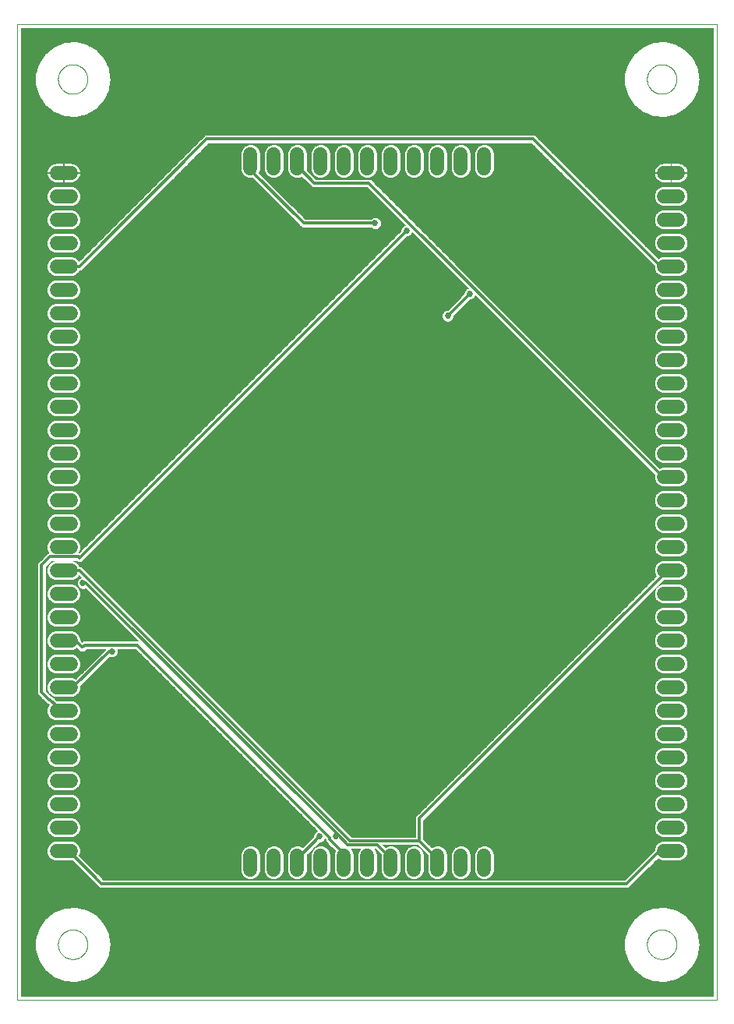
<source format=gtl>
G75*
%MOIN*%
%OFA0B0*%
%FSLAX25Y25*%
%IPPOS*%
%LPD*%
%AMOC8*
5,1,8,0,0,1.08239X$1,22.5*
%
%ADD10C,0.00000*%
%ADD11C,0.06000*%
%ADD12C,0.00300*%
%ADD13C,0.01200*%
%ADD14C,0.02700*%
D10*
X0012961Y0010993D02*
X0012961Y0428315D01*
X0312174Y0428315D01*
X0312174Y0010993D01*
X0012961Y0010993D01*
X0030284Y0034615D02*
X0030286Y0034773D01*
X0030292Y0034931D01*
X0030302Y0035089D01*
X0030316Y0035247D01*
X0030334Y0035404D01*
X0030355Y0035561D01*
X0030381Y0035717D01*
X0030411Y0035873D01*
X0030444Y0036028D01*
X0030482Y0036181D01*
X0030523Y0036334D01*
X0030568Y0036486D01*
X0030617Y0036637D01*
X0030670Y0036786D01*
X0030726Y0036934D01*
X0030786Y0037080D01*
X0030850Y0037225D01*
X0030918Y0037368D01*
X0030989Y0037510D01*
X0031063Y0037650D01*
X0031141Y0037787D01*
X0031223Y0037923D01*
X0031307Y0038057D01*
X0031396Y0038188D01*
X0031487Y0038317D01*
X0031582Y0038444D01*
X0031679Y0038569D01*
X0031780Y0038691D01*
X0031884Y0038810D01*
X0031991Y0038927D01*
X0032101Y0039041D01*
X0032214Y0039152D01*
X0032329Y0039261D01*
X0032447Y0039366D01*
X0032568Y0039468D01*
X0032691Y0039568D01*
X0032817Y0039664D01*
X0032945Y0039757D01*
X0033075Y0039847D01*
X0033208Y0039933D01*
X0033343Y0040017D01*
X0033479Y0040096D01*
X0033618Y0040173D01*
X0033759Y0040245D01*
X0033901Y0040315D01*
X0034045Y0040380D01*
X0034191Y0040442D01*
X0034338Y0040500D01*
X0034487Y0040555D01*
X0034637Y0040606D01*
X0034788Y0040653D01*
X0034940Y0040696D01*
X0035093Y0040735D01*
X0035248Y0040771D01*
X0035403Y0040802D01*
X0035559Y0040830D01*
X0035715Y0040854D01*
X0035872Y0040874D01*
X0036030Y0040890D01*
X0036187Y0040902D01*
X0036346Y0040910D01*
X0036504Y0040914D01*
X0036662Y0040914D01*
X0036820Y0040910D01*
X0036979Y0040902D01*
X0037136Y0040890D01*
X0037294Y0040874D01*
X0037451Y0040854D01*
X0037607Y0040830D01*
X0037763Y0040802D01*
X0037918Y0040771D01*
X0038073Y0040735D01*
X0038226Y0040696D01*
X0038378Y0040653D01*
X0038529Y0040606D01*
X0038679Y0040555D01*
X0038828Y0040500D01*
X0038975Y0040442D01*
X0039121Y0040380D01*
X0039265Y0040315D01*
X0039407Y0040245D01*
X0039548Y0040173D01*
X0039687Y0040096D01*
X0039823Y0040017D01*
X0039958Y0039933D01*
X0040091Y0039847D01*
X0040221Y0039757D01*
X0040349Y0039664D01*
X0040475Y0039568D01*
X0040598Y0039468D01*
X0040719Y0039366D01*
X0040837Y0039261D01*
X0040952Y0039152D01*
X0041065Y0039041D01*
X0041175Y0038927D01*
X0041282Y0038810D01*
X0041386Y0038691D01*
X0041487Y0038569D01*
X0041584Y0038444D01*
X0041679Y0038317D01*
X0041770Y0038188D01*
X0041859Y0038057D01*
X0041943Y0037923D01*
X0042025Y0037787D01*
X0042103Y0037650D01*
X0042177Y0037510D01*
X0042248Y0037368D01*
X0042316Y0037225D01*
X0042380Y0037080D01*
X0042440Y0036934D01*
X0042496Y0036786D01*
X0042549Y0036637D01*
X0042598Y0036486D01*
X0042643Y0036334D01*
X0042684Y0036181D01*
X0042722Y0036028D01*
X0042755Y0035873D01*
X0042785Y0035717D01*
X0042811Y0035561D01*
X0042832Y0035404D01*
X0042850Y0035247D01*
X0042864Y0035089D01*
X0042874Y0034931D01*
X0042880Y0034773D01*
X0042882Y0034615D01*
X0042880Y0034457D01*
X0042874Y0034299D01*
X0042864Y0034141D01*
X0042850Y0033983D01*
X0042832Y0033826D01*
X0042811Y0033669D01*
X0042785Y0033513D01*
X0042755Y0033357D01*
X0042722Y0033202D01*
X0042684Y0033049D01*
X0042643Y0032896D01*
X0042598Y0032744D01*
X0042549Y0032593D01*
X0042496Y0032444D01*
X0042440Y0032296D01*
X0042380Y0032150D01*
X0042316Y0032005D01*
X0042248Y0031862D01*
X0042177Y0031720D01*
X0042103Y0031580D01*
X0042025Y0031443D01*
X0041943Y0031307D01*
X0041859Y0031173D01*
X0041770Y0031042D01*
X0041679Y0030913D01*
X0041584Y0030786D01*
X0041487Y0030661D01*
X0041386Y0030539D01*
X0041282Y0030420D01*
X0041175Y0030303D01*
X0041065Y0030189D01*
X0040952Y0030078D01*
X0040837Y0029969D01*
X0040719Y0029864D01*
X0040598Y0029762D01*
X0040475Y0029662D01*
X0040349Y0029566D01*
X0040221Y0029473D01*
X0040091Y0029383D01*
X0039958Y0029297D01*
X0039823Y0029213D01*
X0039687Y0029134D01*
X0039548Y0029057D01*
X0039407Y0028985D01*
X0039265Y0028915D01*
X0039121Y0028850D01*
X0038975Y0028788D01*
X0038828Y0028730D01*
X0038679Y0028675D01*
X0038529Y0028624D01*
X0038378Y0028577D01*
X0038226Y0028534D01*
X0038073Y0028495D01*
X0037918Y0028459D01*
X0037763Y0028428D01*
X0037607Y0028400D01*
X0037451Y0028376D01*
X0037294Y0028356D01*
X0037136Y0028340D01*
X0036979Y0028328D01*
X0036820Y0028320D01*
X0036662Y0028316D01*
X0036504Y0028316D01*
X0036346Y0028320D01*
X0036187Y0028328D01*
X0036030Y0028340D01*
X0035872Y0028356D01*
X0035715Y0028376D01*
X0035559Y0028400D01*
X0035403Y0028428D01*
X0035248Y0028459D01*
X0035093Y0028495D01*
X0034940Y0028534D01*
X0034788Y0028577D01*
X0034637Y0028624D01*
X0034487Y0028675D01*
X0034338Y0028730D01*
X0034191Y0028788D01*
X0034045Y0028850D01*
X0033901Y0028915D01*
X0033759Y0028985D01*
X0033618Y0029057D01*
X0033479Y0029134D01*
X0033343Y0029213D01*
X0033208Y0029297D01*
X0033075Y0029383D01*
X0032945Y0029473D01*
X0032817Y0029566D01*
X0032691Y0029662D01*
X0032568Y0029762D01*
X0032447Y0029864D01*
X0032329Y0029969D01*
X0032214Y0030078D01*
X0032101Y0030189D01*
X0031991Y0030303D01*
X0031884Y0030420D01*
X0031780Y0030539D01*
X0031679Y0030661D01*
X0031582Y0030786D01*
X0031487Y0030913D01*
X0031396Y0031042D01*
X0031307Y0031173D01*
X0031223Y0031307D01*
X0031141Y0031443D01*
X0031063Y0031580D01*
X0030989Y0031720D01*
X0030918Y0031862D01*
X0030850Y0032005D01*
X0030786Y0032150D01*
X0030726Y0032296D01*
X0030670Y0032444D01*
X0030617Y0032593D01*
X0030568Y0032744D01*
X0030523Y0032896D01*
X0030482Y0033049D01*
X0030444Y0033202D01*
X0030411Y0033357D01*
X0030381Y0033513D01*
X0030355Y0033669D01*
X0030334Y0033826D01*
X0030316Y0033983D01*
X0030302Y0034141D01*
X0030292Y0034299D01*
X0030286Y0034457D01*
X0030284Y0034615D01*
X0282253Y0034615D02*
X0282255Y0034773D01*
X0282261Y0034931D01*
X0282271Y0035089D01*
X0282285Y0035247D01*
X0282303Y0035404D01*
X0282324Y0035561D01*
X0282350Y0035717D01*
X0282380Y0035873D01*
X0282413Y0036028D01*
X0282451Y0036181D01*
X0282492Y0036334D01*
X0282537Y0036486D01*
X0282586Y0036637D01*
X0282639Y0036786D01*
X0282695Y0036934D01*
X0282755Y0037080D01*
X0282819Y0037225D01*
X0282887Y0037368D01*
X0282958Y0037510D01*
X0283032Y0037650D01*
X0283110Y0037787D01*
X0283192Y0037923D01*
X0283276Y0038057D01*
X0283365Y0038188D01*
X0283456Y0038317D01*
X0283551Y0038444D01*
X0283648Y0038569D01*
X0283749Y0038691D01*
X0283853Y0038810D01*
X0283960Y0038927D01*
X0284070Y0039041D01*
X0284183Y0039152D01*
X0284298Y0039261D01*
X0284416Y0039366D01*
X0284537Y0039468D01*
X0284660Y0039568D01*
X0284786Y0039664D01*
X0284914Y0039757D01*
X0285044Y0039847D01*
X0285177Y0039933D01*
X0285312Y0040017D01*
X0285448Y0040096D01*
X0285587Y0040173D01*
X0285728Y0040245D01*
X0285870Y0040315D01*
X0286014Y0040380D01*
X0286160Y0040442D01*
X0286307Y0040500D01*
X0286456Y0040555D01*
X0286606Y0040606D01*
X0286757Y0040653D01*
X0286909Y0040696D01*
X0287062Y0040735D01*
X0287217Y0040771D01*
X0287372Y0040802D01*
X0287528Y0040830D01*
X0287684Y0040854D01*
X0287841Y0040874D01*
X0287999Y0040890D01*
X0288156Y0040902D01*
X0288315Y0040910D01*
X0288473Y0040914D01*
X0288631Y0040914D01*
X0288789Y0040910D01*
X0288948Y0040902D01*
X0289105Y0040890D01*
X0289263Y0040874D01*
X0289420Y0040854D01*
X0289576Y0040830D01*
X0289732Y0040802D01*
X0289887Y0040771D01*
X0290042Y0040735D01*
X0290195Y0040696D01*
X0290347Y0040653D01*
X0290498Y0040606D01*
X0290648Y0040555D01*
X0290797Y0040500D01*
X0290944Y0040442D01*
X0291090Y0040380D01*
X0291234Y0040315D01*
X0291376Y0040245D01*
X0291517Y0040173D01*
X0291656Y0040096D01*
X0291792Y0040017D01*
X0291927Y0039933D01*
X0292060Y0039847D01*
X0292190Y0039757D01*
X0292318Y0039664D01*
X0292444Y0039568D01*
X0292567Y0039468D01*
X0292688Y0039366D01*
X0292806Y0039261D01*
X0292921Y0039152D01*
X0293034Y0039041D01*
X0293144Y0038927D01*
X0293251Y0038810D01*
X0293355Y0038691D01*
X0293456Y0038569D01*
X0293553Y0038444D01*
X0293648Y0038317D01*
X0293739Y0038188D01*
X0293828Y0038057D01*
X0293912Y0037923D01*
X0293994Y0037787D01*
X0294072Y0037650D01*
X0294146Y0037510D01*
X0294217Y0037368D01*
X0294285Y0037225D01*
X0294349Y0037080D01*
X0294409Y0036934D01*
X0294465Y0036786D01*
X0294518Y0036637D01*
X0294567Y0036486D01*
X0294612Y0036334D01*
X0294653Y0036181D01*
X0294691Y0036028D01*
X0294724Y0035873D01*
X0294754Y0035717D01*
X0294780Y0035561D01*
X0294801Y0035404D01*
X0294819Y0035247D01*
X0294833Y0035089D01*
X0294843Y0034931D01*
X0294849Y0034773D01*
X0294851Y0034615D01*
X0294849Y0034457D01*
X0294843Y0034299D01*
X0294833Y0034141D01*
X0294819Y0033983D01*
X0294801Y0033826D01*
X0294780Y0033669D01*
X0294754Y0033513D01*
X0294724Y0033357D01*
X0294691Y0033202D01*
X0294653Y0033049D01*
X0294612Y0032896D01*
X0294567Y0032744D01*
X0294518Y0032593D01*
X0294465Y0032444D01*
X0294409Y0032296D01*
X0294349Y0032150D01*
X0294285Y0032005D01*
X0294217Y0031862D01*
X0294146Y0031720D01*
X0294072Y0031580D01*
X0293994Y0031443D01*
X0293912Y0031307D01*
X0293828Y0031173D01*
X0293739Y0031042D01*
X0293648Y0030913D01*
X0293553Y0030786D01*
X0293456Y0030661D01*
X0293355Y0030539D01*
X0293251Y0030420D01*
X0293144Y0030303D01*
X0293034Y0030189D01*
X0292921Y0030078D01*
X0292806Y0029969D01*
X0292688Y0029864D01*
X0292567Y0029762D01*
X0292444Y0029662D01*
X0292318Y0029566D01*
X0292190Y0029473D01*
X0292060Y0029383D01*
X0291927Y0029297D01*
X0291792Y0029213D01*
X0291656Y0029134D01*
X0291517Y0029057D01*
X0291376Y0028985D01*
X0291234Y0028915D01*
X0291090Y0028850D01*
X0290944Y0028788D01*
X0290797Y0028730D01*
X0290648Y0028675D01*
X0290498Y0028624D01*
X0290347Y0028577D01*
X0290195Y0028534D01*
X0290042Y0028495D01*
X0289887Y0028459D01*
X0289732Y0028428D01*
X0289576Y0028400D01*
X0289420Y0028376D01*
X0289263Y0028356D01*
X0289105Y0028340D01*
X0288948Y0028328D01*
X0288789Y0028320D01*
X0288631Y0028316D01*
X0288473Y0028316D01*
X0288315Y0028320D01*
X0288156Y0028328D01*
X0287999Y0028340D01*
X0287841Y0028356D01*
X0287684Y0028376D01*
X0287528Y0028400D01*
X0287372Y0028428D01*
X0287217Y0028459D01*
X0287062Y0028495D01*
X0286909Y0028534D01*
X0286757Y0028577D01*
X0286606Y0028624D01*
X0286456Y0028675D01*
X0286307Y0028730D01*
X0286160Y0028788D01*
X0286014Y0028850D01*
X0285870Y0028915D01*
X0285728Y0028985D01*
X0285587Y0029057D01*
X0285448Y0029134D01*
X0285312Y0029213D01*
X0285177Y0029297D01*
X0285044Y0029383D01*
X0284914Y0029473D01*
X0284786Y0029566D01*
X0284660Y0029662D01*
X0284537Y0029762D01*
X0284416Y0029864D01*
X0284298Y0029969D01*
X0284183Y0030078D01*
X0284070Y0030189D01*
X0283960Y0030303D01*
X0283853Y0030420D01*
X0283749Y0030539D01*
X0283648Y0030661D01*
X0283551Y0030786D01*
X0283456Y0030913D01*
X0283365Y0031042D01*
X0283276Y0031173D01*
X0283192Y0031307D01*
X0283110Y0031443D01*
X0283032Y0031580D01*
X0282958Y0031720D01*
X0282887Y0031862D01*
X0282819Y0032005D01*
X0282755Y0032150D01*
X0282695Y0032296D01*
X0282639Y0032444D01*
X0282586Y0032593D01*
X0282537Y0032744D01*
X0282492Y0032896D01*
X0282451Y0033049D01*
X0282413Y0033202D01*
X0282380Y0033357D01*
X0282350Y0033513D01*
X0282324Y0033669D01*
X0282303Y0033826D01*
X0282285Y0033983D01*
X0282271Y0034141D01*
X0282261Y0034299D01*
X0282255Y0034457D01*
X0282253Y0034615D01*
X0282253Y0404693D02*
X0282255Y0404851D01*
X0282261Y0405009D01*
X0282271Y0405167D01*
X0282285Y0405325D01*
X0282303Y0405482D01*
X0282324Y0405639D01*
X0282350Y0405795D01*
X0282380Y0405951D01*
X0282413Y0406106D01*
X0282451Y0406259D01*
X0282492Y0406412D01*
X0282537Y0406564D01*
X0282586Y0406715D01*
X0282639Y0406864D01*
X0282695Y0407012D01*
X0282755Y0407158D01*
X0282819Y0407303D01*
X0282887Y0407446D01*
X0282958Y0407588D01*
X0283032Y0407728D01*
X0283110Y0407865D01*
X0283192Y0408001D01*
X0283276Y0408135D01*
X0283365Y0408266D01*
X0283456Y0408395D01*
X0283551Y0408522D01*
X0283648Y0408647D01*
X0283749Y0408769D01*
X0283853Y0408888D01*
X0283960Y0409005D01*
X0284070Y0409119D01*
X0284183Y0409230D01*
X0284298Y0409339D01*
X0284416Y0409444D01*
X0284537Y0409546D01*
X0284660Y0409646D01*
X0284786Y0409742D01*
X0284914Y0409835D01*
X0285044Y0409925D01*
X0285177Y0410011D01*
X0285312Y0410095D01*
X0285448Y0410174D01*
X0285587Y0410251D01*
X0285728Y0410323D01*
X0285870Y0410393D01*
X0286014Y0410458D01*
X0286160Y0410520D01*
X0286307Y0410578D01*
X0286456Y0410633D01*
X0286606Y0410684D01*
X0286757Y0410731D01*
X0286909Y0410774D01*
X0287062Y0410813D01*
X0287217Y0410849D01*
X0287372Y0410880D01*
X0287528Y0410908D01*
X0287684Y0410932D01*
X0287841Y0410952D01*
X0287999Y0410968D01*
X0288156Y0410980D01*
X0288315Y0410988D01*
X0288473Y0410992D01*
X0288631Y0410992D01*
X0288789Y0410988D01*
X0288948Y0410980D01*
X0289105Y0410968D01*
X0289263Y0410952D01*
X0289420Y0410932D01*
X0289576Y0410908D01*
X0289732Y0410880D01*
X0289887Y0410849D01*
X0290042Y0410813D01*
X0290195Y0410774D01*
X0290347Y0410731D01*
X0290498Y0410684D01*
X0290648Y0410633D01*
X0290797Y0410578D01*
X0290944Y0410520D01*
X0291090Y0410458D01*
X0291234Y0410393D01*
X0291376Y0410323D01*
X0291517Y0410251D01*
X0291656Y0410174D01*
X0291792Y0410095D01*
X0291927Y0410011D01*
X0292060Y0409925D01*
X0292190Y0409835D01*
X0292318Y0409742D01*
X0292444Y0409646D01*
X0292567Y0409546D01*
X0292688Y0409444D01*
X0292806Y0409339D01*
X0292921Y0409230D01*
X0293034Y0409119D01*
X0293144Y0409005D01*
X0293251Y0408888D01*
X0293355Y0408769D01*
X0293456Y0408647D01*
X0293553Y0408522D01*
X0293648Y0408395D01*
X0293739Y0408266D01*
X0293828Y0408135D01*
X0293912Y0408001D01*
X0293994Y0407865D01*
X0294072Y0407728D01*
X0294146Y0407588D01*
X0294217Y0407446D01*
X0294285Y0407303D01*
X0294349Y0407158D01*
X0294409Y0407012D01*
X0294465Y0406864D01*
X0294518Y0406715D01*
X0294567Y0406564D01*
X0294612Y0406412D01*
X0294653Y0406259D01*
X0294691Y0406106D01*
X0294724Y0405951D01*
X0294754Y0405795D01*
X0294780Y0405639D01*
X0294801Y0405482D01*
X0294819Y0405325D01*
X0294833Y0405167D01*
X0294843Y0405009D01*
X0294849Y0404851D01*
X0294851Y0404693D01*
X0294849Y0404535D01*
X0294843Y0404377D01*
X0294833Y0404219D01*
X0294819Y0404061D01*
X0294801Y0403904D01*
X0294780Y0403747D01*
X0294754Y0403591D01*
X0294724Y0403435D01*
X0294691Y0403280D01*
X0294653Y0403127D01*
X0294612Y0402974D01*
X0294567Y0402822D01*
X0294518Y0402671D01*
X0294465Y0402522D01*
X0294409Y0402374D01*
X0294349Y0402228D01*
X0294285Y0402083D01*
X0294217Y0401940D01*
X0294146Y0401798D01*
X0294072Y0401658D01*
X0293994Y0401521D01*
X0293912Y0401385D01*
X0293828Y0401251D01*
X0293739Y0401120D01*
X0293648Y0400991D01*
X0293553Y0400864D01*
X0293456Y0400739D01*
X0293355Y0400617D01*
X0293251Y0400498D01*
X0293144Y0400381D01*
X0293034Y0400267D01*
X0292921Y0400156D01*
X0292806Y0400047D01*
X0292688Y0399942D01*
X0292567Y0399840D01*
X0292444Y0399740D01*
X0292318Y0399644D01*
X0292190Y0399551D01*
X0292060Y0399461D01*
X0291927Y0399375D01*
X0291792Y0399291D01*
X0291656Y0399212D01*
X0291517Y0399135D01*
X0291376Y0399063D01*
X0291234Y0398993D01*
X0291090Y0398928D01*
X0290944Y0398866D01*
X0290797Y0398808D01*
X0290648Y0398753D01*
X0290498Y0398702D01*
X0290347Y0398655D01*
X0290195Y0398612D01*
X0290042Y0398573D01*
X0289887Y0398537D01*
X0289732Y0398506D01*
X0289576Y0398478D01*
X0289420Y0398454D01*
X0289263Y0398434D01*
X0289105Y0398418D01*
X0288948Y0398406D01*
X0288789Y0398398D01*
X0288631Y0398394D01*
X0288473Y0398394D01*
X0288315Y0398398D01*
X0288156Y0398406D01*
X0287999Y0398418D01*
X0287841Y0398434D01*
X0287684Y0398454D01*
X0287528Y0398478D01*
X0287372Y0398506D01*
X0287217Y0398537D01*
X0287062Y0398573D01*
X0286909Y0398612D01*
X0286757Y0398655D01*
X0286606Y0398702D01*
X0286456Y0398753D01*
X0286307Y0398808D01*
X0286160Y0398866D01*
X0286014Y0398928D01*
X0285870Y0398993D01*
X0285728Y0399063D01*
X0285587Y0399135D01*
X0285448Y0399212D01*
X0285312Y0399291D01*
X0285177Y0399375D01*
X0285044Y0399461D01*
X0284914Y0399551D01*
X0284786Y0399644D01*
X0284660Y0399740D01*
X0284537Y0399840D01*
X0284416Y0399942D01*
X0284298Y0400047D01*
X0284183Y0400156D01*
X0284070Y0400267D01*
X0283960Y0400381D01*
X0283853Y0400498D01*
X0283749Y0400617D01*
X0283648Y0400739D01*
X0283551Y0400864D01*
X0283456Y0400991D01*
X0283365Y0401120D01*
X0283276Y0401251D01*
X0283192Y0401385D01*
X0283110Y0401521D01*
X0283032Y0401658D01*
X0282958Y0401798D01*
X0282887Y0401940D01*
X0282819Y0402083D01*
X0282755Y0402228D01*
X0282695Y0402374D01*
X0282639Y0402522D01*
X0282586Y0402671D01*
X0282537Y0402822D01*
X0282492Y0402974D01*
X0282451Y0403127D01*
X0282413Y0403280D01*
X0282380Y0403435D01*
X0282350Y0403591D01*
X0282324Y0403747D01*
X0282303Y0403904D01*
X0282285Y0404061D01*
X0282271Y0404219D01*
X0282261Y0404377D01*
X0282255Y0404535D01*
X0282253Y0404693D01*
X0030284Y0404693D02*
X0030286Y0404851D01*
X0030292Y0405009D01*
X0030302Y0405167D01*
X0030316Y0405325D01*
X0030334Y0405482D01*
X0030355Y0405639D01*
X0030381Y0405795D01*
X0030411Y0405951D01*
X0030444Y0406106D01*
X0030482Y0406259D01*
X0030523Y0406412D01*
X0030568Y0406564D01*
X0030617Y0406715D01*
X0030670Y0406864D01*
X0030726Y0407012D01*
X0030786Y0407158D01*
X0030850Y0407303D01*
X0030918Y0407446D01*
X0030989Y0407588D01*
X0031063Y0407728D01*
X0031141Y0407865D01*
X0031223Y0408001D01*
X0031307Y0408135D01*
X0031396Y0408266D01*
X0031487Y0408395D01*
X0031582Y0408522D01*
X0031679Y0408647D01*
X0031780Y0408769D01*
X0031884Y0408888D01*
X0031991Y0409005D01*
X0032101Y0409119D01*
X0032214Y0409230D01*
X0032329Y0409339D01*
X0032447Y0409444D01*
X0032568Y0409546D01*
X0032691Y0409646D01*
X0032817Y0409742D01*
X0032945Y0409835D01*
X0033075Y0409925D01*
X0033208Y0410011D01*
X0033343Y0410095D01*
X0033479Y0410174D01*
X0033618Y0410251D01*
X0033759Y0410323D01*
X0033901Y0410393D01*
X0034045Y0410458D01*
X0034191Y0410520D01*
X0034338Y0410578D01*
X0034487Y0410633D01*
X0034637Y0410684D01*
X0034788Y0410731D01*
X0034940Y0410774D01*
X0035093Y0410813D01*
X0035248Y0410849D01*
X0035403Y0410880D01*
X0035559Y0410908D01*
X0035715Y0410932D01*
X0035872Y0410952D01*
X0036030Y0410968D01*
X0036187Y0410980D01*
X0036346Y0410988D01*
X0036504Y0410992D01*
X0036662Y0410992D01*
X0036820Y0410988D01*
X0036979Y0410980D01*
X0037136Y0410968D01*
X0037294Y0410952D01*
X0037451Y0410932D01*
X0037607Y0410908D01*
X0037763Y0410880D01*
X0037918Y0410849D01*
X0038073Y0410813D01*
X0038226Y0410774D01*
X0038378Y0410731D01*
X0038529Y0410684D01*
X0038679Y0410633D01*
X0038828Y0410578D01*
X0038975Y0410520D01*
X0039121Y0410458D01*
X0039265Y0410393D01*
X0039407Y0410323D01*
X0039548Y0410251D01*
X0039687Y0410174D01*
X0039823Y0410095D01*
X0039958Y0410011D01*
X0040091Y0409925D01*
X0040221Y0409835D01*
X0040349Y0409742D01*
X0040475Y0409646D01*
X0040598Y0409546D01*
X0040719Y0409444D01*
X0040837Y0409339D01*
X0040952Y0409230D01*
X0041065Y0409119D01*
X0041175Y0409005D01*
X0041282Y0408888D01*
X0041386Y0408769D01*
X0041487Y0408647D01*
X0041584Y0408522D01*
X0041679Y0408395D01*
X0041770Y0408266D01*
X0041859Y0408135D01*
X0041943Y0408001D01*
X0042025Y0407865D01*
X0042103Y0407728D01*
X0042177Y0407588D01*
X0042248Y0407446D01*
X0042316Y0407303D01*
X0042380Y0407158D01*
X0042440Y0407012D01*
X0042496Y0406864D01*
X0042549Y0406715D01*
X0042598Y0406564D01*
X0042643Y0406412D01*
X0042684Y0406259D01*
X0042722Y0406106D01*
X0042755Y0405951D01*
X0042785Y0405795D01*
X0042811Y0405639D01*
X0042832Y0405482D01*
X0042850Y0405325D01*
X0042864Y0405167D01*
X0042874Y0405009D01*
X0042880Y0404851D01*
X0042882Y0404693D01*
X0042880Y0404535D01*
X0042874Y0404377D01*
X0042864Y0404219D01*
X0042850Y0404061D01*
X0042832Y0403904D01*
X0042811Y0403747D01*
X0042785Y0403591D01*
X0042755Y0403435D01*
X0042722Y0403280D01*
X0042684Y0403127D01*
X0042643Y0402974D01*
X0042598Y0402822D01*
X0042549Y0402671D01*
X0042496Y0402522D01*
X0042440Y0402374D01*
X0042380Y0402228D01*
X0042316Y0402083D01*
X0042248Y0401940D01*
X0042177Y0401798D01*
X0042103Y0401658D01*
X0042025Y0401521D01*
X0041943Y0401385D01*
X0041859Y0401251D01*
X0041770Y0401120D01*
X0041679Y0400991D01*
X0041584Y0400864D01*
X0041487Y0400739D01*
X0041386Y0400617D01*
X0041282Y0400498D01*
X0041175Y0400381D01*
X0041065Y0400267D01*
X0040952Y0400156D01*
X0040837Y0400047D01*
X0040719Y0399942D01*
X0040598Y0399840D01*
X0040475Y0399740D01*
X0040349Y0399644D01*
X0040221Y0399551D01*
X0040091Y0399461D01*
X0039958Y0399375D01*
X0039823Y0399291D01*
X0039687Y0399212D01*
X0039548Y0399135D01*
X0039407Y0399063D01*
X0039265Y0398993D01*
X0039121Y0398928D01*
X0038975Y0398866D01*
X0038828Y0398808D01*
X0038679Y0398753D01*
X0038529Y0398702D01*
X0038378Y0398655D01*
X0038226Y0398612D01*
X0038073Y0398573D01*
X0037918Y0398537D01*
X0037763Y0398506D01*
X0037607Y0398478D01*
X0037451Y0398454D01*
X0037294Y0398434D01*
X0037136Y0398418D01*
X0036979Y0398406D01*
X0036820Y0398398D01*
X0036662Y0398394D01*
X0036504Y0398394D01*
X0036346Y0398398D01*
X0036187Y0398406D01*
X0036030Y0398418D01*
X0035872Y0398434D01*
X0035715Y0398454D01*
X0035559Y0398478D01*
X0035403Y0398506D01*
X0035248Y0398537D01*
X0035093Y0398573D01*
X0034940Y0398612D01*
X0034788Y0398655D01*
X0034637Y0398702D01*
X0034487Y0398753D01*
X0034338Y0398808D01*
X0034191Y0398866D01*
X0034045Y0398928D01*
X0033901Y0398993D01*
X0033759Y0399063D01*
X0033618Y0399135D01*
X0033479Y0399212D01*
X0033343Y0399291D01*
X0033208Y0399375D01*
X0033075Y0399461D01*
X0032945Y0399551D01*
X0032817Y0399644D01*
X0032691Y0399740D01*
X0032568Y0399840D01*
X0032447Y0399942D01*
X0032329Y0400047D01*
X0032214Y0400156D01*
X0032101Y0400267D01*
X0031991Y0400381D01*
X0031884Y0400498D01*
X0031780Y0400617D01*
X0031679Y0400739D01*
X0031582Y0400864D01*
X0031487Y0400991D01*
X0031396Y0401120D01*
X0031307Y0401251D01*
X0031223Y0401385D01*
X0031141Y0401521D01*
X0031063Y0401658D01*
X0030989Y0401798D01*
X0030918Y0401940D01*
X0030850Y0402083D01*
X0030786Y0402228D01*
X0030726Y0402374D01*
X0030670Y0402522D01*
X0030617Y0402671D01*
X0030568Y0402822D01*
X0030523Y0402974D01*
X0030482Y0403127D01*
X0030444Y0403280D01*
X0030411Y0403435D01*
X0030381Y0403591D01*
X0030355Y0403747D01*
X0030334Y0403904D01*
X0030316Y0404061D01*
X0030302Y0404219D01*
X0030292Y0404377D01*
X0030286Y0404535D01*
X0030284Y0404693D01*
D11*
X0029646Y0364654D02*
X0035646Y0364654D01*
X0035646Y0354654D02*
X0029646Y0354654D01*
X0029646Y0344654D02*
X0035646Y0344654D01*
X0035646Y0334654D02*
X0029646Y0334654D01*
X0029646Y0324654D02*
X0035646Y0324654D01*
X0035646Y0314654D02*
X0029646Y0314654D01*
X0029646Y0304654D02*
X0035646Y0304654D01*
X0035646Y0294654D02*
X0029646Y0294654D01*
X0029646Y0284654D02*
X0035646Y0284654D01*
X0035646Y0274654D02*
X0029646Y0274654D01*
X0029646Y0264654D02*
X0035646Y0264654D01*
X0035646Y0254654D02*
X0029646Y0254654D01*
X0029646Y0244654D02*
X0035646Y0244654D01*
X0035646Y0234654D02*
X0029646Y0234654D01*
X0029646Y0224654D02*
X0035646Y0224654D01*
X0035646Y0214654D02*
X0029646Y0214654D01*
X0029646Y0204654D02*
X0035646Y0204654D01*
X0035646Y0194654D02*
X0029646Y0194654D01*
X0029646Y0184654D02*
X0035646Y0184654D01*
X0035646Y0174654D02*
X0029646Y0174654D01*
X0029646Y0164654D02*
X0035646Y0164654D01*
X0035646Y0154654D02*
X0029646Y0154654D01*
X0029646Y0144654D02*
X0035646Y0144654D01*
X0035646Y0134654D02*
X0029646Y0134654D01*
X0029646Y0124654D02*
X0035646Y0124654D01*
X0035646Y0114654D02*
X0029646Y0114654D01*
X0029646Y0104654D02*
X0035646Y0104654D01*
X0035646Y0094654D02*
X0029646Y0094654D01*
X0029646Y0084654D02*
X0035646Y0084654D01*
X0035646Y0074654D02*
X0029646Y0074654D01*
X0112567Y0072654D02*
X0112567Y0066654D01*
X0122567Y0066654D02*
X0122567Y0072654D01*
X0132567Y0072654D02*
X0132567Y0066654D01*
X0142567Y0066654D02*
X0142567Y0072654D01*
X0152567Y0072654D02*
X0152567Y0066654D01*
X0162567Y0066654D02*
X0162567Y0072654D01*
X0172567Y0072654D02*
X0172567Y0066654D01*
X0182567Y0066654D02*
X0182567Y0072654D01*
X0192567Y0072654D02*
X0192567Y0066654D01*
X0202567Y0066654D02*
X0202567Y0072654D01*
X0212567Y0072654D02*
X0212567Y0066654D01*
X0289489Y0074654D02*
X0295489Y0074654D01*
X0295489Y0084654D02*
X0289489Y0084654D01*
X0289489Y0094654D02*
X0295489Y0094654D01*
X0295489Y0104654D02*
X0289489Y0104654D01*
X0289489Y0114654D02*
X0295489Y0114654D01*
X0295489Y0124654D02*
X0289489Y0124654D01*
X0289489Y0134654D02*
X0295489Y0134654D01*
X0295489Y0144654D02*
X0289489Y0144654D01*
X0289489Y0154654D02*
X0295489Y0154654D01*
X0295489Y0164654D02*
X0289489Y0164654D01*
X0289489Y0174654D02*
X0295489Y0174654D01*
X0295489Y0184654D02*
X0289489Y0184654D01*
X0289489Y0194654D02*
X0295489Y0194654D01*
X0295489Y0204654D02*
X0289489Y0204654D01*
X0289489Y0214654D02*
X0295489Y0214654D01*
X0295489Y0224654D02*
X0289489Y0224654D01*
X0289489Y0234654D02*
X0295489Y0234654D01*
X0295489Y0244654D02*
X0289489Y0244654D01*
X0289489Y0254654D02*
X0295489Y0254654D01*
X0295489Y0264654D02*
X0289489Y0264654D01*
X0289489Y0274654D02*
X0295489Y0274654D01*
X0295489Y0284654D02*
X0289489Y0284654D01*
X0289489Y0294654D02*
X0295489Y0294654D01*
X0295489Y0304654D02*
X0289489Y0304654D01*
X0289489Y0314654D02*
X0295489Y0314654D01*
X0295489Y0324654D02*
X0289489Y0324654D01*
X0289489Y0334654D02*
X0295489Y0334654D01*
X0295489Y0344654D02*
X0289489Y0344654D01*
X0289489Y0354654D02*
X0295489Y0354654D01*
X0295489Y0364654D02*
X0289489Y0364654D01*
X0212567Y0366654D02*
X0212567Y0372654D01*
X0202567Y0372654D02*
X0202567Y0366654D01*
X0192567Y0366654D02*
X0192567Y0372654D01*
X0182567Y0372654D02*
X0182567Y0366654D01*
X0172567Y0366654D02*
X0172567Y0372654D01*
X0162567Y0372654D02*
X0162567Y0366654D01*
X0152567Y0366654D02*
X0152567Y0372654D01*
X0142567Y0372654D02*
X0142567Y0366654D01*
X0132567Y0366654D02*
X0132567Y0372654D01*
X0122567Y0372654D02*
X0122567Y0366654D01*
X0112567Y0366654D02*
X0112567Y0372654D01*
D12*
X0108749Y0374281D02*
X0091624Y0374281D01*
X0091923Y0374579D02*
X0108873Y0374579D01*
X0108997Y0374878D02*
X0092221Y0374878D01*
X0092520Y0375176D02*
X0109221Y0375176D01*
X0109049Y0375005D02*
X0108417Y0373479D01*
X0108417Y0365828D01*
X0109049Y0364303D01*
X0110217Y0363136D01*
X0111742Y0362504D01*
X0113393Y0362504D01*
X0113451Y0362528D01*
X0134636Y0341343D01*
X0164175Y0341343D01*
X0164545Y0340973D01*
X0165464Y0340593D01*
X0166458Y0340593D01*
X0167377Y0340973D01*
X0168080Y0341676D01*
X0168461Y0342595D01*
X0168461Y0343590D01*
X0168080Y0344509D01*
X0167377Y0345212D01*
X0166458Y0345593D01*
X0165464Y0345593D01*
X0164545Y0345212D01*
X0164175Y0344843D01*
X0136086Y0344843D01*
X0116244Y0364685D01*
X0116717Y0365828D01*
X0116717Y0373479D01*
X0116086Y0375005D01*
X0114918Y0376172D01*
X0113393Y0376804D01*
X0111742Y0376804D01*
X0110217Y0376172D01*
X0109049Y0375005D01*
X0109519Y0375475D02*
X0092818Y0375475D01*
X0093117Y0375773D02*
X0109818Y0375773D01*
X0110116Y0376072D02*
X0093415Y0376072D01*
X0093714Y0376370D02*
X0110695Y0376370D01*
X0111416Y0376669D02*
X0094012Y0376669D01*
X0094311Y0376967D02*
X0233111Y0376967D01*
X0233410Y0376669D02*
X0213719Y0376669D01*
X0213393Y0376804D02*
X0211742Y0376804D01*
X0210217Y0376172D01*
X0209049Y0375005D01*
X0208417Y0373479D01*
X0208417Y0365828D01*
X0209049Y0364303D01*
X0210217Y0363136D01*
X0211742Y0362504D01*
X0213393Y0362504D01*
X0214918Y0363136D01*
X0216086Y0364303D01*
X0216717Y0365828D01*
X0216717Y0373479D01*
X0216086Y0375005D01*
X0214918Y0376172D01*
X0213393Y0376804D01*
X0214439Y0376370D02*
X0233708Y0376370D01*
X0234007Y0376072D02*
X0215018Y0376072D01*
X0215317Y0375773D02*
X0234305Y0375773D01*
X0234604Y0375475D02*
X0215615Y0375475D01*
X0215914Y0375176D02*
X0234902Y0375176D01*
X0235201Y0374878D02*
X0216138Y0374878D01*
X0216262Y0374579D02*
X0235499Y0374579D01*
X0235798Y0374281D02*
X0216385Y0374281D01*
X0216509Y0373982D02*
X0236096Y0373982D01*
X0236395Y0373684D02*
X0216633Y0373684D01*
X0216717Y0373385D02*
X0236693Y0373385D01*
X0236992Y0373087D02*
X0216717Y0373087D01*
X0216717Y0372788D02*
X0237290Y0372788D01*
X0237589Y0372490D02*
X0216717Y0372490D01*
X0216717Y0372191D02*
X0237887Y0372191D01*
X0238186Y0371893D02*
X0216717Y0371893D01*
X0216717Y0371594D02*
X0238484Y0371594D01*
X0238783Y0371296D02*
X0216717Y0371296D01*
X0216717Y0370997D02*
X0239081Y0370997D01*
X0239380Y0370699D02*
X0216717Y0370699D01*
X0216717Y0370400D02*
X0239679Y0370400D01*
X0239977Y0370102D02*
X0216717Y0370102D01*
X0216717Y0369803D02*
X0240276Y0369803D01*
X0240574Y0369505D02*
X0216717Y0369505D01*
X0216717Y0369206D02*
X0240873Y0369206D01*
X0241171Y0368908D02*
X0216717Y0368908D01*
X0216717Y0368609D02*
X0241470Y0368609D01*
X0241768Y0368311D02*
X0216717Y0368311D01*
X0216717Y0368012D02*
X0242067Y0368012D01*
X0242365Y0367714D02*
X0216717Y0367714D01*
X0216717Y0367415D02*
X0242664Y0367415D01*
X0242962Y0367117D02*
X0216717Y0367117D01*
X0216717Y0366818D02*
X0243261Y0366818D01*
X0243559Y0366520D02*
X0216717Y0366520D01*
X0216717Y0366221D02*
X0243858Y0366221D01*
X0244156Y0365922D02*
X0216717Y0365922D01*
X0216633Y0365624D02*
X0244455Y0365624D01*
X0244753Y0365325D02*
X0216509Y0365325D01*
X0216385Y0365027D02*
X0245052Y0365027D01*
X0245350Y0364728D02*
X0216262Y0364728D01*
X0216138Y0364430D02*
X0245649Y0364430D01*
X0245947Y0364131D02*
X0215914Y0364131D01*
X0215615Y0363833D02*
X0246246Y0363833D01*
X0246544Y0363534D02*
X0215317Y0363534D01*
X0215018Y0363236D02*
X0246843Y0363236D01*
X0247141Y0362937D02*
X0214439Y0362937D01*
X0213719Y0362639D02*
X0247440Y0362639D01*
X0247738Y0362340D02*
X0140188Y0362340D01*
X0140487Y0362042D02*
X0248037Y0362042D01*
X0248335Y0361743D02*
X0164185Y0361743D01*
X0163986Y0361943D02*
X0140586Y0361943D01*
X0136712Y0365816D01*
X0136717Y0365828D01*
X0136717Y0373479D01*
X0136086Y0375005D01*
X0134918Y0376172D01*
X0133393Y0376804D01*
X0131742Y0376804D01*
X0130217Y0376172D01*
X0129049Y0375005D01*
X0128417Y0373479D01*
X0128417Y0365828D01*
X0129049Y0364303D01*
X0130217Y0363136D01*
X0131742Y0362504D01*
X0133393Y0362504D01*
X0134582Y0362997D01*
X0139136Y0358443D01*
X0162536Y0358443D01*
X0178661Y0342317D01*
X0178045Y0342062D01*
X0177342Y0341359D01*
X0176961Y0340440D01*
X0176961Y0339917D01*
X0039236Y0202193D01*
X0039054Y0202193D01*
X0039164Y0202303D01*
X0039796Y0203828D01*
X0039796Y0205479D01*
X0039164Y0207005D01*
X0037997Y0208172D01*
X0036472Y0208804D01*
X0028821Y0208804D01*
X0027295Y0208172D01*
X0026128Y0207005D01*
X0025496Y0205479D01*
X0025496Y0203828D01*
X0026128Y0202303D01*
X0026239Y0202193D01*
X0026186Y0202193D01*
X0025161Y0201167D01*
X0021561Y0197567D01*
X0021561Y0141668D01*
X0022586Y0140643D01*
X0025736Y0137493D01*
X0026186Y0137493D01*
X0026401Y0137278D01*
X0026128Y0137005D01*
X0025496Y0135479D01*
X0025496Y0133828D01*
X0026128Y0132303D01*
X0027295Y0131136D01*
X0028821Y0130504D01*
X0036472Y0130504D01*
X0037997Y0131136D01*
X0039164Y0132303D01*
X0039796Y0133828D01*
X0039796Y0135479D01*
X0039164Y0137005D01*
X0037997Y0138172D01*
X0036472Y0138804D01*
X0029824Y0138804D01*
X0028661Y0139967D01*
X0027636Y0140993D01*
X0027186Y0140993D01*
X0025061Y0143117D01*
X0025061Y0196118D01*
X0027636Y0198693D01*
X0028552Y0198693D01*
X0027295Y0198172D01*
X0026128Y0197005D01*
X0025496Y0195479D01*
X0025496Y0193828D01*
X0026128Y0192303D01*
X0027295Y0191136D01*
X0028821Y0190504D01*
X0036472Y0190504D01*
X0037997Y0191136D01*
X0039164Y0192303D01*
X0039211Y0192417D01*
X0040061Y0191567D01*
X0039445Y0191312D01*
X0038742Y0190609D01*
X0038361Y0189690D01*
X0038361Y0188695D01*
X0038742Y0187776D01*
X0039445Y0187073D01*
X0040364Y0186693D01*
X0041358Y0186693D01*
X0041979Y0186950D01*
X0064536Y0164393D01*
X0041036Y0164393D01*
X0040636Y0163992D01*
X0039796Y0164832D01*
X0039796Y0165479D01*
X0039164Y0167005D01*
X0037997Y0168172D01*
X0036472Y0168804D01*
X0028821Y0168804D01*
X0027295Y0168172D01*
X0026128Y0167005D01*
X0025496Y0165479D01*
X0025496Y0163828D01*
X0026128Y0162303D01*
X0027295Y0161136D01*
X0028821Y0160504D01*
X0036472Y0160504D01*
X0037997Y0161136D01*
X0038270Y0161409D01*
X0038661Y0161018D01*
X0039686Y0159993D01*
X0041586Y0159993D01*
X0042486Y0160893D01*
X0050586Y0160893D01*
X0050361Y0160667D01*
X0037904Y0148211D01*
X0036472Y0148804D01*
X0028821Y0148804D01*
X0027295Y0148172D01*
X0026128Y0147005D01*
X0025496Y0145479D01*
X0025496Y0143828D01*
X0026128Y0142303D01*
X0027295Y0141136D01*
X0028821Y0140504D01*
X0036472Y0140504D01*
X0037997Y0141136D01*
X0039164Y0142303D01*
X0039796Y0143828D01*
X0039796Y0145153D01*
X0052343Y0157700D01*
X0052964Y0157443D01*
X0053958Y0157443D01*
X0054877Y0157823D01*
X0055580Y0158526D01*
X0055961Y0159445D01*
X0055961Y0160440D01*
X0055773Y0160893D01*
X0063536Y0160893D01*
X0141311Y0083117D01*
X0140695Y0082862D01*
X0139992Y0082159D01*
X0139611Y0081240D01*
X0139611Y0080717D01*
X0134992Y0076098D01*
X0134918Y0076172D01*
X0133393Y0076804D01*
X0131742Y0076804D01*
X0130217Y0076172D01*
X0129049Y0075005D01*
X0128417Y0073479D01*
X0128417Y0065828D01*
X0129049Y0064303D01*
X0130217Y0063136D01*
X0131742Y0062504D01*
X0133393Y0062504D01*
X0134918Y0063136D01*
X0136086Y0064303D01*
X0136717Y0065828D01*
X0136717Y0072874D01*
X0142086Y0078243D01*
X0142608Y0078243D01*
X0143527Y0078623D01*
X0144230Y0079326D01*
X0144486Y0079943D01*
X0144861Y0079568D01*
X0144861Y0078668D01*
X0148895Y0074633D01*
X0148417Y0073479D01*
X0148417Y0065828D01*
X0149049Y0064303D01*
X0150217Y0063136D01*
X0151742Y0062504D01*
X0153393Y0062504D01*
X0154918Y0063136D01*
X0156086Y0064303D01*
X0156717Y0065828D01*
X0156717Y0073479D01*
X0156086Y0075005D01*
X0155698Y0075393D01*
X0159437Y0075393D01*
X0159049Y0075005D01*
X0158417Y0073479D01*
X0158417Y0065828D01*
X0159049Y0064303D01*
X0160217Y0063136D01*
X0161742Y0062504D01*
X0163393Y0062504D01*
X0164918Y0063136D01*
X0166086Y0064303D01*
X0166717Y0065828D01*
X0166717Y0073479D01*
X0166086Y0075005D01*
X0165698Y0075393D01*
X0166136Y0075393D01*
X0168417Y0073111D01*
X0168417Y0065828D01*
X0169049Y0064303D01*
X0170217Y0063136D01*
X0171742Y0062504D01*
X0173393Y0062504D01*
X0174918Y0063136D01*
X0176086Y0064303D01*
X0176717Y0065828D01*
X0176717Y0073479D01*
X0176086Y0075005D01*
X0174918Y0076172D01*
X0173393Y0076804D01*
X0171742Y0076804D01*
X0170280Y0076198D01*
X0169286Y0077193D01*
X0184136Y0077193D01*
X0188417Y0072911D01*
X0188417Y0065828D01*
X0189049Y0064303D01*
X0190217Y0063136D01*
X0191742Y0062504D01*
X0193393Y0062504D01*
X0194918Y0063136D01*
X0196086Y0064303D01*
X0196717Y0065828D01*
X0196717Y0073479D01*
X0196086Y0075005D01*
X0194918Y0076172D01*
X0193393Y0076804D01*
X0191742Y0076804D01*
X0190217Y0076172D01*
X0190161Y0076117D01*
X0186611Y0079667D01*
X0186611Y0087668D01*
X0289447Y0190504D01*
X0296314Y0190504D01*
X0297839Y0191136D01*
X0299007Y0192303D01*
X0299639Y0193828D01*
X0299639Y0195479D01*
X0299007Y0197005D01*
X0297839Y0198172D01*
X0296314Y0198804D01*
X0288663Y0198804D01*
X0287138Y0198172D01*
X0285970Y0197005D01*
X0285339Y0195479D01*
X0285339Y0193828D01*
X0285970Y0192303D01*
X0286134Y0192140D01*
X0184136Y0090143D01*
X0183111Y0089117D01*
X0183111Y0080693D01*
X0155886Y0080693D01*
X0040236Y0196343D01*
X0039439Y0196343D01*
X0039164Y0197005D01*
X0037997Y0198172D01*
X0036740Y0198693D01*
X0038336Y0198693D01*
X0038786Y0198243D01*
X0040236Y0198243D01*
X0041261Y0199268D01*
X0179436Y0337443D01*
X0179958Y0337443D01*
X0180877Y0337823D01*
X0181580Y0338526D01*
X0181836Y0339143D01*
X0205661Y0315317D01*
X0205045Y0315062D01*
X0204342Y0314359D01*
X0203961Y0313440D01*
X0203961Y0312917D01*
X0197036Y0305993D01*
X0196514Y0305993D01*
X0195595Y0305612D01*
X0194892Y0304909D01*
X0194511Y0303990D01*
X0194511Y0302995D01*
X0194892Y0302076D01*
X0195595Y0301373D01*
X0196514Y0300993D01*
X0197508Y0300993D01*
X0198427Y0301373D01*
X0199130Y0302076D01*
X0199511Y0302995D01*
X0199511Y0303518D01*
X0206436Y0310443D01*
X0206958Y0310443D01*
X0207877Y0310823D01*
X0208580Y0311526D01*
X0208836Y0312143D01*
X0285386Y0235593D01*
X0285339Y0235479D01*
X0285339Y0233828D01*
X0285970Y0232303D01*
X0287138Y0231136D01*
X0288663Y0230504D01*
X0296314Y0230504D01*
X0297839Y0231136D01*
X0299007Y0232303D01*
X0299639Y0233828D01*
X0299639Y0235479D01*
X0299007Y0237005D01*
X0297839Y0238172D01*
X0296314Y0238804D01*
X0288663Y0238804D01*
X0287575Y0238353D01*
X0165011Y0360917D01*
X0163986Y0361943D01*
X0164484Y0361445D02*
X0248634Y0361445D01*
X0248932Y0361146D02*
X0164782Y0361146D01*
X0165081Y0360848D02*
X0249231Y0360848D01*
X0249529Y0360549D02*
X0165379Y0360549D01*
X0165678Y0360251D02*
X0249828Y0360251D01*
X0250126Y0359952D02*
X0165976Y0359952D01*
X0166275Y0359654D02*
X0250425Y0359654D01*
X0250723Y0359355D02*
X0166573Y0359355D01*
X0166872Y0359057D02*
X0251022Y0359057D01*
X0251320Y0358758D02*
X0167170Y0358758D01*
X0167469Y0358460D02*
X0251619Y0358460D01*
X0251917Y0358161D02*
X0167767Y0358161D01*
X0168066Y0357863D02*
X0252216Y0357863D01*
X0252515Y0357564D02*
X0168364Y0357564D01*
X0168663Y0357266D02*
X0252813Y0357266D01*
X0253112Y0356967D02*
X0168961Y0356967D01*
X0169260Y0356669D02*
X0253410Y0356669D01*
X0253709Y0356370D02*
X0169558Y0356370D01*
X0169857Y0356072D02*
X0254007Y0356072D01*
X0254306Y0355773D02*
X0170155Y0355773D01*
X0170454Y0355475D02*
X0254604Y0355475D01*
X0254903Y0355176D02*
X0170752Y0355176D01*
X0171051Y0354878D02*
X0255201Y0354878D01*
X0255500Y0354579D02*
X0171349Y0354579D01*
X0171648Y0354281D02*
X0255798Y0354281D01*
X0256097Y0353982D02*
X0171946Y0353982D01*
X0172245Y0353684D02*
X0256395Y0353684D01*
X0256694Y0353385D02*
X0172543Y0353385D01*
X0172842Y0353086D02*
X0256992Y0353086D01*
X0257291Y0352788D02*
X0173140Y0352788D01*
X0173439Y0352489D02*
X0257589Y0352489D01*
X0257888Y0352191D02*
X0173737Y0352191D01*
X0174036Y0351892D02*
X0258186Y0351892D01*
X0258485Y0351594D02*
X0174334Y0351594D01*
X0174633Y0351295D02*
X0258783Y0351295D01*
X0259082Y0350997D02*
X0174931Y0350997D01*
X0175230Y0350698D02*
X0259380Y0350698D01*
X0259679Y0350400D02*
X0175529Y0350400D01*
X0175827Y0350101D02*
X0259977Y0350101D01*
X0260276Y0349803D02*
X0176126Y0349803D01*
X0176424Y0349504D02*
X0260574Y0349504D01*
X0260873Y0349206D02*
X0176723Y0349206D01*
X0177021Y0348907D02*
X0261171Y0348907D01*
X0261470Y0348609D02*
X0177320Y0348609D01*
X0177618Y0348310D02*
X0261768Y0348310D01*
X0262067Y0348012D02*
X0177917Y0348012D01*
X0178215Y0347713D02*
X0262365Y0347713D01*
X0262664Y0347415D02*
X0178514Y0347415D01*
X0178812Y0347116D02*
X0262962Y0347116D01*
X0263261Y0346818D02*
X0179111Y0346818D01*
X0179409Y0346519D02*
X0263559Y0346519D01*
X0263858Y0346221D02*
X0179708Y0346221D01*
X0180006Y0345922D02*
X0264156Y0345922D01*
X0264455Y0345624D02*
X0180305Y0345624D01*
X0180603Y0345325D02*
X0264753Y0345325D01*
X0265052Y0345027D02*
X0180902Y0345027D01*
X0181200Y0344728D02*
X0265350Y0344728D01*
X0265649Y0344430D02*
X0181499Y0344430D01*
X0181797Y0344131D02*
X0265948Y0344131D01*
X0266246Y0343833D02*
X0182096Y0343833D01*
X0182394Y0343534D02*
X0266545Y0343534D01*
X0266843Y0343236D02*
X0182693Y0343236D01*
X0182991Y0342937D02*
X0267142Y0342937D01*
X0267440Y0342639D02*
X0183290Y0342639D01*
X0183588Y0342340D02*
X0267739Y0342340D01*
X0268037Y0342042D02*
X0183887Y0342042D01*
X0184185Y0341743D02*
X0268336Y0341743D01*
X0268634Y0341445D02*
X0184484Y0341445D01*
X0184782Y0341146D02*
X0268933Y0341146D01*
X0269231Y0340848D02*
X0185081Y0340848D01*
X0185379Y0340549D02*
X0269530Y0340549D01*
X0269828Y0340251D02*
X0185678Y0340251D01*
X0185976Y0339952D02*
X0270127Y0339952D01*
X0270425Y0339653D02*
X0186275Y0339653D01*
X0186573Y0339355D02*
X0270724Y0339355D01*
X0271022Y0339056D02*
X0186872Y0339056D01*
X0187170Y0338758D02*
X0271321Y0338758D01*
X0271619Y0338459D02*
X0187469Y0338459D01*
X0187767Y0338161D02*
X0271918Y0338161D01*
X0272216Y0337862D02*
X0188066Y0337862D01*
X0188364Y0337564D02*
X0272515Y0337564D01*
X0272813Y0337265D02*
X0188663Y0337265D01*
X0188962Y0336967D02*
X0273112Y0336967D01*
X0273410Y0336668D02*
X0189260Y0336668D01*
X0189559Y0336370D02*
X0273709Y0336370D01*
X0274007Y0336071D02*
X0189857Y0336071D01*
X0190156Y0335773D02*
X0274306Y0335773D01*
X0274604Y0335474D02*
X0190454Y0335474D01*
X0190753Y0335176D02*
X0274903Y0335176D01*
X0275201Y0334877D02*
X0191051Y0334877D01*
X0191350Y0334579D02*
X0275500Y0334579D01*
X0275798Y0334280D02*
X0191648Y0334280D01*
X0191947Y0333982D02*
X0276097Y0333982D01*
X0276395Y0333683D02*
X0192245Y0333683D01*
X0192544Y0333385D02*
X0276694Y0333385D01*
X0276992Y0333086D02*
X0192842Y0333086D01*
X0193141Y0332788D02*
X0277291Y0332788D01*
X0277589Y0332489D02*
X0193439Y0332489D01*
X0193738Y0332191D02*
X0277888Y0332191D01*
X0278186Y0331892D02*
X0194036Y0331892D01*
X0194335Y0331594D02*
X0278485Y0331594D01*
X0278784Y0331295D02*
X0194633Y0331295D01*
X0194932Y0330997D02*
X0279082Y0330997D01*
X0279381Y0330698D02*
X0195230Y0330698D01*
X0195529Y0330400D02*
X0279679Y0330400D01*
X0279978Y0330101D02*
X0195827Y0330101D01*
X0196126Y0329803D02*
X0280276Y0329803D01*
X0280575Y0329504D02*
X0196424Y0329504D01*
X0196723Y0329206D02*
X0280873Y0329206D01*
X0281172Y0328907D02*
X0197021Y0328907D01*
X0197320Y0328609D02*
X0281470Y0328609D01*
X0281769Y0328310D02*
X0197618Y0328310D01*
X0197917Y0328012D02*
X0282067Y0328012D01*
X0282366Y0327713D02*
X0198215Y0327713D01*
X0198514Y0327415D02*
X0282664Y0327415D01*
X0282963Y0327116D02*
X0198812Y0327116D01*
X0199111Y0326817D02*
X0283261Y0326817D01*
X0283560Y0326519D02*
X0199409Y0326519D01*
X0199708Y0326220D02*
X0283858Y0326220D01*
X0284157Y0325922D02*
X0200006Y0325922D01*
X0200305Y0325623D02*
X0284455Y0325623D01*
X0284754Y0325325D02*
X0200603Y0325325D01*
X0200902Y0325026D02*
X0285052Y0325026D01*
X0285339Y0324740D02*
X0285339Y0323828D01*
X0285970Y0322303D01*
X0287138Y0321136D01*
X0288663Y0320504D01*
X0296314Y0320504D01*
X0297839Y0321136D01*
X0299007Y0322303D01*
X0299639Y0323828D01*
X0299639Y0325479D01*
X0299007Y0327005D01*
X0297839Y0328172D01*
X0296314Y0328804D01*
X0288663Y0328804D01*
X0287138Y0328172D01*
X0286997Y0328031D01*
X0234186Y0380843D01*
X0093236Y0380843D01*
X0092211Y0379817D01*
X0039233Y0326839D01*
X0039164Y0327005D01*
X0037997Y0328172D01*
X0036472Y0328804D01*
X0028821Y0328804D01*
X0027295Y0328172D01*
X0026128Y0327005D01*
X0025496Y0325479D01*
X0025496Y0323828D01*
X0026128Y0322303D01*
X0027295Y0321136D01*
X0028821Y0320504D01*
X0036472Y0320504D01*
X0037997Y0321136D01*
X0039164Y0322303D01*
X0039408Y0322893D01*
X0040236Y0322893D01*
X0094686Y0377343D01*
X0232736Y0377343D01*
X0285339Y0324740D01*
X0285339Y0324728D02*
X0201200Y0324728D01*
X0201499Y0324429D02*
X0285339Y0324429D01*
X0285339Y0324131D02*
X0201798Y0324131D01*
X0202096Y0323832D02*
X0285339Y0323832D01*
X0285461Y0323534D02*
X0202395Y0323534D01*
X0202693Y0323235D02*
X0285584Y0323235D01*
X0285708Y0322937D02*
X0202992Y0322937D01*
X0203290Y0322638D02*
X0285832Y0322638D01*
X0285955Y0322340D02*
X0203589Y0322340D01*
X0203887Y0322041D02*
X0286232Y0322041D01*
X0286531Y0321743D02*
X0204186Y0321743D01*
X0204484Y0321444D02*
X0286829Y0321444D01*
X0287128Y0321146D02*
X0204783Y0321146D01*
X0205081Y0320847D02*
X0287834Y0320847D01*
X0288555Y0320549D02*
X0205380Y0320549D01*
X0205678Y0320250D02*
X0310524Y0320250D01*
X0310524Y0319952D02*
X0205977Y0319952D01*
X0206275Y0319653D02*
X0310524Y0319653D01*
X0310524Y0319355D02*
X0206574Y0319355D01*
X0206872Y0319056D02*
X0310524Y0319056D01*
X0310524Y0318758D02*
X0296426Y0318758D01*
X0296314Y0318804D02*
X0297839Y0318172D01*
X0299007Y0317005D01*
X0299639Y0315479D01*
X0299639Y0313828D01*
X0299007Y0312303D01*
X0297839Y0311136D01*
X0296314Y0310504D01*
X0288663Y0310504D01*
X0287138Y0311136D01*
X0285970Y0312303D01*
X0285339Y0313828D01*
X0285339Y0315479D01*
X0285970Y0317005D01*
X0287138Y0318172D01*
X0288663Y0318804D01*
X0296314Y0318804D01*
X0297146Y0318459D02*
X0310524Y0318459D01*
X0310524Y0318161D02*
X0297851Y0318161D01*
X0298149Y0317862D02*
X0310524Y0317862D01*
X0310524Y0317564D02*
X0298448Y0317564D01*
X0298746Y0317265D02*
X0310524Y0317265D01*
X0310524Y0316967D02*
X0299023Y0316967D01*
X0299146Y0316668D02*
X0310524Y0316668D01*
X0310524Y0316370D02*
X0299270Y0316370D01*
X0299393Y0316071D02*
X0310524Y0316071D01*
X0310524Y0315773D02*
X0299517Y0315773D01*
X0299639Y0315474D02*
X0310524Y0315474D01*
X0310524Y0315176D02*
X0299639Y0315176D01*
X0299639Y0314877D02*
X0310524Y0314877D01*
X0310524Y0314579D02*
X0299639Y0314579D01*
X0299639Y0314280D02*
X0310524Y0314280D01*
X0310524Y0313982D02*
X0299639Y0313982D01*
X0299578Y0313683D02*
X0310524Y0313683D01*
X0310524Y0313384D02*
X0299455Y0313384D01*
X0299331Y0313086D02*
X0310524Y0313086D01*
X0310524Y0312787D02*
X0299207Y0312787D01*
X0299084Y0312489D02*
X0310524Y0312489D01*
X0310524Y0312190D02*
X0298894Y0312190D01*
X0298596Y0311892D02*
X0310524Y0311892D01*
X0310524Y0311593D02*
X0298297Y0311593D01*
X0297999Y0311295D02*
X0310524Y0311295D01*
X0310524Y0310996D02*
X0297503Y0310996D01*
X0296782Y0310698D02*
X0310524Y0310698D01*
X0310524Y0310399D02*
X0215529Y0310399D01*
X0215828Y0310101D02*
X0310524Y0310101D01*
X0310524Y0309802D02*
X0216126Y0309802D01*
X0216425Y0309504D02*
X0310524Y0309504D01*
X0310524Y0309205D02*
X0216723Y0309205D01*
X0217022Y0308907D02*
X0310524Y0308907D01*
X0310524Y0308608D02*
X0296786Y0308608D01*
X0296314Y0308804D02*
X0297839Y0308172D01*
X0299007Y0307005D01*
X0299639Y0305479D01*
X0299639Y0303828D01*
X0299007Y0302303D01*
X0297839Y0301136D01*
X0296314Y0300504D01*
X0288663Y0300504D01*
X0287138Y0301136D01*
X0285970Y0302303D01*
X0285339Y0303828D01*
X0285339Y0305479D01*
X0285970Y0307005D01*
X0287138Y0308172D01*
X0288663Y0308804D01*
X0296314Y0308804D01*
X0297507Y0308310D02*
X0310524Y0308310D01*
X0310524Y0308011D02*
X0298000Y0308011D01*
X0298299Y0307713D02*
X0310524Y0307713D01*
X0310524Y0307414D02*
X0298597Y0307414D01*
X0298896Y0307116D02*
X0310524Y0307116D01*
X0310524Y0306817D02*
X0299084Y0306817D01*
X0299208Y0306519D02*
X0310524Y0306519D01*
X0310524Y0306220D02*
X0299332Y0306220D01*
X0299455Y0305922D02*
X0310524Y0305922D01*
X0310524Y0305623D02*
X0299579Y0305623D01*
X0299639Y0305325D02*
X0310524Y0305325D01*
X0310524Y0305026D02*
X0299639Y0305026D01*
X0299639Y0304728D02*
X0310524Y0304728D01*
X0310524Y0304429D02*
X0299639Y0304429D01*
X0299639Y0304131D02*
X0310524Y0304131D01*
X0310524Y0303832D02*
X0299639Y0303832D01*
X0299516Y0303534D02*
X0310524Y0303534D01*
X0310524Y0303235D02*
X0299393Y0303235D01*
X0299269Y0302937D02*
X0310524Y0302937D01*
X0310524Y0302638D02*
X0299145Y0302638D01*
X0299022Y0302340D02*
X0310524Y0302340D01*
X0310524Y0302041D02*
X0298745Y0302041D01*
X0298446Y0301743D02*
X0310524Y0301743D01*
X0310524Y0301444D02*
X0298148Y0301444D01*
X0297849Y0301146D02*
X0310524Y0301146D01*
X0310524Y0300847D02*
X0297142Y0300847D01*
X0296422Y0300548D02*
X0310524Y0300548D01*
X0310524Y0300250D02*
X0225678Y0300250D01*
X0225380Y0300548D02*
X0288555Y0300548D01*
X0287835Y0300847D02*
X0225081Y0300847D01*
X0224783Y0301146D02*
X0287128Y0301146D01*
X0286830Y0301444D02*
X0224484Y0301444D01*
X0224186Y0301743D02*
X0286531Y0301743D01*
X0286232Y0302041D02*
X0223887Y0302041D01*
X0223589Y0302340D02*
X0285955Y0302340D01*
X0285832Y0302638D02*
X0223290Y0302638D01*
X0222992Y0302937D02*
X0285708Y0302937D01*
X0285584Y0303235D02*
X0222693Y0303235D01*
X0222395Y0303534D02*
X0285461Y0303534D01*
X0285339Y0303832D02*
X0222096Y0303832D01*
X0221798Y0304131D02*
X0285339Y0304131D01*
X0285339Y0304429D02*
X0221499Y0304429D01*
X0221201Y0304728D02*
X0285339Y0304728D01*
X0285339Y0305026D02*
X0220902Y0305026D01*
X0220604Y0305325D02*
X0285339Y0305325D01*
X0285398Y0305623D02*
X0220305Y0305623D01*
X0220007Y0305922D02*
X0285522Y0305922D01*
X0285645Y0306220D02*
X0219708Y0306220D01*
X0219410Y0306519D02*
X0285769Y0306519D01*
X0285893Y0306817D02*
X0219111Y0306817D01*
X0218813Y0307116D02*
X0286081Y0307116D01*
X0286380Y0307414D02*
X0218514Y0307414D01*
X0218216Y0307713D02*
X0286678Y0307713D01*
X0286977Y0308011D02*
X0217917Y0308011D01*
X0217619Y0308310D02*
X0287470Y0308310D01*
X0288191Y0308608D02*
X0217320Y0308608D01*
X0215231Y0310698D02*
X0288195Y0310698D01*
X0287474Y0310996D02*
X0214932Y0310996D01*
X0214633Y0311295D02*
X0286979Y0311295D01*
X0286680Y0311593D02*
X0214335Y0311593D01*
X0214036Y0311892D02*
X0286382Y0311892D01*
X0286083Y0312190D02*
X0213738Y0312190D01*
X0213439Y0312489D02*
X0285893Y0312489D01*
X0285770Y0312787D02*
X0213141Y0312787D01*
X0212842Y0313086D02*
X0285646Y0313086D01*
X0285522Y0313384D02*
X0212544Y0313384D01*
X0212245Y0313683D02*
X0285399Y0313683D01*
X0285339Y0313982D02*
X0211947Y0313982D01*
X0211648Y0314280D02*
X0285339Y0314280D01*
X0285339Y0314579D02*
X0211350Y0314579D01*
X0211051Y0314877D02*
X0285339Y0314877D01*
X0285339Y0315176D02*
X0210753Y0315176D01*
X0210454Y0315474D02*
X0285339Y0315474D01*
X0285460Y0315773D02*
X0210156Y0315773D01*
X0209857Y0316071D02*
X0285584Y0316071D01*
X0285707Y0316370D02*
X0209559Y0316370D01*
X0209260Y0316668D02*
X0285831Y0316668D01*
X0285955Y0316967D02*
X0208962Y0316967D01*
X0208663Y0317265D02*
X0286231Y0317265D01*
X0286529Y0317564D02*
X0208365Y0317564D01*
X0208066Y0317862D02*
X0286828Y0317862D01*
X0287126Y0318161D02*
X0207768Y0318161D01*
X0207469Y0318459D02*
X0287831Y0318459D01*
X0288551Y0318758D02*
X0207171Y0318758D01*
X0204609Y0316370D02*
X0158363Y0316370D01*
X0158661Y0316668D02*
X0204311Y0316668D01*
X0204012Y0316967D02*
X0158960Y0316967D01*
X0159258Y0317265D02*
X0203714Y0317265D01*
X0203415Y0317564D02*
X0159557Y0317564D01*
X0159856Y0317862D02*
X0203117Y0317862D01*
X0202818Y0318161D02*
X0160154Y0318161D01*
X0160453Y0318459D02*
X0202520Y0318459D01*
X0202221Y0318758D02*
X0160751Y0318758D01*
X0161050Y0319056D02*
X0201922Y0319056D01*
X0201624Y0319355D02*
X0161348Y0319355D01*
X0161647Y0319653D02*
X0201325Y0319653D01*
X0201027Y0319952D02*
X0161945Y0319952D01*
X0162244Y0320250D02*
X0200728Y0320250D01*
X0200430Y0320549D02*
X0162542Y0320549D01*
X0162841Y0320847D02*
X0200131Y0320847D01*
X0199833Y0321146D02*
X0163139Y0321146D01*
X0163438Y0321444D02*
X0199534Y0321444D01*
X0199236Y0321743D02*
X0163736Y0321743D01*
X0164035Y0322041D02*
X0198937Y0322041D01*
X0198639Y0322340D02*
X0164333Y0322340D01*
X0164632Y0322638D02*
X0198340Y0322638D01*
X0198042Y0322937D02*
X0164930Y0322937D01*
X0165229Y0323235D02*
X0197743Y0323235D01*
X0197445Y0323534D02*
X0165527Y0323534D01*
X0165826Y0323832D02*
X0197146Y0323832D01*
X0196848Y0324131D02*
X0166124Y0324131D01*
X0166423Y0324429D02*
X0196549Y0324429D01*
X0196251Y0324728D02*
X0166721Y0324728D01*
X0167020Y0325026D02*
X0195952Y0325026D01*
X0195654Y0325325D02*
X0167318Y0325325D01*
X0167617Y0325623D02*
X0195355Y0325623D01*
X0195057Y0325922D02*
X0167915Y0325922D01*
X0168214Y0326220D02*
X0194758Y0326220D01*
X0194460Y0326519D02*
X0168512Y0326519D01*
X0168811Y0326817D02*
X0194161Y0326817D01*
X0193863Y0327116D02*
X0169109Y0327116D01*
X0169408Y0327415D02*
X0193564Y0327415D01*
X0193266Y0327713D02*
X0169706Y0327713D01*
X0170005Y0328012D02*
X0192967Y0328012D01*
X0192669Y0328310D02*
X0170303Y0328310D01*
X0170602Y0328609D02*
X0192370Y0328609D01*
X0192072Y0328907D02*
X0170900Y0328907D01*
X0171199Y0329206D02*
X0191773Y0329206D01*
X0191475Y0329504D02*
X0171497Y0329504D01*
X0171796Y0329803D02*
X0191176Y0329803D01*
X0190878Y0330101D02*
X0172094Y0330101D01*
X0172393Y0330400D02*
X0190579Y0330400D01*
X0190281Y0330698D02*
X0172691Y0330698D01*
X0172990Y0330997D02*
X0189982Y0330997D01*
X0189684Y0331295D02*
X0173289Y0331295D01*
X0173587Y0331594D02*
X0189385Y0331594D01*
X0189086Y0331892D02*
X0173886Y0331892D01*
X0174184Y0332191D02*
X0188788Y0332191D01*
X0188489Y0332489D02*
X0174483Y0332489D01*
X0174781Y0332788D02*
X0188191Y0332788D01*
X0187892Y0333086D02*
X0175080Y0333086D01*
X0175378Y0333385D02*
X0187594Y0333385D01*
X0187295Y0333683D02*
X0175677Y0333683D01*
X0175975Y0333982D02*
X0186997Y0333982D01*
X0186698Y0334280D02*
X0176274Y0334280D01*
X0176572Y0334579D02*
X0186400Y0334579D01*
X0186101Y0334877D02*
X0176871Y0334877D01*
X0177169Y0335176D02*
X0185803Y0335176D01*
X0185504Y0335474D02*
X0177468Y0335474D01*
X0177766Y0335773D02*
X0185206Y0335773D01*
X0184907Y0336071D02*
X0178065Y0336071D01*
X0178363Y0336370D02*
X0184609Y0336370D01*
X0184310Y0336668D02*
X0178662Y0336668D01*
X0178960Y0336967D02*
X0184012Y0336967D01*
X0183713Y0337265D02*
X0179259Y0337265D01*
X0180251Y0337564D02*
X0183415Y0337564D01*
X0183116Y0337862D02*
X0180916Y0337862D01*
X0181215Y0338161D02*
X0182818Y0338161D01*
X0182519Y0338459D02*
X0181513Y0338459D01*
X0181676Y0338758D02*
X0182221Y0338758D01*
X0181922Y0339056D02*
X0181800Y0339056D01*
X0178639Y0342340D02*
X0168355Y0342340D01*
X0168461Y0342639D02*
X0178340Y0342639D01*
X0178042Y0342937D02*
X0168461Y0342937D01*
X0168461Y0343236D02*
X0177743Y0343236D01*
X0177445Y0343534D02*
X0168461Y0343534D01*
X0168360Y0343833D02*
X0177146Y0343833D01*
X0176848Y0344131D02*
X0168237Y0344131D01*
X0168113Y0344430D02*
X0176549Y0344430D01*
X0176250Y0344728D02*
X0167861Y0344728D01*
X0167562Y0345027D02*
X0175952Y0345027D01*
X0175653Y0345325D02*
X0167104Y0345325D01*
X0164818Y0345325D02*
X0135603Y0345325D01*
X0135305Y0345624D02*
X0175355Y0345624D01*
X0175056Y0345922D02*
X0135006Y0345922D01*
X0134708Y0346221D02*
X0174758Y0346221D01*
X0174459Y0346519D02*
X0134409Y0346519D01*
X0134111Y0346818D02*
X0174161Y0346818D01*
X0173862Y0347116D02*
X0133812Y0347116D01*
X0133514Y0347415D02*
X0173564Y0347415D01*
X0173265Y0347713D02*
X0133215Y0347713D01*
X0132917Y0348012D02*
X0172967Y0348012D01*
X0172668Y0348310D02*
X0132618Y0348310D01*
X0132320Y0348609D02*
X0172370Y0348609D01*
X0172071Y0348907D02*
X0132021Y0348907D01*
X0131723Y0349206D02*
X0171773Y0349206D01*
X0171474Y0349504D02*
X0131424Y0349504D01*
X0131126Y0349803D02*
X0171176Y0349803D01*
X0170877Y0350101D02*
X0130827Y0350101D01*
X0130529Y0350400D02*
X0170579Y0350400D01*
X0170280Y0350698D02*
X0130230Y0350698D01*
X0129931Y0350997D02*
X0169982Y0350997D01*
X0169683Y0351295D02*
X0129633Y0351295D01*
X0129334Y0351594D02*
X0169385Y0351594D01*
X0169086Y0351892D02*
X0129036Y0351892D01*
X0128737Y0352191D02*
X0168788Y0352191D01*
X0168489Y0352489D02*
X0128439Y0352489D01*
X0128140Y0352788D02*
X0168191Y0352788D01*
X0167892Y0353086D02*
X0127842Y0353086D01*
X0127543Y0353385D02*
X0167594Y0353385D01*
X0167295Y0353684D02*
X0127245Y0353684D01*
X0126946Y0353982D02*
X0166997Y0353982D01*
X0166698Y0354281D02*
X0126648Y0354281D01*
X0126349Y0354579D02*
X0166400Y0354579D01*
X0166101Y0354878D02*
X0126051Y0354878D01*
X0125752Y0355176D02*
X0165803Y0355176D01*
X0165504Y0355475D02*
X0125454Y0355475D01*
X0125155Y0355773D02*
X0165206Y0355773D01*
X0164907Y0356072D02*
X0124857Y0356072D01*
X0124558Y0356370D02*
X0164609Y0356370D01*
X0164310Y0356669D02*
X0124260Y0356669D01*
X0123961Y0356967D02*
X0164012Y0356967D01*
X0163713Y0357266D02*
X0123663Y0357266D01*
X0123364Y0357564D02*
X0163415Y0357564D01*
X0163116Y0357863D02*
X0123066Y0357863D01*
X0122767Y0358161D02*
X0162817Y0358161D01*
X0163393Y0362504D02*
X0164918Y0363136D01*
X0166086Y0364303D01*
X0166717Y0365828D01*
X0166717Y0373479D01*
X0166086Y0375005D01*
X0164918Y0376172D01*
X0163393Y0376804D01*
X0161742Y0376804D01*
X0160217Y0376172D01*
X0159049Y0375005D01*
X0158417Y0373479D01*
X0158417Y0365828D01*
X0159049Y0364303D01*
X0160217Y0363136D01*
X0161742Y0362504D01*
X0163393Y0362504D01*
X0163719Y0362639D02*
X0171416Y0362639D01*
X0171742Y0362504D02*
X0173393Y0362504D01*
X0174918Y0363136D01*
X0176086Y0364303D01*
X0176717Y0365828D01*
X0176717Y0373479D01*
X0176086Y0375005D01*
X0174918Y0376172D01*
X0173393Y0376804D01*
X0171742Y0376804D01*
X0170217Y0376172D01*
X0169049Y0375005D01*
X0168417Y0373479D01*
X0168417Y0365828D01*
X0169049Y0364303D01*
X0170217Y0363136D01*
X0171742Y0362504D01*
X0170695Y0362937D02*
X0164439Y0362937D01*
X0165018Y0363236D02*
X0170116Y0363236D01*
X0169818Y0363534D02*
X0165317Y0363534D01*
X0165615Y0363833D02*
X0169519Y0363833D01*
X0169221Y0364131D02*
X0165914Y0364131D01*
X0166138Y0364430D02*
X0168997Y0364430D01*
X0168873Y0364728D02*
X0166262Y0364728D01*
X0166385Y0365027D02*
X0168749Y0365027D01*
X0168626Y0365325D02*
X0166509Y0365325D01*
X0166633Y0365624D02*
X0168502Y0365624D01*
X0168417Y0365922D02*
X0166717Y0365922D01*
X0166717Y0366221D02*
X0168417Y0366221D01*
X0168417Y0366520D02*
X0166717Y0366520D01*
X0166717Y0366818D02*
X0168417Y0366818D01*
X0168417Y0367117D02*
X0166717Y0367117D01*
X0166717Y0367415D02*
X0168417Y0367415D01*
X0168417Y0367714D02*
X0166717Y0367714D01*
X0166717Y0368012D02*
X0168417Y0368012D01*
X0168417Y0368311D02*
X0166717Y0368311D01*
X0166717Y0368609D02*
X0168417Y0368609D01*
X0168417Y0368908D02*
X0166717Y0368908D01*
X0166717Y0369206D02*
X0168417Y0369206D01*
X0168417Y0369505D02*
X0166717Y0369505D01*
X0166717Y0369803D02*
X0168417Y0369803D01*
X0168417Y0370102D02*
X0166717Y0370102D01*
X0166717Y0370400D02*
X0168417Y0370400D01*
X0168417Y0370699D02*
X0166717Y0370699D01*
X0166717Y0370997D02*
X0168417Y0370997D01*
X0168417Y0371296D02*
X0166717Y0371296D01*
X0166717Y0371594D02*
X0168417Y0371594D01*
X0168417Y0371893D02*
X0166717Y0371893D01*
X0166717Y0372191D02*
X0168417Y0372191D01*
X0168417Y0372490D02*
X0166717Y0372490D01*
X0166717Y0372788D02*
X0168417Y0372788D01*
X0168417Y0373087D02*
X0166717Y0373087D01*
X0166717Y0373385D02*
X0168417Y0373385D01*
X0168502Y0373684D02*
X0166633Y0373684D01*
X0166509Y0373982D02*
X0168626Y0373982D01*
X0168749Y0374281D02*
X0166385Y0374281D01*
X0166262Y0374579D02*
X0168873Y0374579D01*
X0168997Y0374878D02*
X0166138Y0374878D01*
X0165914Y0375176D02*
X0169221Y0375176D01*
X0169519Y0375475D02*
X0165615Y0375475D01*
X0165317Y0375773D02*
X0169818Y0375773D01*
X0170116Y0376072D02*
X0165018Y0376072D01*
X0164439Y0376370D02*
X0170695Y0376370D01*
X0171416Y0376669D02*
X0163719Y0376669D01*
X0161416Y0376669D02*
X0153719Y0376669D01*
X0153393Y0376804D02*
X0151742Y0376804D01*
X0150217Y0376172D01*
X0149049Y0375005D01*
X0148417Y0373479D01*
X0148417Y0365828D01*
X0149049Y0364303D01*
X0150217Y0363136D01*
X0151742Y0362504D01*
X0153393Y0362504D01*
X0154918Y0363136D01*
X0156086Y0364303D01*
X0156717Y0365828D01*
X0156717Y0373479D01*
X0156086Y0375005D01*
X0154918Y0376172D01*
X0153393Y0376804D01*
X0154439Y0376370D02*
X0160695Y0376370D01*
X0160116Y0376072D02*
X0155018Y0376072D01*
X0155317Y0375773D02*
X0159818Y0375773D01*
X0159519Y0375475D02*
X0155615Y0375475D01*
X0155914Y0375176D02*
X0159221Y0375176D01*
X0158997Y0374878D02*
X0156138Y0374878D01*
X0156262Y0374579D02*
X0158873Y0374579D01*
X0158749Y0374281D02*
X0156385Y0374281D01*
X0156509Y0373982D02*
X0158626Y0373982D01*
X0158502Y0373684D02*
X0156633Y0373684D01*
X0156717Y0373385D02*
X0158417Y0373385D01*
X0158417Y0373087D02*
X0156717Y0373087D01*
X0156717Y0372788D02*
X0158417Y0372788D01*
X0158417Y0372490D02*
X0156717Y0372490D01*
X0156717Y0372191D02*
X0158417Y0372191D01*
X0158417Y0371893D02*
X0156717Y0371893D01*
X0156717Y0371594D02*
X0158417Y0371594D01*
X0158417Y0371296D02*
X0156717Y0371296D01*
X0156717Y0370997D02*
X0158417Y0370997D01*
X0158417Y0370699D02*
X0156717Y0370699D01*
X0156717Y0370400D02*
X0158417Y0370400D01*
X0158417Y0370102D02*
X0156717Y0370102D01*
X0156717Y0369803D02*
X0158417Y0369803D01*
X0158417Y0369505D02*
X0156717Y0369505D01*
X0156717Y0369206D02*
X0158417Y0369206D01*
X0158417Y0368908D02*
X0156717Y0368908D01*
X0156717Y0368609D02*
X0158417Y0368609D01*
X0158417Y0368311D02*
X0156717Y0368311D01*
X0156717Y0368012D02*
X0158417Y0368012D01*
X0158417Y0367714D02*
X0156717Y0367714D01*
X0156717Y0367415D02*
X0158417Y0367415D01*
X0158417Y0367117D02*
X0156717Y0367117D01*
X0156717Y0366818D02*
X0158417Y0366818D01*
X0158417Y0366520D02*
X0156717Y0366520D01*
X0156717Y0366221D02*
X0158417Y0366221D01*
X0158417Y0365922D02*
X0156717Y0365922D01*
X0156633Y0365624D02*
X0158502Y0365624D01*
X0158626Y0365325D02*
X0156509Y0365325D01*
X0156385Y0365027D02*
X0158749Y0365027D01*
X0158873Y0364728D02*
X0156262Y0364728D01*
X0156138Y0364430D02*
X0158997Y0364430D01*
X0159221Y0364131D02*
X0155914Y0364131D01*
X0155615Y0363833D02*
X0159519Y0363833D01*
X0159818Y0363534D02*
X0155317Y0363534D01*
X0155018Y0363236D02*
X0160116Y0363236D01*
X0160695Y0362937D02*
X0154439Y0362937D01*
X0153719Y0362639D02*
X0161416Y0362639D01*
X0151416Y0362639D02*
X0143719Y0362639D01*
X0143393Y0362504D02*
X0144918Y0363136D01*
X0146086Y0364303D01*
X0146717Y0365828D01*
X0146717Y0373479D01*
X0146086Y0375005D01*
X0144918Y0376172D01*
X0143393Y0376804D01*
X0141742Y0376804D01*
X0140217Y0376172D01*
X0139049Y0375005D01*
X0138417Y0373479D01*
X0138417Y0365828D01*
X0139049Y0364303D01*
X0140217Y0363136D01*
X0141742Y0362504D01*
X0143393Y0362504D01*
X0144439Y0362937D02*
X0150695Y0362937D01*
X0150116Y0363236D02*
X0145018Y0363236D01*
X0145317Y0363534D02*
X0149818Y0363534D01*
X0149519Y0363833D02*
X0145615Y0363833D01*
X0145914Y0364131D02*
X0149221Y0364131D01*
X0148997Y0364430D02*
X0146138Y0364430D01*
X0146262Y0364728D02*
X0148873Y0364728D01*
X0148749Y0365027D02*
X0146385Y0365027D01*
X0146509Y0365325D02*
X0148626Y0365325D01*
X0148502Y0365624D02*
X0146633Y0365624D01*
X0146717Y0365922D02*
X0148417Y0365922D01*
X0148417Y0366221D02*
X0146717Y0366221D01*
X0146717Y0366520D02*
X0148417Y0366520D01*
X0148417Y0366818D02*
X0146717Y0366818D01*
X0146717Y0367117D02*
X0148417Y0367117D01*
X0148417Y0367415D02*
X0146717Y0367415D01*
X0146717Y0367714D02*
X0148417Y0367714D01*
X0148417Y0368012D02*
X0146717Y0368012D01*
X0146717Y0368311D02*
X0148417Y0368311D01*
X0148417Y0368609D02*
X0146717Y0368609D01*
X0146717Y0368908D02*
X0148417Y0368908D01*
X0148417Y0369206D02*
X0146717Y0369206D01*
X0146717Y0369505D02*
X0148417Y0369505D01*
X0148417Y0369803D02*
X0146717Y0369803D01*
X0146717Y0370102D02*
X0148417Y0370102D01*
X0148417Y0370400D02*
X0146717Y0370400D01*
X0146717Y0370699D02*
X0148417Y0370699D01*
X0148417Y0370997D02*
X0146717Y0370997D01*
X0146717Y0371296D02*
X0148417Y0371296D01*
X0148417Y0371594D02*
X0146717Y0371594D01*
X0146717Y0371893D02*
X0148417Y0371893D01*
X0148417Y0372191D02*
X0146717Y0372191D01*
X0146717Y0372490D02*
X0148417Y0372490D01*
X0148417Y0372788D02*
X0146717Y0372788D01*
X0146717Y0373087D02*
X0148417Y0373087D01*
X0148417Y0373385D02*
X0146717Y0373385D01*
X0146633Y0373684D02*
X0148502Y0373684D01*
X0148626Y0373982D02*
X0146509Y0373982D01*
X0146385Y0374281D02*
X0148749Y0374281D01*
X0148873Y0374579D02*
X0146262Y0374579D01*
X0146138Y0374878D02*
X0148997Y0374878D01*
X0149221Y0375176D02*
X0145914Y0375176D01*
X0145615Y0375475D02*
X0149519Y0375475D01*
X0149818Y0375773D02*
X0145317Y0375773D01*
X0145018Y0376072D02*
X0150116Y0376072D01*
X0150695Y0376370D02*
X0144439Y0376370D01*
X0143719Y0376669D02*
X0151416Y0376669D01*
X0141416Y0376669D02*
X0133719Y0376669D01*
X0134439Y0376370D02*
X0140695Y0376370D01*
X0140116Y0376072D02*
X0135018Y0376072D01*
X0135317Y0375773D02*
X0139818Y0375773D01*
X0139519Y0375475D02*
X0135615Y0375475D01*
X0135914Y0375176D02*
X0139221Y0375176D01*
X0138997Y0374878D02*
X0136138Y0374878D01*
X0136262Y0374579D02*
X0138873Y0374579D01*
X0138749Y0374281D02*
X0136385Y0374281D01*
X0136509Y0373982D02*
X0138626Y0373982D01*
X0138502Y0373684D02*
X0136633Y0373684D01*
X0136717Y0373385D02*
X0138417Y0373385D01*
X0138417Y0373087D02*
X0136717Y0373087D01*
X0136717Y0372788D02*
X0138417Y0372788D01*
X0138417Y0372490D02*
X0136717Y0372490D01*
X0136717Y0372191D02*
X0138417Y0372191D01*
X0138417Y0371893D02*
X0136717Y0371893D01*
X0136717Y0371594D02*
X0138417Y0371594D01*
X0138417Y0371296D02*
X0136717Y0371296D01*
X0136717Y0370997D02*
X0138417Y0370997D01*
X0138417Y0370699D02*
X0136717Y0370699D01*
X0136717Y0370400D02*
X0138417Y0370400D01*
X0138417Y0370102D02*
X0136717Y0370102D01*
X0136717Y0369803D02*
X0138417Y0369803D01*
X0138417Y0369505D02*
X0136717Y0369505D01*
X0136717Y0369206D02*
X0138417Y0369206D01*
X0138417Y0368908D02*
X0136717Y0368908D01*
X0136717Y0368609D02*
X0138417Y0368609D01*
X0138417Y0368311D02*
X0136717Y0368311D01*
X0136717Y0368012D02*
X0138417Y0368012D01*
X0138417Y0367714D02*
X0136717Y0367714D01*
X0136717Y0367415D02*
X0138417Y0367415D01*
X0138417Y0367117D02*
X0136717Y0367117D01*
X0136717Y0366818D02*
X0138417Y0366818D01*
X0138417Y0366520D02*
X0136717Y0366520D01*
X0136717Y0366221D02*
X0138417Y0366221D01*
X0138417Y0365922D02*
X0136717Y0365922D01*
X0136904Y0365624D02*
X0138502Y0365624D01*
X0138626Y0365325D02*
X0137203Y0365325D01*
X0137501Y0365027D02*
X0138749Y0365027D01*
X0138873Y0364728D02*
X0137800Y0364728D01*
X0138098Y0364430D02*
X0138997Y0364430D01*
X0139221Y0364131D02*
X0138397Y0364131D01*
X0138695Y0363833D02*
X0139519Y0363833D01*
X0139818Y0363534D02*
X0138994Y0363534D01*
X0139293Y0363236D02*
X0140116Y0363236D01*
X0139591Y0362937D02*
X0140695Y0362937D01*
X0141416Y0362639D02*
X0139890Y0362639D01*
X0137328Y0360251D02*
X0120678Y0360251D01*
X0120976Y0359952D02*
X0137626Y0359952D01*
X0137925Y0359654D02*
X0121275Y0359654D01*
X0121573Y0359355D02*
X0138223Y0359355D01*
X0138522Y0359057D02*
X0121872Y0359057D01*
X0122170Y0358758D02*
X0138820Y0358758D01*
X0139119Y0358460D02*
X0122469Y0358460D01*
X0120379Y0360549D02*
X0137029Y0360549D01*
X0136731Y0360848D02*
X0120081Y0360848D01*
X0119782Y0361146D02*
X0136432Y0361146D01*
X0136134Y0361445D02*
X0119484Y0361445D01*
X0119185Y0361743D02*
X0135835Y0361743D01*
X0135537Y0362042D02*
X0118887Y0362042D01*
X0118588Y0362340D02*
X0135238Y0362340D01*
X0134940Y0362639D02*
X0133719Y0362639D01*
X0134439Y0362937D02*
X0134641Y0362937D01*
X0131416Y0362639D02*
X0123719Y0362639D01*
X0123393Y0362504D02*
X0124918Y0363136D01*
X0126086Y0364303D01*
X0126717Y0365828D01*
X0126717Y0373479D01*
X0126086Y0375005D01*
X0124918Y0376172D01*
X0123393Y0376804D01*
X0121742Y0376804D01*
X0120217Y0376172D01*
X0119049Y0375005D01*
X0118417Y0373479D01*
X0118417Y0365828D01*
X0119049Y0364303D01*
X0120217Y0363136D01*
X0121742Y0362504D01*
X0123393Y0362504D01*
X0124439Y0362937D02*
X0130695Y0362937D01*
X0130116Y0363236D02*
X0125018Y0363236D01*
X0125317Y0363534D02*
X0129818Y0363534D01*
X0129519Y0363833D02*
X0125615Y0363833D01*
X0125914Y0364131D02*
X0129221Y0364131D01*
X0128997Y0364430D02*
X0126138Y0364430D01*
X0126262Y0364728D02*
X0128873Y0364728D01*
X0128749Y0365027D02*
X0126385Y0365027D01*
X0126509Y0365325D02*
X0128626Y0365325D01*
X0128502Y0365624D02*
X0126633Y0365624D01*
X0126717Y0365922D02*
X0128417Y0365922D01*
X0128417Y0366221D02*
X0126717Y0366221D01*
X0126717Y0366520D02*
X0128417Y0366520D01*
X0128417Y0366818D02*
X0126717Y0366818D01*
X0126717Y0367117D02*
X0128417Y0367117D01*
X0128417Y0367415D02*
X0126717Y0367415D01*
X0126717Y0367714D02*
X0128417Y0367714D01*
X0128417Y0368012D02*
X0126717Y0368012D01*
X0126717Y0368311D02*
X0128417Y0368311D01*
X0128417Y0368609D02*
X0126717Y0368609D01*
X0126717Y0368908D02*
X0128417Y0368908D01*
X0128417Y0369206D02*
X0126717Y0369206D01*
X0126717Y0369505D02*
X0128417Y0369505D01*
X0128417Y0369803D02*
X0126717Y0369803D01*
X0126717Y0370102D02*
X0128417Y0370102D01*
X0128417Y0370400D02*
X0126717Y0370400D01*
X0126717Y0370699D02*
X0128417Y0370699D01*
X0128417Y0370997D02*
X0126717Y0370997D01*
X0126717Y0371296D02*
X0128417Y0371296D01*
X0128417Y0371594D02*
X0126717Y0371594D01*
X0126717Y0371893D02*
X0128417Y0371893D01*
X0128417Y0372191D02*
X0126717Y0372191D01*
X0126717Y0372490D02*
X0128417Y0372490D01*
X0128417Y0372788D02*
X0126717Y0372788D01*
X0126717Y0373087D02*
X0128417Y0373087D01*
X0128417Y0373385D02*
X0126717Y0373385D01*
X0126633Y0373684D02*
X0128502Y0373684D01*
X0128626Y0373982D02*
X0126509Y0373982D01*
X0126385Y0374281D02*
X0128749Y0374281D01*
X0128873Y0374579D02*
X0126262Y0374579D01*
X0126138Y0374878D02*
X0128997Y0374878D01*
X0129221Y0375176D02*
X0125914Y0375176D01*
X0125615Y0375475D02*
X0129519Y0375475D01*
X0129818Y0375773D02*
X0125317Y0375773D01*
X0125018Y0376072D02*
X0130116Y0376072D01*
X0130695Y0376370D02*
X0124439Y0376370D01*
X0123719Y0376669D02*
X0131416Y0376669D01*
X0121416Y0376669D02*
X0113719Y0376669D01*
X0114439Y0376370D02*
X0120695Y0376370D01*
X0120116Y0376072D02*
X0115018Y0376072D01*
X0115317Y0375773D02*
X0119818Y0375773D01*
X0119519Y0375475D02*
X0115615Y0375475D01*
X0115914Y0375176D02*
X0119221Y0375176D01*
X0118997Y0374878D02*
X0116138Y0374878D01*
X0116262Y0374579D02*
X0118873Y0374579D01*
X0118749Y0374281D02*
X0116385Y0374281D01*
X0116509Y0373982D02*
X0118626Y0373982D01*
X0118502Y0373684D02*
X0116633Y0373684D01*
X0116717Y0373385D02*
X0118417Y0373385D01*
X0118417Y0373087D02*
X0116717Y0373087D01*
X0116717Y0372788D02*
X0118417Y0372788D01*
X0118417Y0372490D02*
X0116717Y0372490D01*
X0116717Y0372191D02*
X0118417Y0372191D01*
X0118417Y0371893D02*
X0116717Y0371893D01*
X0116717Y0371594D02*
X0118417Y0371594D01*
X0118417Y0371296D02*
X0116717Y0371296D01*
X0116717Y0370997D02*
X0118417Y0370997D01*
X0118417Y0370699D02*
X0116717Y0370699D01*
X0116717Y0370400D02*
X0118417Y0370400D01*
X0118417Y0370102D02*
X0116717Y0370102D01*
X0116717Y0369803D02*
X0118417Y0369803D01*
X0118417Y0369505D02*
X0116717Y0369505D01*
X0116717Y0369206D02*
X0118417Y0369206D01*
X0118417Y0368908D02*
X0116717Y0368908D01*
X0116717Y0368609D02*
X0118417Y0368609D01*
X0118417Y0368311D02*
X0116717Y0368311D01*
X0116717Y0368012D02*
X0118417Y0368012D01*
X0118417Y0367714D02*
X0116717Y0367714D01*
X0116717Y0367415D02*
X0118417Y0367415D01*
X0118417Y0367117D02*
X0116717Y0367117D01*
X0116717Y0366818D02*
X0118417Y0366818D01*
X0118417Y0366520D02*
X0116717Y0366520D01*
X0116717Y0366221D02*
X0118417Y0366221D01*
X0118417Y0365922D02*
X0116717Y0365922D01*
X0116633Y0365624D02*
X0118502Y0365624D01*
X0118626Y0365325D02*
X0116509Y0365325D01*
X0116385Y0365027D02*
X0118749Y0365027D01*
X0118873Y0364728D02*
X0116262Y0364728D01*
X0116498Y0364430D02*
X0118997Y0364430D01*
X0119221Y0364131D02*
X0116797Y0364131D01*
X0117095Y0363833D02*
X0119519Y0363833D01*
X0119818Y0363534D02*
X0117394Y0363534D01*
X0117693Y0363236D02*
X0120116Y0363236D01*
X0120695Y0362937D02*
X0117991Y0362937D01*
X0118290Y0362639D02*
X0121416Y0362639D01*
X0117519Y0358460D02*
X0075803Y0358460D01*
X0076102Y0358758D02*
X0117220Y0358758D01*
X0116922Y0359057D02*
X0076400Y0359057D01*
X0076699Y0359355D02*
X0116623Y0359355D01*
X0116325Y0359654D02*
X0076997Y0359654D01*
X0077296Y0359952D02*
X0116026Y0359952D01*
X0115728Y0360251D02*
X0077594Y0360251D01*
X0077893Y0360549D02*
X0115429Y0360549D01*
X0115131Y0360848D02*
X0078191Y0360848D01*
X0078490Y0361146D02*
X0114832Y0361146D01*
X0114534Y0361445D02*
X0078788Y0361445D01*
X0079087Y0361743D02*
X0114235Y0361743D01*
X0113937Y0362042D02*
X0079385Y0362042D01*
X0079684Y0362340D02*
X0113638Y0362340D01*
X0111416Y0362639D02*
X0079982Y0362639D01*
X0080281Y0362937D02*
X0110695Y0362937D01*
X0110116Y0363236D02*
X0080579Y0363236D01*
X0080878Y0363534D02*
X0109818Y0363534D01*
X0109519Y0363833D02*
X0081176Y0363833D01*
X0081475Y0364131D02*
X0109221Y0364131D01*
X0108997Y0364430D02*
X0081773Y0364430D01*
X0082072Y0364728D02*
X0108873Y0364728D01*
X0108749Y0365027D02*
X0082370Y0365027D01*
X0082669Y0365325D02*
X0108626Y0365325D01*
X0108502Y0365624D02*
X0082967Y0365624D01*
X0083266Y0365922D02*
X0108417Y0365922D01*
X0108417Y0366221D02*
X0083564Y0366221D01*
X0083863Y0366520D02*
X0108417Y0366520D01*
X0108417Y0366818D02*
X0084161Y0366818D01*
X0084460Y0367117D02*
X0108417Y0367117D01*
X0108417Y0367415D02*
X0084758Y0367415D01*
X0085057Y0367714D02*
X0108417Y0367714D01*
X0108417Y0368012D02*
X0085355Y0368012D01*
X0085654Y0368311D02*
X0108417Y0368311D01*
X0108417Y0368609D02*
X0085952Y0368609D01*
X0086251Y0368908D02*
X0108417Y0368908D01*
X0108417Y0369206D02*
X0086549Y0369206D01*
X0086848Y0369505D02*
X0108417Y0369505D01*
X0108417Y0369803D02*
X0087146Y0369803D01*
X0087445Y0370102D02*
X0108417Y0370102D01*
X0108417Y0370400D02*
X0087744Y0370400D01*
X0088042Y0370699D02*
X0108417Y0370699D01*
X0108417Y0370997D02*
X0088341Y0370997D01*
X0088639Y0371296D02*
X0108417Y0371296D01*
X0108417Y0371594D02*
X0088938Y0371594D01*
X0089236Y0371893D02*
X0108417Y0371893D01*
X0108417Y0372191D02*
X0089535Y0372191D01*
X0089833Y0372490D02*
X0108417Y0372490D01*
X0108417Y0372788D02*
X0090132Y0372788D01*
X0090430Y0373087D02*
X0108417Y0373087D01*
X0108417Y0373385D02*
X0090729Y0373385D01*
X0091027Y0373684D02*
X0108502Y0373684D01*
X0108626Y0373982D02*
X0091326Y0373982D01*
X0088764Y0376370D02*
X0014611Y0376370D01*
X0014611Y0376072D02*
X0088466Y0376072D01*
X0088167Y0375773D02*
X0014611Y0375773D01*
X0014611Y0375475D02*
X0087868Y0375475D01*
X0087570Y0375176D02*
X0014611Y0375176D01*
X0014611Y0374878D02*
X0087271Y0374878D01*
X0086973Y0374579D02*
X0014611Y0374579D01*
X0014611Y0374281D02*
X0086674Y0374281D01*
X0086376Y0373982D02*
X0014611Y0373982D01*
X0014611Y0373684D02*
X0086077Y0373684D01*
X0085779Y0373385D02*
X0014611Y0373385D01*
X0014611Y0373087D02*
X0085480Y0373087D01*
X0085182Y0372788D02*
X0014611Y0372788D01*
X0014611Y0372490D02*
X0084883Y0372490D01*
X0084585Y0372191D02*
X0014611Y0372191D01*
X0014611Y0371893D02*
X0084286Y0371893D01*
X0083988Y0371594D02*
X0014611Y0371594D01*
X0014611Y0371296D02*
X0083689Y0371296D01*
X0083391Y0370997D02*
X0014611Y0370997D01*
X0014611Y0370699D02*
X0083092Y0370699D01*
X0082794Y0370400D02*
X0014611Y0370400D01*
X0014611Y0370102D02*
X0082495Y0370102D01*
X0082197Y0369803D02*
X0014611Y0369803D01*
X0014611Y0369505D02*
X0081898Y0369505D01*
X0081600Y0369206D02*
X0014611Y0369206D01*
X0014611Y0368908D02*
X0081301Y0368908D01*
X0081003Y0368609D02*
X0036903Y0368609D01*
X0036618Y0368702D02*
X0035973Y0368804D01*
X0032796Y0368804D01*
X0032796Y0364804D01*
X0032496Y0364804D01*
X0032496Y0368804D01*
X0029319Y0368804D01*
X0028674Y0368702D01*
X0028053Y0368500D01*
X0027471Y0368203D01*
X0026943Y0367819D01*
X0026481Y0367357D01*
X0026097Y0366829D01*
X0025800Y0366247D01*
X0025598Y0365626D01*
X0025496Y0364981D01*
X0025496Y0364804D01*
X0032496Y0364804D01*
X0032496Y0364504D01*
X0025496Y0364504D01*
X0025496Y0364327D01*
X0025598Y0363682D01*
X0025800Y0363061D01*
X0026097Y0362479D01*
X0026481Y0361950D01*
X0026943Y0361488D01*
X0027471Y0361105D01*
X0028053Y0360808D01*
X0028674Y0360606D01*
X0029319Y0360504D01*
X0032496Y0360504D01*
X0032496Y0364504D01*
X0032796Y0364504D01*
X0032796Y0360504D01*
X0035973Y0360504D01*
X0036618Y0360606D01*
X0037239Y0360808D01*
X0037821Y0361105D01*
X0038350Y0361488D01*
X0038811Y0361950D01*
X0039195Y0362479D01*
X0039492Y0363061D01*
X0039694Y0363682D01*
X0039796Y0364327D01*
X0039796Y0364504D01*
X0032796Y0364504D01*
X0032796Y0364804D01*
X0039796Y0364804D01*
X0039796Y0364981D01*
X0039694Y0365626D01*
X0039492Y0366247D01*
X0039195Y0366829D01*
X0038811Y0367357D01*
X0038350Y0367819D01*
X0037821Y0368203D01*
X0037239Y0368500D01*
X0036618Y0368702D01*
X0037611Y0368311D02*
X0080704Y0368311D01*
X0080406Y0368012D02*
X0038084Y0368012D01*
X0038455Y0367714D02*
X0080107Y0367714D01*
X0079809Y0367415D02*
X0038754Y0367415D01*
X0038987Y0367117D02*
X0079510Y0367117D01*
X0079212Y0366818D02*
X0039201Y0366818D01*
X0039353Y0366520D02*
X0078913Y0366520D01*
X0078615Y0366221D02*
X0039500Y0366221D01*
X0039597Y0365922D02*
X0078316Y0365922D01*
X0078018Y0365624D02*
X0039694Y0365624D01*
X0039741Y0365325D02*
X0077719Y0365325D01*
X0077421Y0365027D02*
X0039789Y0365027D01*
X0039796Y0364430D02*
X0076824Y0364430D01*
X0077122Y0364728D02*
X0032796Y0364728D01*
X0032796Y0364430D02*
X0032496Y0364430D01*
X0032496Y0364728D02*
X0014611Y0364728D01*
X0014611Y0364430D02*
X0025496Y0364430D01*
X0025527Y0364131D02*
X0014611Y0364131D01*
X0014611Y0363833D02*
X0025574Y0363833D01*
X0025646Y0363534D02*
X0014611Y0363534D01*
X0014611Y0363236D02*
X0025743Y0363236D01*
X0025863Y0362937D02*
X0014611Y0362937D01*
X0014611Y0362639D02*
X0026015Y0362639D01*
X0026197Y0362340D02*
X0014611Y0362340D01*
X0014611Y0362042D02*
X0026414Y0362042D01*
X0026688Y0361743D02*
X0014611Y0361743D01*
X0014611Y0361445D02*
X0027003Y0361445D01*
X0027414Y0361146D02*
X0014611Y0361146D01*
X0014611Y0360848D02*
X0027975Y0360848D01*
X0029033Y0360549D02*
X0014611Y0360549D01*
X0014611Y0360251D02*
X0072644Y0360251D01*
X0072346Y0359952D02*
X0014611Y0359952D01*
X0014611Y0359654D02*
X0072047Y0359654D01*
X0071749Y0359355D02*
X0014611Y0359355D01*
X0014611Y0359057D02*
X0071450Y0359057D01*
X0071152Y0358758D02*
X0036582Y0358758D01*
X0036472Y0358804D02*
X0037997Y0358172D01*
X0039164Y0357005D01*
X0039796Y0355479D01*
X0039796Y0353828D01*
X0039164Y0352303D01*
X0037997Y0351136D01*
X0036472Y0350504D01*
X0028821Y0350504D01*
X0027295Y0351136D01*
X0026128Y0352303D01*
X0025496Y0353828D01*
X0025496Y0355479D01*
X0026128Y0357005D01*
X0027295Y0358172D01*
X0028821Y0358804D01*
X0036472Y0358804D01*
X0037303Y0358460D02*
X0070853Y0358460D01*
X0070555Y0358161D02*
X0038008Y0358161D01*
X0038306Y0357863D02*
X0070256Y0357863D01*
X0069958Y0357564D02*
X0038605Y0357564D01*
X0038903Y0357266D02*
X0069659Y0357266D01*
X0069361Y0356967D02*
X0039180Y0356967D01*
X0039303Y0356669D02*
X0069062Y0356669D01*
X0068764Y0356370D02*
X0039427Y0356370D01*
X0039551Y0356072D02*
X0068465Y0356072D01*
X0068167Y0355773D02*
X0039674Y0355773D01*
X0039796Y0355475D02*
X0067868Y0355475D01*
X0067570Y0355176D02*
X0039796Y0355176D01*
X0039796Y0354878D02*
X0067271Y0354878D01*
X0066973Y0354579D02*
X0039796Y0354579D01*
X0039796Y0354281D02*
X0066674Y0354281D01*
X0066376Y0353982D02*
X0039796Y0353982D01*
X0039736Y0353684D02*
X0066077Y0353684D01*
X0065779Y0353385D02*
X0039612Y0353385D01*
X0039489Y0353086D02*
X0065480Y0353086D01*
X0065182Y0352788D02*
X0039365Y0352788D01*
X0039241Y0352489D02*
X0064883Y0352489D01*
X0064585Y0352191D02*
X0039052Y0352191D01*
X0038754Y0351892D02*
X0064286Y0351892D01*
X0063988Y0351594D02*
X0038455Y0351594D01*
X0038157Y0351295D02*
X0063689Y0351295D01*
X0063391Y0350997D02*
X0037662Y0350997D01*
X0036941Y0350698D02*
X0063092Y0350698D01*
X0062794Y0350400D02*
X0014611Y0350400D01*
X0014611Y0350698D02*
X0028351Y0350698D01*
X0027630Y0350997D02*
X0014611Y0350997D01*
X0014611Y0351295D02*
X0027136Y0351295D01*
X0026837Y0351594D02*
X0014611Y0351594D01*
X0014611Y0351892D02*
X0026539Y0351892D01*
X0026240Y0352191D02*
X0014611Y0352191D01*
X0014611Y0352489D02*
X0026051Y0352489D01*
X0025927Y0352788D02*
X0014611Y0352788D01*
X0014611Y0353086D02*
X0025803Y0353086D01*
X0025680Y0353385D02*
X0014611Y0353385D01*
X0014611Y0353684D02*
X0025556Y0353684D01*
X0025496Y0353982D02*
X0014611Y0353982D01*
X0014611Y0354281D02*
X0025496Y0354281D01*
X0025496Y0354579D02*
X0014611Y0354579D01*
X0014611Y0354878D02*
X0025496Y0354878D01*
X0025496Y0355176D02*
X0014611Y0355176D01*
X0014611Y0355475D02*
X0025496Y0355475D01*
X0025618Y0355773D02*
X0014611Y0355773D01*
X0014611Y0356072D02*
X0025741Y0356072D01*
X0025865Y0356370D02*
X0014611Y0356370D01*
X0014611Y0356669D02*
X0025989Y0356669D01*
X0026112Y0356967D02*
X0014611Y0356967D01*
X0014611Y0357266D02*
X0026389Y0357266D01*
X0026687Y0357564D02*
X0014611Y0357564D01*
X0014611Y0357863D02*
X0026986Y0357863D01*
X0027284Y0358161D02*
X0014611Y0358161D01*
X0014611Y0358460D02*
X0027990Y0358460D01*
X0028710Y0358758D02*
X0014611Y0358758D01*
X0014611Y0365027D02*
X0025503Y0365027D01*
X0025551Y0365325D02*
X0014611Y0365325D01*
X0014611Y0365624D02*
X0025598Y0365624D01*
X0025695Y0365922D02*
X0014611Y0365922D01*
X0014611Y0366221D02*
X0025792Y0366221D01*
X0025939Y0366520D02*
X0014611Y0366520D01*
X0014611Y0366818D02*
X0026091Y0366818D01*
X0026306Y0367117D02*
X0014611Y0367117D01*
X0014611Y0367415D02*
X0026538Y0367415D01*
X0026837Y0367714D02*
X0014611Y0367714D01*
X0014611Y0368012D02*
X0027208Y0368012D01*
X0027681Y0368311D02*
X0014611Y0368311D01*
X0014611Y0368609D02*
X0028389Y0368609D01*
X0032496Y0368609D02*
X0032796Y0368609D01*
X0032796Y0368311D02*
X0032496Y0368311D01*
X0032496Y0368012D02*
X0032796Y0368012D01*
X0032796Y0367714D02*
X0032496Y0367714D01*
X0032496Y0367415D02*
X0032796Y0367415D01*
X0032796Y0367117D02*
X0032496Y0367117D01*
X0032496Y0366818D02*
X0032796Y0366818D01*
X0032796Y0366520D02*
X0032496Y0366520D01*
X0032496Y0366221D02*
X0032796Y0366221D01*
X0032796Y0365922D02*
X0032496Y0365922D01*
X0032496Y0365624D02*
X0032796Y0365624D01*
X0032796Y0365325D02*
X0032496Y0365325D01*
X0032496Y0365027D02*
X0032796Y0365027D01*
X0032796Y0364131D02*
X0032496Y0364131D01*
X0032496Y0363833D02*
X0032796Y0363833D01*
X0032796Y0363534D02*
X0032496Y0363534D01*
X0032496Y0363236D02*
X0032796Y0363236D01*
X0032796Y0362937D02*
X0032496Y0362937D01*
X0032496Y0362639D02*
X0032796Y0362639D01*
X0032796Y0362340D02*
X0032496Y0362340D01*
X0032496Y0362042D02*
X0032796Y0362042D01*
X0032796Y0361743D02*
X0032496Y0361743D01*
X0032496Y0361445D02*
X0032796Y0361445D01*
X0032796Y0361146D02*
X0032496Y0361146D01*
X0032496Y0360848D02*
X0032796Y0360848D01*
X0032796Y0360549D02*
X0032496Y0360549D01*
X0036259Y0360549D02*
X0072943Y0360549D01*
X0073241Y0360848D02*
X0037317Y0360848D01*
X0037879Y0361146D02*
X0073540Y0361146D01*
X0073838Y0361445D02*
X0038289Y0361445D01*
X0038604Y0361743D02*
X0074137Y0361743D01*
X0074435Y0362042D02*
X0038878Y0362042D01*
X0039095Y0362340D02*
X0074734Y0362340D01*
X0075033Y0362639D02*
X0039277Y0362639D01*
X0039429Y0362937D02*
X0075331Y0362937D01*
X0075630Y0363236D02*
X0039549Y0363236D01*
X0039646Y0363534D02*
X0075928Y0363534D01*
X0076227Y0363833D02*
X0039718Y0363833D01*
X0039765Y0364131D02*
X0076525Y0364131D01*
X0075505Y0358161D02*
X0117817Y0358161D01*
X0118116Y0357863D02*
X0075206Y0357863D01*
X0074908Y0357564D02*
X0118415Y0357564D01*
X0118713Y0357266D02*
X0074609Y0357266D01*
X0074311Y0356967D02*
X0119012Y0356967D01*
X0119310Y0356669D02*
X0074012Y0356669D01*
X0073713Y0356370D02*
X0119609Y0356370D01*
X0119907Y0356072D02*
X0073415Y0356072D01*
X0073116Y0355773D02*
X0120206Y0355773D01*
X0120504Y0355475D02*
X0072818Y0355475D01*
X0072519Y0355176D02*
X0120803Y0355176D01*
X0121101Y0354878D02*
X0072221Y0354878D01*
X0071922Y0354579D02*
X0121400Y0354579D01*
X0121698Y0354281D02*
X0071624Y0354281D01*
X0071325Y0353982D02*
X0121997Y0353982D01*
X0122295Y0353684D02*
X0071027Y0353684D01*
X0070728Y0353385D02*
X0122594Y0353385D01*
X0122892Y0353086D02*
X0070430Y0353086D01*
X0070131Y0352788D02*
X0123191Y0352788D01*
X0123489Y0352489D02*
X0069833Y0352489D01*
X0069534Y0352191D02*
X0123788Y0352191D01*
X0124086Y0351892D02*
X0069236Y0351892D01*
X0068937Y0351594D02*
X0124385Y0351594D01*
X0124683Y0351295D02*
X0068639Y0351295D01*
X0068340Y0350997D02*
X0124982Y0350997D01*
X0125280Y0350698D02*
X0068042Y0350698D01*
X0067743Y0350400D02*
X0125579Y0350400D01*
X0125877Y0350101D02*
X0067445Y0350101D01*
X0067146Y0349803D02*
X0126176Y0349803D01*
X0126474Y0349504D02*
X0066848Y0349504D01*
X0066549Y0349206D02*
X0126773Y0349206D01*
X0127071Y0348907D02*
X0066251Y0348907D01*
X0065952Y0348609D02*
X0127370Y0348609D01*
X0127668Y0348310D02*
X0065654Y0348310D01*
X0065355Y0348012D02*
X0127967Y0348012D01*
X0128265Y0347713D02*
X0065057Y0347713D01*
X0064758Y0347415D02*
X0128564Y0347415D01*
X0128862Y0347116D02*
X0064460Y0347116D01*
X0064161Y0346818D02*
X0129161Y0346818D01*
X0129459Y0346519D02*
X0063863Y0346519D01*
X0063564Y0346221D02*
X0129758Y0346221D01*
X0130056Y0345922D02*
X0063266Y0345922D01*
X0062967Y0345624D02*
X0130355Y0345624D01*
X0130653Y0345325D02*
X0062669Y0345325D01*
X0062370Y0345027D02*
X0130952Y0345027D01*
X0131250Y0344728D02*
X0062072Y0344728D01*
X0061773Y0344430D02*
X0131549Y0344430D01*
X0131848Y0344131D02*
X0061475Y0344131D01*
X0061176Y0343833D02*
X0132146Y0343833D01*
X0132445Y0343534D02*
X0060877Y0343534D01*
X0060579Y0343236D02*
X0132743Y0343236D01*
X0133042Y0342937D02*
X0060280Y0342937D01*
X0059982Y0342639D02*
X0133340Y0342639D01*
X0133639Y0342340D02*
X0059683Y0342340D01*
X0059385Y0342042D02*
X0133937Y0342042D01*
X0134236Y0341743D02*
X0059086Y0341743D01*
X0058788Y0341445D02*
X0134534Y0341445D01*
X0135902Y0345027D02*
X0164360Y0345027D01*
X0164372Y0341146D02*
X0058489Y0341146D01*
X0058191Y0340848D02*
X0164848Y0340848D01*
X0167074Y0340848D02*
X0177130Y0340848D01*
X0177254Y0341146D02*
X0167550Y0341146D01*
X0167849Y0341445D02*
X0177428Y0341445D01*
X0177726Y0341743D02*
X0168108Y0341743D01*
X0168232Y0342042D02*
X0178025Y0342042D01*
X0177006Y0340549D02*
X0057892Y0340549D01*
X0057594Y0340251D02*
X0176961Y0340251D01*
X0176961Y0339952D02*
X0057295Y0339952D01*
X0056997Y0339653D02*
X0176697Y0339653D01*
X0176399Y0339355D02*
X0056698Y0339355D01*
X0056400Y0339056D02*
X0176100Y0339056D01*
X0175802Y0338758D02*
X0056101Y0338758D01*
X0055803Y0338459D02*
X0175503Y0338459D01*
X0175205Y0338161D02*
X0055504Y0338161D01*
X0055206Y0337862D02*
X0174906Y0337862D01*
X0174608Y0337564D02*
X0054907Y0337564D01*
X0054609Y0337265D02*
X0174309Y0337265D01*
X0174011Y0336967D02*
X0054310Y0336967D01*
X0054012Y0336668D02*
X0173712Y0336668D01*
X0173414Y0336370D02*
X0053713Y0336370D01*
X0053415Y0336071D02*
X0173115Y0336071D01*
X0172816Y0335773D02*
X0053116Y0335773D01*
X0052818Y0335474D02*
X0172518Y0335474D01*
X0172219Y0335176D02*
X0052519Y0335176D01*
X0052221Y0334877D02*
X0171921Y0334877D01*
X0171622Y0334579D02*
X0051922Y0334579D01*
X0051624Y0334280D02*
X0171324Y0334280D01*
X0171025Y0333982D02*
X0051325Y0333982D01*
X0051027Y0333683D02*
X0170727Y0333683D01*
X0170428Y0333385D02*
X0050728Y0333385D01*
X0050430Y0333086D02*
X0170130Y0333086D01*
X0169831Y0332788D02*
X0050131Y0332788D01*
X0049833Y0332489D02*
X0169533Y0332489D01*
X0169234Y0332191D02*
X0049534Y0332191D01*
X0049236Y0331892D02*
X0168936Y0331892D01*
X0168637Y0331594D02*
X0048937Y0331594D01*
X0048639Y0331295D02*
X0168339Y0331295D01*
X0168040Y0330997D02*
X0048340Y0330997D01*
X0048042Y0330698D02*
X0167742Y0330698D01*
X0167443Y0330400D02*
X0047743Y0330400D01*
X0047444Y0330101D02*
X0167145Y0330101D01*
X0166846Y0329803D02*
X0047146Y0329803D01*
X0046847Y0329504D02*
X0166548Y0329504D01*
X0166249Y0329206D02*
X0046549Y0329206D01*
X0046250Y0328907D02*
X0165951Y0328907D01*
X0165652Y0328609D02*
X0045952Y0328609D01*
X0045653Y0328310D02*
X0165354Y0328310D01*
X0165055Y0328012D02*
X0045355Y0328012D01*
X0045056Y0327713D02*
X0164757Y0327713D01*
X0164458Y0327415D02*
X0044758Y0327415D01*
X0044459Y0327116D02*
X0164160Y0327116D01*
X0163861Y0326817D02*
X0044161Y0326817D01*
X0043862Y0326519D02*
X0163563Y0326519D01*
X0163264Y0326220D02*
X0043564Y0326220D01*
X0043265Y0325922D02*
X0162966Y0325922D01*
X0162667Y0325623D02*
X0042967Y0325623D01*
X0042668Y0325325D02*
X0162369Y0325325D01*
X0162070Y0325026D02*
X0042370Y0325026D01*
X0042071Y0324728D02*
X0161772Y0324728D01*
X0161473Y0324429D02*
X0041773Y0324429D01*
X0041474Y0324131D02*
X0161175Y0324131D01*
X0160876Y0323832D02*
X0041176Y0323832D01*
X0040877Y0323534D02*
X0160578Y0323534D01*
X0160279Y0323235D02*
X0040579Y0323235D01*
X0040280Y0322937D02*
X0159980Y0322937D01*
X0159682Y0322638D02*
X0039303Y0322638D01*
X0039179Y0322340D02*
X0159383Y0322340D01*
X0159085Y0322041D02*
X0038902Y0322041D01*
X0038604Y0321743D02*
X0158786Y0321743D01*
X0158488Y0321444D02*
X0038305Y0321444D01*
X0038007Y0321146D02*
X0158189Y0321146D01*
X0157891Y0320847D02*
X0037300Y0320847D01*
X0036580Y0320549D02*
X0157592Y0320549D01*
X0157294Y0320250D02*
X0014611Y0320250D01*
X0014611Y0319952D02*
X0156995Y0319952D01*
X0156697Y0319653D02*
X0014611Y0319653D01*
X0014611Y0319355D02*
X0156398Y0319355D01*
X0156100Y0319056D02*
X0014611Y0319056D01*
X0014611Y0318758D02*
X0028709Y0318758D01*
X0028821Y0318804D02*
X0027295Y0318172D01*
X0026128Y0317005D01*
X0025496Y0315479D01*
X0025496Y0313828D01*
X0026128Y0312303D01*
X0027295Y0311136D01*
X0028821Y0310504D01*
X0036472Y0310504D01*
X0037997Y0311136D01*
X0039164Y0312303D01*
X0039796Y0313828D01*
X0039796Y0315479D01*
X0039164Y0317005D01*
X0037997Y0318172D01*
X0036472Y0318804D01*
X0028821Y0318804D01*
X0027988Y0318459D02*
X0014611Y0318459D01*
X0014611Y0318161D02*
X0027284Y0318161D01*
X0026985Y0317862D02*
X0014611Y0317862D01*
X0014611Y0317564D02*
X0026687Y0317564D01*
X0026388Y0317265D02*
X0014611Y0317265D01*
X0014611Y0316967D02*
X0026112Y0316967D01*
X0025988Y0316668D02*
X0014611Y0316668D01*
X0014611Y0316370D02*
X0025865Y0316370D01*
X0025741Y0316071D02*
X0014611Y0316071D01*
X0014611Y0315773D02*
X0025617Y0315773D01*
X0025496Y0315474D02*
X0014611Y0315474D01*
X0014611Y0315176D02*
X0025496Y0315176D01*
X0025496Y0314877D02*
X0014611Y0314877D01*
X0014611Y0314579D02*
X0025496Y0314579D01*
X0025496Y0314280D02*
X0014611Y0314280D01*
X0014611Y0313982D02*
X0025496Y0313982D01*
X0025556Y0313683D02*
X0014611Y0313683D01*
X0014611Y0313384D02*
X0025680Y0313384D01*
X0025804Y0313086D02*
X0014611Y0313086D01*
X0014611Y0312787D02*
X0025927Y0312787D01*
X0026051Y0312489D02*
X0014611Y0312489D01*
X0014611Y0312190D02*
X0026241Y0312190D01*
X0026539Y0311892D02*
X0014611Y0311892D01*
X0014611Y0311593D02*
X0026838Y0311593D01*
X0027136Y0311295D02*
X0014611Y0311295D01*
X0014611Y0310996D02*
X0027632Y0310996D01*
X0028352Y0310698D02*
X0014611Y0310698D01*
X0014611Y0310399D02*
X0147443Y0310399D01*
X0147145Y0310101D02*
X0014611Y0310101D01*
X0014611Y0309802D02*
X0146846Y0309802D01*
X0146547Y0309504D02*
X0014611Y0309504D01*
X0014611Y0309205D02*
X0146249Y0309205D01*
X0145950Y0308907D02*
X0014611Y0308907D01*
X0014611Y0308608D02*
X0028348Y0308608D01*
X0028821Y0308804D02*
X0027295Y0308172D01*
X0026128Y0307005D01*
X0025496Y0305479D01*
X0025496Y0303828D01*
X0026128Y0302303D01*
X0027295Y0301136D01*
X0028821Y0300504D01*
X0036472Y0300504D01*
X0037997Y0301136D01*
X0039164Y0302303D01*
X0039796Y0303828D01*
X0039796Y0305479D01*
X0039164Y0307005D01*
X0037997Y0308172D01*
X0036472Y0308804D01*
X0028821Y0308804D01*
X0027628Y0308310D02*
X0014611Y0308310D01*
X0014611Y0308011D02*
X0027134Y0308011D01*
X0026836Y0307713D02*
X0014611Y0307713D01*
X0014611Y0307414D02*
X0026537Y0307414D01*
X0026239Y0307116D02*
X0014611Y0307116D01*
X0014611Y0306817D02*
X0026050Y0306817D01*
X0025927Y0306519D02*
X0014611Y0306519D01*
X0014611Y0306220D02*
X0025803Y0306220D01*
X0025679Y0305922D02*
X0014611Y0305922D01*
X0014611Y0305623D02*
X0025556Y0305623D01*
X0025496Y0305325D02*
X0014611Y0305325D01*
X0014611Y0305026D02*
X0025496Y0305026D01*
X0025496Y0304728D02*
X0014611Y0304728D01*
X0014611Y0304429D02*
X0025496Y0304429D01*
X0025496Y0304131D02*
X0014611Y0304131D01*
X0014611Y0303832D02*
X0025496Y0303832D01*
X0025618Y0303534D02*
X0014611Y0303534D01*
X0014611Y0303235D02*
X0025742Y0303235D01*
X0025865Y0302937D02*
X0014611Y0302937D01*
X0014611Y0302638D02*
X0025989Y0302638D01*
X0026113Y0302340D02*
X0014611Y0302340D01*
X0014611Y0302041D02*
X0026390Y0302041D01*
X0026688Y0301743D02*
X0014611Y0301743D01*
X0014611Y0301444D02*
X0026987Y0301444D01*
X0027285Y0301146D02*
X0014611Y0301146D01*
X0014611Y0300847D02*
X0027992Y0300847D01*
X0028713Y0300548D02*
X0014611Y0300548D01*
X0014611Y0300250D02*
X0137294Y0300250D01*
X0137592Y0300548D02*
X0036579Y0300548D01*
X0037300Y0300847D02*
X0137891Y0300847D01*
X0138189Y0301146D02*
X0038007Y0301146D01*
X0038305Y0301444D02*
X0138488Y0301444D01*
X0138786Y0301743D02*
X0038604Y0301743D01*
X0038902Y0302041D02*
X0139085Y0302041D01*
X0139383Y0302340D02*
X0039179Y0302340D01*
X0039303Y0302638D02*
X0139682Y0302638D01*
X0139980Y0302937D02*
X0039427Y0302937D01*
X0039550Y0303235D02*
X0140279Y0303235D01*
X0140577Y0303534D02*
X0039674Y0303534D01*
X0039796Y0303832D02*
X0140876Y0303832D01*
X0141174Y0304131D02*
X0039796Y0304131D01*
X0039796Y0304429D02*
X0141473Y0304429D01*
X0141771Y0304728D02*
X0039796Y0304728D01*
X0039796Y0305026D02*
X0142070Y0305026D01*
X0142368Y0305325D02*
X0039796Y0305325D01*
X0039737Y0305623D02*
X0142667Y0305623D01*
X0142965Y0305922D02*
X0039613Y0305922D01*
X0039489Y0306220D02*
X0143264Y0306220D01*
X0143562Y0306519D02*
X0039366Y0306519D01*
X0039242Y0306817D02*
X0143861Y0306817D01*
X0144159Y0307116D02*
X0039053Y0307116D01*
X0038755Y0307414D02*
X0144458Y0307414D01*
X0144756Y0307713D02*
X0038456Y0307713D01*
X0038158Y0308011D02*
X0145055Y0308011D01*
X0145353Y0308310D02*
X0037664Y0308310D01*
X0036944Y0308608D02*
X0145652Y0308608D01*
X0147742Y0310698D02*
X0036940Y0310698D01*
X0037660Y0310996D02*
X0148040Y0310996D01*
X0148339Y0311295D02*
X0038156Y0311295D01*
X0038455Y0311593D02*
X0148637Y0311593D01*
X0148936Y0311892D02*
X0038753Y0311892D01*
X0039052Y0312190D02*
X0149234Y0312190D01*
X0149533Y0312489D02*
X0039241Y0312489D01*
X0039365Y0312787D02*
X0149831Y0312787D01*
X0150130Y0313086D02*
X0039488Y0313086D01*
X0039612Y0313384D02*
X0150428Y0313384D01*
X0150727Y0313683D02*
X0039736Y0313683D01*
X0039796Y0313982D02*
X0151025Y0313982D01*
X0151324Y0314280D02*
X0039796Y0314280D01*
X0039796Y0314579D02*
X0151622Y0314579D01*
X0151921Y0314877D02*
X0039796Y0314877D01*
X0039796Y0315176D02*
X0152219Y0315176D01*
X0152518Y0315474D02*
X0039796Y0315474D01*
X0039675Y0315773D02*
X0152816Y0315773D01*
X0153115Y0316071D02*
X0039551Y0316071D01*
X0039427Y0316370D02*
X0153413Y0316370D01*
X0153712Y0316668D02*
X0039304Y0316668D01*
X0039180Y0316967D02*
X0154010Y0316967D01*
X0154309Y0317265D02*
X0038904Y0317265D01*
X0038605Y0317564D02*
X0154607Y0317564D01*
X0154906Y0317862D02*
X0038307Y0317862D01*
X0038008Y0318161D02*
X0155204Y0318161D01*
X0155503Y0318459D02*
X0037304Y0318459D01*
X0036583Y0318758D02*
X0155801Y0318758D01*
X0158064Y0316071D02*
X0204908Y0316071D01*
X0205206Y0315773D02*
X0157766Y0315773D01*
X0157467Y0315474D02*
X0205505Y0315474D01*
X0205319Y0315176D02*
X0157169Y0315176D01*
X0156870Y0314877D02*
X0204860Y0314877D01*
X0204562Y0314579D02*
X0156572Y0314579D01*
X0156273Y0314280D02*
X0204309Y0314280D01*
X0204185Y0313982D02*
X0155975Y0313982D01*
X0155676Y0313683D02*
X0204062Y0313683D01*
X0203961Y0313384D02*
X0155378Y0313384D01*
X0155079Y0313086D02*
X0203961Y0313086D01*
X0203831Y0312787D02*
X0154781Y0312787D01*
X0154482Y0312489D02*
X0203533Y0312489D01*
X0203234Y0312190D02*
X0154184Y0312190D01*
X0153885Y0311892D02*
X0202936Y0311892D01*
X0202637Y0311593D02*
X0153587Y0311593D01*
X0153288Y0311295D02*
X0202339Y0311295D01*
X0202040Y0310996D02*
X0152990Y0310996D01*
X0152691Y0310698D02*
X0201742Y0310698D01*
X0201443Y0310399D02*
X0152393Y0310399D01*
X0152094Y0310101D02*
X0201145Y0310101D01*
X0200846Y0309802D02*
X0151796Y0309802D01*
X0151497Y0309504D02*
X0200547Y0309504D01*
X0200249Y0309205D02*
X0151199Y0309205D01*
X0150900Y0308907D02*
X0199950Y0308907D01*
X0199652Y0308608D02*
X0150602Y0308608D01*
X0150303Y0308310D02*
X0199353Y0308310D01*
X0199055Y0308011D02*
X0150005Y0308011D01*
X0149706Y0307713D02*
X0198756Y0307713D01*
X0198458Y0307414D02*
X0149408Y0307414D01*
X0149109Y0307116D02*
X0198159Y0307116D01*
X0197861Y0306817D02*
X0148811Y0306817D01*
X0148512Y0306519D02*
X0197562Y0306519D01*
X0197264Y0306220D02*
X0148214Y0306220D01*
X0147915Y0305922D02*
X0196343Y0305922D01*
X0195622Y0305623D02*
X0147617Y0305623D01*
X0147318Y0305325D02*
X0195308Y0305325D01*
X0195009Y0305026D02*
X0147020Y0305026D01*
X0146721Y0304728D02*
X0194817Y0304728D01*
X0194693Y0304429D02*
X0146423Y0304429D01*
X0146124Y0304131D02*
X0194569Y0304131D01*
X0194511Y0303832D02*
X0145825Y0303832D01*
X0145527Y0303534D02*
X0194511Y0303534D01*
X0194511Y0303235D02*
X0145228Y0303235D01*
X0144930Y0302937D02*
X0194535Y0302937D01*
X0194659Y0302638D02*
X0144631Y0302638D01*
X0144333Y0302340D02*
X0194783Y0302340D01*
X0194927Y0302041D02*
X0144034Y0302041D01*
X0143736Y0301743D02*
X0195225Y0301743D01*
X0195524Y0301444D02*
X0143437Y0301444D01*
X0143139Y0301146D02*
X0196144Y0301146D01*
X0197878Y0301146D02*
X0219833Y0301146D01*
X0219535Y0301444D02*
X0198498Y0301444D01*
X0198797Y0301743D02*
X0219236Y0301743D01*
X0218938Y0302041D02*
X0199095Y0302041D01*
X0199239Y0302340D02*
X0218639Y0302340D01*
X0218341Y0302638D02*
X0199363Y0302638D01*
X0199487Y0302937D02*
X0218042Y0302937D01*
X0217744Y0303235D02*
X0199511Y0303235D01*
X0199527Y0303534D02*
X0217445Y0303534D01*
X0217147Y0303832D02*
X0199825Y0303832D01*
X0200124Y0304131D02*
X0216848Y0304131D01*
X0216550Y0304429D02*
X0200423Y0304429D01*
X0200721Y0304728D02*
X0216251Y0304728D01*
X0215952Y0305026D02*
X0201020Y0305026D01*
X0201318Y0305325D02*
X0215654Y0305325D01*
X0215355Y0305623D02*
X0201617Y0305623D01*
X0201915Y0305922D02*
X0215057Y0305922D01*
X0214758Y0306220D02*
X0202214Y0306220D01*
X0202512Y0306519D02*
X0214460Y0306519D01*
X0214161Y0306817D02*
X0202811Y0306817D01*
X0203109Y0307116D02*
X0213863Y0307116D01*
X0213564Y0307414D02*
X0203408Y0307414D01*
X0203706Y0307713D02*
X0213266Y0307713D01*
X0212967Y0308011D02*
X0204005Y0308011D01*
X0204303Y0308310D02*
X0212669Y0308310D01*
X0212370Y0308608D02*
X0204602Y0308608D01*
X0204900Y0308907D02*
X0212072Y0308907D01*
X0211773Y0309205D02*
X0205199Y0309205D01*
X0205497Y0309504D02*
X0211475Y0309504D01*
X0211176Y0309802D02*
X0205796Y0309802D01*
X0206094Y0310101D02*
X0210878Y0310101D01*
X0210579Y0310399D02*
X0206393Y0310399D01*
X0207575Y0310698D02*
X0210281Y0310698D01*
X0209982Y0310996D02*
X0208050Y0310996D01*
X0208349Y0311295D02*
X0209684Y0311295D01*
X0209385Y0311593D02*
X0208608Y0311593D01*
X0208732Y0311892D02*
X0209087Y0311892D01*
X0220132Y0300847D02*
X0142840Y0300847D01*
X0142542Y0300548D02*
X0220430Y0300548D01*
X0220729Y0300250D02*
X0142243Y0300250D01*
X0141945Y0299951D02*
X0221027Y0299951D01*
X0221326Y0299653D02*
X0141646Y0299653D01*
X0141348Y0299354D02*
X0221624Y0299354D01*
X0221923Y0299056D02*
X0141049Y0299056D01*
X0140751Y0298757D02*
X0222221Y0298757D01*
X0222520Y0298459D02*
X0140452Y0298459D01*
X0140154Y0298160D02*
X0222818Y0298160D01*
X0223117Y0297862D02*
X0139855Y0297862D01*
X0139557Y0297563D02*
X0223415Y0297563D01*
X0223714Y0297265D02*
X0139258Y0297265D01*
X0138960Y0296966D02*
X0224012Y0296966D01*
X0224311Y0296668D02*
X0138661Y0296668D01*
X0138363Y0296369D02*
X0224609Y0296369D01*
X0224908Y0296071D02*
X0138064Y0296071D01*
X0137766Y0295772D02*
X0225206Y0295772D01*
X0225505Y0295474D02*
X0137467Y0295474D01*
X0137169Y0295175D02*
X0225803Y0295175D01*
X0226102Y0294877D02*
X0136870Y0294877D01*
X0136572Y0294578D02*
X0226400Y0294578D01*
X0226699Y0294280D02*
X0136273Y0294280D01*
X0135975Y0293981D02*
X0226997Y0293981D01*
X0227296Y0293683D02*
X0135676Y0293683D01*
X0135378Y0293384D02*
X0227594Y0293384D01*
X0227893Y0293086D02*
X0135079Y0293086D01*
X0134781Y0292787D02*
X0228191Y0292787D01*
X0228490Y0292489D02*
X0134482Y0292489D01*
X0134184Y0292190D02*
X0228788Y0292190D01*
X0229087Y0291892D02*
X0133885Y0291892D01*
X0133587Y0291593D02*
X0229386Y0291593D01*
X0229684Y0291295D02*
X0133288Y0291295D01*
X0132989Y0290996D02*
X0229983Y0290996D01*
X0230281Y0290698D02*
X0132691Y0290698D01*
X0132392Y0290399D02*
X0230580Y0290399D01*
X0230878Y0290101D02*
X0132094Y0290101D01*
X0131795Y0289802D02*
X0231177Y0289802D01*
X0231475Y0289504D02*
X0131497Y0289504D01*
X0131198Y0289205D02*
X0231774Y0289205D01*
X0232072Y0288907D02*
X0130900Y0288907D01*
X0130601Y0288608D02*
X0232371Y0288608D01*
X0232669Y0288310D02*
X0130303Y0288310D01*
X0130004Y0288011D02*
X0232968Y0288011D01*
X0233266Y0287713D02*
X0129706Y0287713D01*
X0129407Y0287414D02*
X0233565Y0287414D01*
X0233863Y0287115D02*
X0129109Y0287115D01*
X0128810Y0286817D02*
X0234162Y0286817D01*
X0234460Y0286518D02*
X0128512Y0286518D01*
X0128213Y0286220D02*
X0234759Y0286220D01*
X0235057Y0285921D02*
X0127915Y0285921D01*
X0127616Y0285623D02*
X0235356Y0285623D01*
X0235654Y0285324D02*
X0127318Y0285324D01*
X0127019Y0285026D02*
X0235953Y0285026D01*
X0236251Y0284727D02*
X0126721Y0284727D01*
X0126422Y0284429D02*
X0236550Y0284429D01*
X0236848Y0284130D02*
X0126124Y0284130D01*
X0125825Y0283832D02*
X0237147Y0283832D01*
X0237445Y0283533D02*
X0125527Y0283533D01*
X0125228Y0283235D02*
X0237744Y0283235D01*
X0238042Y0282936D02*
X0124930Y0282936D01*
X0124631Y0282638D02*
X0238341Y0282638D01*
X0238639Y0282339D02*
X0124333Y0282339D01*
X0124034Y0282041D02*
X0238938Y0282041D01*
X0239236Y0281742D02*
X0123736Y0281742D01*
X0123437Y0281444D02*
X0239535Y0281444D01*
X0239833Y0281145D02*
X0123139Y0281145D01*
X0122840Y0280847D02*
X0240132Y0280847D01*
X0240430Y0280548D02*
X0122542Y0280548D01*
X0122243Y0280250D02*
X0240729Y0280250D01*
X0241027Y0279951D02*
X0121945Y0279951D01*
X0121646Y0279653D02*
X0241326Y0279653D01*
X0241624Y0279354D02*
X0121348Y0279354D01*
X0121049Y0279056D02*
X0241923Y0279056D01*
X0242221Y0278757D02*
X0120751Y0278757D01*
X0120452Y0278459D02*
X0242520Y0278459D01*
X0242819Y0278160D02*
X0120154Y0278160D01*
X0119855Y0277862D02*
X0243117Y0277862D01*
X0243416Y0277563D02*
X0119556Y0277563D01*
X0119258Y0277265D02*
X0243714Y0277265D01*
X0244013Y0276966D02*
X0118959Y0276966D01*
X0118661Y0276668D02*
X0244311Y0276668D01*
X0244610Y0276369D02*
X0118362Y0276369D01*
X0118064Y0276071D02*
X0244908Y0276071D01*
X0245207Y0275772D02*
X0117765Y0275772D01*
X0117467Y0275474D02*
X0245505Y0275474D01*
X0245804Y0275175D02*
X0117168Y0275175D01*
X0116870Y0274877D02*
X0246102Y0274877D01*
X0246401Y0274578D02*
X0116571Y0274578D01*
X0116273Y0274280D02*
X0246699Y0274280D01*
X0246998Y0273981D02*
X0115974Y0273981D01*
X0115676Y0273682D02*
X0247296Y0273682D01*
X0247595Y0273384D02*
X0115377Y0273384D01*
X0115079Y0273085D02*
X0247893Y0273085D01*
X0248192Y0272787D02*
X0114780Y0272787D01*
X0114482Y0272488D02*
X0248490Y0272488D01*
X0248789Y0272190D02*
X0114183Y0272190D01*
X0113885Y0271891D02*
X0249087Y0271891D01*
X0249386Y0271593D02*
X0113586Y0271593D01*
X0113288Y0271294D02*
X0249684Y0271294D01*
X0249983Y0270996D02*
X0112989Y0270996D01*
X0112691Y0270697D02*
X0250281Y0270697D01*
X0250580Y0270399D02*
X0112392Y0270399D01*
X0112094Y0270100D02*
X0250878Y0270100D01*
X0251177Y0269802D02*
X0111795Y0269802D01*
X0111497Y0269503D02*
X0251475Y0269503D01*
X0251774Y0269205D02*
X0111198Y0269205D01*
X0110900Y0268906D02*
X0252072Y0268906D01*
X0252371Y0268608D02*
X0110601Y0268608D01*
X0110303Y0268309D02*
X0252669Y0268309D01*
X0252968Y0268011D02*
X0110004Y0268011D01*
X0109706Y0267712D02*
X0253266Y0267712D01*
X0253565Y0267414D02*
X0109407Y0267414D01*
X0109109Y0267115D02*
X0253863Y0267115D01*
X0254162Y0266817D02*
X0108810Y0266817D01*
X0108512Y0266518D02*
X0254460Y0266518D01*
X0254759Y0266220D02*
X0108213Y0266220D01*
X0107915Y0265921D02*
X0255057Y0265921D01*
X0255356Y0265623D02*
X0107616Y0265623D01*
X0107318Y0265324D02*
X0255655Y0265324D01*
X0255953Y0265026D02*
X0107019Y0265026D01*
X0106720Y0264727D02*
X0256252Y0264727D01*
X0256550Y0264429D02*
X0106422Y0264429D01*
X0106123Y0264130D02*
X0256849Y0264130D01*
X0257147Y0263832D02*
X0105825Y0263832D01*
X0105526Y0263533D02*
X0257446Y0263533D01*
X0257744Y0263235D02*
X0105228Y0263235D01*
X0104929Y0262936D02*
X0258043Y0262936D01*
X0258341Y0262638D02*
X0104631Y0262638D01*
X0104332Y0262339D02*
X0258640Y0262339D01*
X0258938Y0262041D02*
X0104034Y0262041D01*
X0103735Y0261742D02*
X0259237Y0261742D01*
X0259535Y0261444D02*
X0103437Y0261444D01*
X0103138Y0261145D02*
X0259834Y0261145D01*
X0260132Y0260846D02*
X0102840Y0260846D01*
X0102541Y0260548D02*
X0260431Y0260548D01*
X0260729Y0260249D02*
X0102243Y0260249D01*
X0101944Y0259951D02*
X0261028Y0259951D01*
X0261326Y0259652D02*
X0101646Y0259652D01*
X0101347Y0259354D02*
X0261625Y0259354D01*
X0261923Y0259055D02*
X0101049Y0259055D01*
X0100750Y0258757D02*
X0262222Y0258757D01*
X0262520Y0258458D02*
X0100452Y0258458D01*
X0100153Y0258160D02*
X0262819Y0258160D01*
X0263117Y0257861D02*
X0099855Y0257861D01*
X0099556Y0257563D02*
X0263416Y0257563D01*
X0263714Y0257264D02*
X0099258Y0257264D01*
X0098959Y0256966D02*
X0264013Y0256966D01*
X0264311Y0256667D02*
X0098661Y0256667D01*
X0098362Y0256369D02*
X0264610Y0256369D01*
X0264908Y0256070D02*
X0098064Y0256070D01*
X0097765Y0255772D02*
X0265207Y0255772D01*
X0265505Y0255473D02*
X0097467Y0255473D01*
X0097168Y0255175D02*
X0265804Y0255175D01*
X0266102Y0254876D02*
X0096870Y0254876D01*
X0096571Y0254578D02*
X0266401Y0254578D01*
X0266699Y0254279D02*
X0096273Y0254279D01*
X0095974Y0253981D02*
X0266998Y0253981D01*
X0267296Y0253682D02*
X0095676Y0253682D01*
X0095377Y0253384D02*
X0267595Y0253384D01*
X0267893Y0253085D02*
X0095079Y0253085D01*
X0094780Y0252787D02*
X0268192Y0252787D01*
X0268490Y0252488D02*
X0094482Y0252488D01*
X0094183Y0252190D02*
X0268789Y0252190D01*
X0269088Y0251891D02*
X0093885Y0251891D01*
X0093586Y0251593D02*
X0269386Y0251593D01*
X0269685Y0251294D02*
X0093287Y0251294D01*
X0092989Y0250996D02*
X0269983Y0250996D01*
X0270282Y0250697D02*
X0092690Y0250697D01*
X0092392Y0250399D02*
X0270580Y0250399D01*
X0270879Y0250100D02*
X0092093Y0250100D01*
X0091795Y0249802D02*
X0271177Y0249802D01*
X0271476Y0249503D02*
X0091496Y0249503D01*
X0091198Y0249205D02*
X0271774Y0249205D01*
X0272073Y0248906D02*
X0090899Y0248906D01*
X0090601Y0248608D02*
X0272371Y0248608D01*
X0272670Y0248309D02*
X0090302Y0248309D01*
X0090004Y0248011D02*
X0272968Y0248011D01*
X0273267Y0247712D02*
X0089705Y0247712D01*
X0089407Y0247413D02*
X0273565Y0247413D01*
X0273864Y0247115D02*
X0089108Y0247115D01*
X0088810Y0246816D02*
X0274162Y0246816D01*
X0274461Y0246518D02*
X0088511Y0246518D01*
X0088213Y0246219D02*
X0274759Y0246219D01*
X0275058Y0245921D02*
X0087914Y0245921D01*
X0087616Y0245622D02*
X0275356Y0245622D01*
X0275655Y0245324D02*
X0087317Y0245324D01*
X0087019Y0245025D02*
X0275953Y0245025D01*
X0276252Y0244727D02*
X0086720Y0244727D01*
X0086422Y0244428D02*
X0276550Y0244428D01*
X0276849Y0244130D02*
X0086123Y0244130D01*
X0085825Y0243831D02*
X0277147Y0243831D01*
X0277446Y0243533D02*
X0085526Y0243533D01*
X0085228Y0243234D02*
X0277744Y0243234D01*
X0278043Y0242936D02*
X0084929Y0242936D01*
X0084631Y0242637D02*
X0278341Y0242637D01*
X0278640Y0242339D02*
X0084332Y0242339D01*
X0084034Y0242040D02*
X0278938Y0242040D01*
X0279237Y0241742D02*
X0083735Y0241742D01*
X0083437Y0241443D02*
X0279535Y0241443D01*
X0279834Y0241145D02*
X0083138Y0241145D01*
X0082840Y0240846D02*
X0280132Y0240846D01*
X0280431Y0240548D02*
X0082541Y0240548D01*
X0082243Y0240249D02*
X0280729Y0240249D01*
X0281028Y0239951D02*
X0081944Y0239951D01*
X0081646Y0239652D02*
X0281326Y0239652D01*
X0281625Y0239354D02*
X0081347Y0239354D01*
X0081049Y0239055D02*
X0281923Y0239055D01*
X0282222Y0238757D02*
X0080750Y0238757D01*
X0080452Y0238458D02*
X0282521Y0238458D01*
X0282819Y0238160D02*
X0080153Y0238160D01*
X0079854Y0237861D02*
X0283118Y0237861D01*
X0283416Y0237563D02*
X0079556Y0237563D01*
X0079257Y0237264D02*
X0283715Y0237264D01*
X0284013Y0236966D02*
X0078959Y0236966D01*
X0078660Y0236667D02*
X0284312Y0236667D01*
X0284610Y0236369D02*
X0078362Y0236369D01*
X0078063Y0236070D02*
X0284909Y0236070D01*
X0285207Y0235772D02*
X0077765Y0235772D01*
X0077466Y0235473D02*
X0285339Y0235473D01*
X0285339Y0235175D02*
X0077168Y0235175D01*
X0076869Y0234876D02*
X0285339Y0234876D01*
X0285339Y0234577D02*
X0076571Y0234577D01*
X0076272Y0234279D02*
X0285339Y0234279D01*
X0285339Y0233980D02*
X0075974Y0233980D01*
X0075675Y0233682D02*
X0285399Y0233682D01*
X0285523Y0233383D02*
X0075377Y0233383D01*
X0075078Y0233085D02*
X0285647Y0233085D01*
X0285770Y0232786D02*
X0074780Y0232786D01*
X0074481Y0232488D02*
X0285894Y0232488D01*
X0286084Y0232189D02*
X0074183Y0232189D01*
X0073884Y0231891D02*
X0286383Y0231891D01*
X0286681Y0231592D02*
X0073586Y0231592D01*
X0073287Y0231294D02*
X0286980Y0231294D01*
X0287477Y0230995D02*
X0072989Y0230995D01*
X0072690Y0230697D02*
X0288197Y0230697D01*
X0288663Y0228804D02*
X0287138Y0228172D01*
X0285970Y0227005D01*
X0285339Y0225479D01*
X0285339Y0223828D01*
X0285970Y0222303D01*
X0287138Y0221136D01*
X0288663Y0220504D01*
X0296314Y0220504D01*
X0297839Y0221136D01*
X0299007Y0222303D01*
X0299639Y0223828D01*
X0299639Y0225479D01*
X0299007Y0227005D01*
X0297839Y0228172D01*
X0296314Y0228804D01*
X0288663Y0228804D01*
X0288188Y0228607D02*
X0070601Y0228607D01*
X0070899Y0228906D02*
X0310524Y0228906D01*
X0310524Y0229204D02*
X0071198Y0229204D01*
X0071496Y0229503D02*
X0310524Y0229503D01*
X0310524Y0229801D02*
X0071795Y0229801D01*
X0072093Y0230100D02*
X0310524Y0230100D01*
X0310524Y0230398D02*
X0072392Y0230398D01*
X0070302Y0228309D02*
X0287468Y0228309D01*
X0286976Y0228010D02*
X0070004Y0228010D01*
X0069705Y0227712D02*
X0286677Y0227712D01*
X0286379Y0227413D02*
X0069407Y0227413D01*
X0069108Y0227115D02*
X0286080Y0227115D01*
X0285892Y0226816D02*
X0068810Y0226816D01*
X0068511Y0226518D02*
X0285769Y0226518D01*
X0285645Y0226219D02*
X0068213Y0226219D01*
X0067914Y0225921D02*
X0285521Y0225921D01*
X0285398Y0225622D02*
X0067616Y0225622D01*
X0067317Y0225324D02*
X0285339Y0225324D01*
X0285339Y0225025D02*
X0067018Y0225025D01*
X0066720Y0224727D02*
X0285339Y0224727D01*
X0285339Y0224428D02*
X0066421Y0224428D01*
X0066123Y0224130D02*
X0285339Y0224130D01*
X0285339Y0223831D02*
X0065824Y0223831D01*
X0065526Y0223533D02*
X0285461Y0223533D01*
X0285585Y0223234D02*
X0065227Y0223234D01*
X0064929Y0222936D02*
X0285708Y0222936D01*
X0285832Y0222637D02*
X0064630Y0222637D01*
X0064332Y0222339D02*
X0285956Y0222339D01*
X0286234Y0222040D02*
X0064033Y0222040D01*
X0063735Y0221742D02*
X0286532Y0221742D01*
X0286831Y0221443D02*
X0063436Y0221443D01*
X0063138Y0221144D02*
X0287129Y0221144D01*
X0287837Y0220846D02*
X0062839Y0220846D01*
X0062541Y0220547D02*
X0288558Y0220547D01*
X0288663Y0218804D02*
X0287138Y0218172D01*
X0285970Y0217005D01*
X0285339Y0215479D01*
X0285339Y0213828D01*
X0285970Y0212303D01*
X0287138Y0211136D01*
X0288663Y0210504D01*
X0296314Y0210504D01*
X0297839Y0211136D01*
X0299007Y0212303D01*
X0299639Y0213828D01*
X0299639Y0215479D01*
X0299007Y0217005D01*
X0297839Y0218172D01*
X0296314Y0218804D01*
X0288663Y0218804D01*
X0288548Y0218756D02*
X0060750Y0218756D01*
X0060451Y0218458D02*
X0287828Y0218458D01*
X0287125Y0218159D02*
X0060153Y0218159D01*
X0059854Y0217861D02*
X0286827Y0217861D01*
X0286528Y0217562D02*
X0059556Y0217562D01*
X0059257Y0217264D02*
X0286230Y0217264D01*
X0285954Y0216965D02*
X0058959Y0216965D01*
X0058660Y0216667D02*
X0285830Y0216667D01*
X0285707Y0216368D02*
X0058362Y0216368D01*
X0058063Y0216070D02*
X0285583Y0216070D01*
X0285459Y0215771D02*
X0057765Y0215771D01*
X0057466Y0215473D02*
X0285339Y0215473D01*
X0285339Y0215174D02*
X0057168Y0215174D01*
X0056869Y0214876D02*
X0285339Y0214876D01*
X0285339Y0214577D02*
X0056571Y0214577D01*
X0056272Y0214279D02*
X0285339Y0214279D01*
X0285339Y0213980D02*
X0055974Y0213980D01*
X0055675Y0213682D02*
X0285399Y0213682D01*
X0285523Y0213383D02*
X0055377Y0213383D01*
X0055078Y0213085D02*
X0285647Y0213085D01*
X0285770Y0212786D02*
X0054780Y0212786D01*
X0054481Y0212488D02*
X0285894Y0212488D01*
X0286084Y0212189D02*
X0054183Y0212189D01*
X0053884Y0211891D02*
X0286383Y0211891D01*
X0286681Y0211592D02*
X0053585Y0211592D01*
X0053287Y0211294D02*
X0286980Y0211294D01*
X0287477Y0210995D02*
X0052988Y0210995D01*
X0052690Y0210697D02*
X0288198Y0210697D01*
X0288663Y0208804D02*
X0287138Y0208172D01*
X0285970Y0207005D01*
X0285339Y0205479D01*
X0285339Y0203828D01*
X0285970Y0202303D01*
X0287138Y0201136D01*
X0288663Y0200504D01*
X0296314Y0200504D01*
X0297839Y0201136D01*
X0299007Y0202303D01*
X0299639Y0203828D01*
X0299639Y0205479D01*
X0299007Y0207005D01*
X0297839Y0208172D01*
X0296314Y0208804D01*
X0288663Y0208804D01*
X0288188Y0208607D02*
X0050600Y0208607D01*
X0050302Y0208309D02*
X0287467Y0208309D01*
X0286976Y0208010D02*
X0050003Y0208010D01*
X0049705Y0207711D02*
X0286677Y0207711D01*
X0286379Y0207413D02*
X0049406Y0207413D01*
X0049108Y0207114D02*
X0286080Y0207114D01*
X0285892Y0206816D02*
X0048809Y0206816D01*
X0048511Y0206517D02*
X0285769Y0206517D01*
X0285645Y0206219D02*
X0048212Y0206219D01*
X0047914Y0205920D02*
X0285521Y0205920D01*
X0285398Y0205622D02*
X0047615Y0205622D01*
X0047317Y0205323D02*
X0285339Y0205323D01*
X0285339Y0205025D02*
X0047018Y0205025D01*
X0046720Y0204726D02*
X0285339Y0204726D01*
X0285339Y0204428D02*
X0046421Y0204428D01*
X0046123Y0204129D02*
X0285339Y0204129D01*
X0285339Y0203831D02*
X0045824Y0203831D01*
X0045526Y0203532D02*
X0285461Y0203532D01*
X0285585Y0203234D02*
X0045227Y0203234D01*
X0044929Y0202935D02*
X0285709Y0202935D01*
X0285832Y0202637D02*
X0044630Y0202637D01*
X0044332Y0202338D02*
X0285956Y0202338D01*
X0286234Y0202040D02*
X0044033Y0202040D01*
X0043735Y0201741D02*
X0286532Y0201741D01*
X0286831Y0201443D02*
X0043436Y0201443D01*
X0043138Y0201144D02*
X0287129Y0201144D01*
X0287838Y0200846D02*
X0042839Y0200846D01*
X0042541Y0200547D02*
X0288559Y0200547D01*
X0288548Y0198756D02*
X0040750Y0198756D01*
X0041048Y0199055D02*
X0310524Y0199055D01*
X0310524Y0199353D02*
X0041347Y0199353D01*
X0041261Y0199268D02*
X0041261Y0199268D01*
X0041645Y0199652D02*
X0310524Y0199652D01*
X0310524Y0199950D02*
X0041944Y0199950D01*
X0042242Y0200249D02*
X0310524Y0200249D01*
X0310524Y0200547D02*
X0296419Y0200547D01*
X0297139Y0200846D02*
X0310524Y0200846D01*
X0310524Y0201144D02*
X0297848Y0201144D01*
X0298146Y0201443D02*
X0310524Y0201443D01*
X0310524Y0201741D02*
X0298445Y0201741D01*
X0298743Y0202040D02*
X0310524Y0202040D01*
X0310524Y0202338D02*
X0299021Y0202338D01*
X0299145Y0202637D02*
X0310524Y0202637D01*
X0310524Y0202935D02*
X0299269Y0202935D01*
X0299392Y0203234D02*
X0310524Y0203234D01*
X0310524Y0203532D02*
X0299516Y0203532D01*
X0299639Y0203831D02*
X0310524Y0203831D01*
X0310524Y0204129D02*
X0299639Y0204129D01*
X0299639Y0204428D02*
X0310524Y0204428D01*
X0310524Y0204726D02*
X0299639Y0204726D01*
X0299639Y0205025D02*
X0310524Y0205025D01*
X0310524Y0205323D02*
X0299639Y0205323D01*
X0299580Y0205622D02*
X0310524Y0205622D01*
X0310524Y0205920D02*
X0299456Y0205920D01*
X0299332Y0206219D02*
X0310524Y0206219D01*
X0310524Y0206517D02*
X0299209Y0206517D01*
X0299085Y0206816D02*
X0310524Y0206816D01*
X0310524Y0207114D02*
X0298897Y0207114D01*
X0298599Y0207413D02*
X0310524Y0207413D01*
X0310524Y0207711D02*
X0298300Y0207711D01*
X0298001Y0208010D02*
X0310524Y0208010D01*
X0310524Y0208309D02*
X0297510Y0208309D01*
X0296789Y0208607D02*
X0310524Y0208607D01*
X0310524Y0208906D02*
X0050899Y0208906D01*
X0051197Y0209204D02*
X0310524Y0209204D01*
X0310524Y0209503D02*
X0051496Y0209503D01*
X0051794Y0209801D02*
X0310524Y0209801D01*
X0310524Y0210100D02*
X0052093Y0210100D01*
X0052391Y0210398D02*
X0310524Y0210398D01*
X0310524Y0210697D02*
X0296779Y0210697D01*
X0297500Y0210995D02*
X0310524Y0210995D01*
X0310524Y0211294D02*
X0297997Y0211294D01*
X0298296Y0211592D02*
X0310524Y0211592D01*
X0310524Y0211891D02*
X0298594Y0211891D01*
X0298893Y0212189D02*
X0310524Y0212189D01*
X0310524Y0212488D02*
X0299083Y0212488D01*
X0299207Y0212786D02*
X0310524Y0212786D01*
X0310524Y0213085D02*
X0299330Y0213085D01*
X0299454Y0213383D02*
X0310524Y0213383D01*
X0310524Y0213682D02*
X0299578Y0213682D01*
X0299639Y0213980D02*
X0310524Y0213980D01*
X0310524Y0214279D02*
X0299639Y0214279D01*
X0299639Y0214577D02*
X0310524Y0214577D01*
X0310524Y0214876D02*
X0299639Y0214876D01*
X0299639Y0215174D02*
X0310524Y0215174D01*
X0310524Y0215473D02*
X0299639Y0215473D01*
X0299518Y0215771D02*
X0310524Y0215771D01*
X0310524Y0216070D02*
X0299394Y0216070D01*
X0299270Y0216368D02*
X0310524Y0216368D01*
X0310524Y0216667D02*
X0299147Y0216667D01*
X0299023Y0216965D02*
X0310524Y0216965D01*
X0310524Y0217264D02*
X0298748Y0217264D01*
X0298449Y0217562D02*
X0310524Y0217562D01*
X0310524Y0217861D02*
X0298151Y0217861D01*
X0297852Y0218159D02*
X0310524Y0218159D01*
X0310524Y0218458D02*
X0297149Y0218458D01*
X0296429Y0218756D02*
X0310524Y0218756D01*
X0310524Y0219055D02*
X0061048Y0219055D01*
X0061347Y0219353D02*
X0310524Y0219353D01*
X0310524Y0219652D02*
X0061645Y0219652D01*
X0061944Y0219950D02*
X0310524Y0219950D01*
X0310524Y0220249D02*
X0062242Y0220249D01*
X0059681Y0222637D02*
X0039303Y0222637D01*
X0039426Y0222936D02*
X0059979Y0222936D01*
X0060278Y0223234D02*
X0039550Y0223234D01*
X0039673Y0223533D02*
X0060576Y0223533D01*
X0060875Y0223831D02*
X0039796Y0223831D01*
X0039796Y0223828D02*
X0039796Y0225479D01*
X0039164Y0227005D01*
X0037997Y0228172D01*
X0036472Y0228804D01*
X0028821Y0228804D01*
X0027295Y0228172D01*
X0026128Y0227005D01*
X0025496Y0225479D01*
X0025496Y0223828D01*
X0026128Y0222303D01*
X0027295Y0221136D01*
X0028821Y0220504D01*
X0036472Y0220504D01*
X0037997Y0221136D01*
X0039164Y0222303D01*
X0039796Y0223828D01*
X0039796Y0224130D02*
X0061173Y0224130D01*
X0061472Y0224428D02*
X0039796Y0224428D01*
X0039796Y0224727D02*
X0061770Y0224727D01*
X0062069Y0225025D02*
X0039796Y0225025D01*
X0039796Y0225324D02*
X0062367Y0225324D01*
X0062666Y0225622D02*
X0039737Y0225622D01*
X0039613Y0225921D02*
X0062964Y0225921D01*
X0063263Y0226219D02*
X0039490Y0226219D01*
X0039366Y0226518D02*
X0063561Y0226518D01*
X0063860Y0226816D02*
X0039242Y0226816D01*
X0039054Y0227115D02*
X0064158Y0227115D01*
X0064457Y0227413D02*
X0038756Y0227413D01*
X0038457Y0227712D02*
X0064755Y0227712D01*
X0065054Y0228010D02*
X0038159Y0228010D01*
X0037667Y0228309D02*
X0065352Y0228309D01*
X0065651Y0228607D02*
X0036946Y0228607D01*
X0036472Y0230504D02*
X0037997Y0231136D01*
X0039164Y0232303D01*
X0039796Y0233828D01*
X0039796Y0235479D01*
X0039164Y0237005D01*
X0037997Y0238172D01*
X0036472Y0238804D01*
X0028821Y0238804D01*
X0027295Y0238172D01*
X0026128Y0237005D01*
X0025496Y0235479D01*
X0025496Y0233828D01*
X0026128Y0232303D01*
X0027295Y0231136D01*
X0028821Y0230504D01*
X0036472Y0230504D01*
X0036937Y0230697D02*
X0067741Y0230697D01*
X0068039Y0230995D02*
X0037658Y0230995D01*
X0038155Y0231294D02*
X0068338Y0231294D01*
X0068636Y0231592D02*
X0038453Y0231592D01*
X0038752Y0231891D02*
X0068935Y0231891D01*
X0069233Y0232189D02*
X0039051Y0232189D01*
X0039241Y0232488D02*
X0069532Y0232488D01*
X0069830Y0232786D02*
X0039364Y0232786D01*
X0039488Y0233085D02*
X0070129Y0233085D01*
X0070427Y0233383D02*
X0039612Y0233383D01*
X0039735Y0233682D02*
X0070726Y0233682D01*
X0071024Y0233980D02*
X0039796Y0233980D01*
X0039796Y0234279D02*
X0071323Y0234279D01*
X0071621Y0234577D02*
X0039796Y0234577D01*
X0039796Y0234876D02*
X0071920Y0234876D01*
X0072218Y0235175D02*
X0039796Y0235175D01*
X0039796Y0235473D02*
X0072517Y0235473D01*
X0072815Y0235772D02*
X0039675Y0235772D01*
X0039551Y0236070D02*
X0073114Y0236070D01*
X0073412Y0236369D02*
X0039428Y0236369D01*
X0039304Y0236667D02*
X0073711Y0236667D01*
X0074009Y0236966D02*
X0039180Y0236966D01*
X0038905Y0237264D02*
X0074308Y0237264D01*
X0074606Y0237563D02*
X0038606Y0237563D01*
X0038308Y0237861D02*
X0074905Y0237861D01*
X0075203Y0238160D02*
X0038009Y0238160D01*
X0037306Y0238458D02*
X0075502Y0238458D01*
X0075800Y0238757D02*
X0036586Y0238757D01*
X0036472Y0240504D02*
X0037997Y0241136D01*
X0039164Y0242303D01*
X0039796Y0243828D01*
X0039796Y0245479D01*
X0039164Y0247005D01*
X0037997Y0248172D01*
X0036472Y0248804D01*
X0028821Y0248804D01*
X0027295Y0248172D01*
X0026128Y0247005D01*
X0025496Y0245479D01*
X0025496Y0243828D01*
X0026128Y0242303D01*
X0027295Y0241136D01*
X0028821Y0240504D01*
X0036472Y0240504D01*
X0036577Y0240548D02*
X0077591Y0240548D01*
X0077293Y0240249D02*
X0014611Y0240249D01*
X0014611Y0239951D02*
X0076994Y0239951D01*
X0076696Y0239652D02*
X0014611Y0239652D01*
X0014611Y0239354D02*
X0076397Y0239354D01*
X0076099Y0239055D02*
X0014611Y0239055D01*
X0014611Y0238757D02*
X0028706Y0238757D01*
X0027986Y0238458D02*
X0014611Y0238458D01*
X0014611Y0238160D02*
X0027283Y0238160D01*
X0026984Y0237861D02*
X0014611Y0237861D01*
X0014611Y0237563D02*
X0026686Y0237563D01*
X0026387Y0237264D02*
X0014611Y0237264D01*
X0014611Y0236966D02*
X0026112Y0236966D01*
X0025988Y0236667D02*
X0014611Y0236667D01*
X0014611Y0236369D02*
X0025864Y0236369D01*
X0025741Y0236070D02*
X0014611Y0236070D01*
X0014611Y0235772D02*
X0025617Y0235772D01*
X0025496Y0235473D02*
X0014611Y0235473D01*
X0014611Y0235175D02*
X0025496Y0235175D01*
X0025496Y0234876D02*
X0014611Y0234876D01*
X0014611Y0234577D02*
X0025496Y0234577D01*
X0025496Y0234279D02*
X0014611Y0234279D01*
X0014611Y0233980D02*
X0025496Y0233980D01*
X0025557Y0233682D02*
X0014611Y0233682D01*
X0014611Y0233383D02*
X0025680Y0233383D01*
X0025804Y0233085D02*
X0014611Y0233085D01*
X0014611Y0232786D02*
X0025928Y0232786D01*
X0026051Y0232488D02*
X0014611Y0232488D01*
X0014611Y0232189D02*
X0026242Y0232189D01*
X0026540Y0231891D02*
X0014611Y0231891D01*
X0014611Y0231592D02*
X0026839Y0231592D01*
X0027137Y0231294D02*
X0014611Y0231294D01*
X0014611Y0230995D02*
X0027634Y0230995D01*
X0028355Y0230697D02*
X0014611Y0230697D01*
X0014611Y0230398D02*
X0067442Y0230398D01*
X0067143Y0230100D02*
X0014611Y0230100D01*
X0014611Y0229801D02*
X0066845Y0229801D01*
X0066546Y0229503D02*
X0014611Y0229503D01*
X0014611Y0229204D02*
X0066248Y0229204D01*
X0065949Y0228906D02*
X0014611Y0228906D01*
X0014611Y0228607D02*
X0028346Y0228607D01*
X0027625Y0228309D02*
X0014611Y0228309D01*
X0014611Y0228010D02*
X0027133Y0228010D01*
X0026835Y0227712D02*
X0014611Y0227712D01*
X0014611Y0227413D02*
X0026536Y0227413D01*
X0026238Y0227115D02*
X0014611Y0227115D01*
X0014611Y0226816D02*
X0026050Y0226816D01*
X0025926Y0226518D02*
X0014611Y0226518D01*
X0014611Y0226219D02*
X0025802Y0226219D01*
X0025679Y0225921D02*
X0014611Y0225921D01*
X0014611Y0225622D02*
X0025555Y0225622D01*
X0025496Y0225324D02*
X0014611Y0225324D01*
X0014611Y0225025D02*
X0025496Y0225025D01*
X0025496Y0224727D02*
X0014611Y0224727D01*
X0014611Y0224428D02*
X0025496Y0224428D01*
X0025496Y0224130D02*
X0014611Y0224130D01*
X0014611Y0223831D02*
X0025496Y0223831D01*
X0025619Y0223533D02*
X0014611Y0223533D01*
X0014611Y0223234D02*
X0025742Y0223234D01*
X0025866Y0222936D02*
X0014611Y0222936D01*
X0014611Y0222637D02*
X0025990Y0222637D01*
X0026113Y0222339D02*
X0014611Y0222339D01*
X0014611Y0222040D02*
X0026391Y0222040D01*
X0026690Y0221742D02*
X0014611Y0221742D01*
X0014611Y0221443D02*
X0026988Y0221443D01*
X0027287Y0221144D02*
X0014611Y0221144D01*
X0014611Y0220846D02*
X0027995Y0220846D01*
X0028715Y0220547D02*
X0014611Y0220547D01*
X0014611Y0220249D02*
X0057293Y0220249D01*
X0057591Y0220547D02*
X0036577Y0220547D01*
X0037297Y0220846D02*
X0057890Y0220846D01*
X0058188Y0221144D02*
X0038006Y0221144D01*
X0038304Y0221443D02*
X0058487Y0221443D01*
X0058785Y0221742D02*
X0038603Y0221742D01*
X0038901Y0222040D02*
X0059084Y0222040D01*
X0059382Y0222339D02*
X0039179Y0222339D01*
X0037307Y0218458D02*
X0055502Y0218458D01*
X0055800Y0218756D02*
X0036586Y0218756D01*
X0036472Y0218804D02*
X0037997Y0218172D01*
X0039164Y0217005D01*
X0039796Y0215479D01*
X0039796Y0213828D01*
X0039164Y0212303D01*
X0037997Y0211136D01*
X0036472Y0210504D01*
X0028821Y0210504D01*
X0027295Y0211136D01*
X0026128Y0212303D01*
X0025496Y0213828D01*
X0025496Y0215479D01*
X0026128Y0217005D01*
X0027295Y0218172D01*
X0028821Y0218804D01*
X0036472Y0218804D01*
X0038010Y0218159D02*
X0055203Y0218159D01*
X0054905Y0217861D02*
X0038308Y0217861D01*
X0038607Y0217562D02*
X0054606Y0217562D01*
X0054307Y0217264D02*
X0038905Y0217264D01*
X0039181Y0216965D02*
X0054009Y0216965D01*
X0053710Y0216667D02*
X0039304Y0216667D01*
X0039428Y0216368D02*
X0053412Y0216368D01*
X0053113Y0216070D02*
X0039552Y0216070D01*
X0039675Y0215771D02*
X0052815Y0215771D01*
X0052516Y0215473D02*
X0039796Y0215473D01*
X0039796Y0215174D02*
X0052218Y0215174D01*
X0051919Y0214876D02*
X0039796Y0214876D01*
X0039796Y0214577D02*
X0051621Y0214577D01*
X0051322Y0214279D02*
X0039796Y0214279D01*
X0039796Y0213980D02*
X0051024Y0213980D01*
X0050725Y0213682D02*
X0039735Y0213682D01*
X0039612Y0213383D02*
X0050427Y0213383D01*
X0050128Y0213085D02*
X0039488Y0213085D01*
X0039364Y0212786D02*
X0049830Y0212786D01*
X0049531Y0212488D02*
X0039241Y0212488D01*
X0039050Y0212189D02*
X0049233Y0212189D01*
X0048934Y0211891D02*
X0038752Y0211891D01*
X0038453Y0211592D02*
X0048636Y0211592D01*
X0048337Y0211294D02*
X0038155Y0211294D01*
X0037657Y0210995D02*
X0048039Y0210995D01*
X0047740Y0210697D02*
X0036937Y0210697D01*
X0036947Y0208607D02*
X0045651Y0208607D01*
X0045949Y0208906D02*
X0014611Y0208906D01*
X0014611Y0209204D02*
X0046248Y0209204D01*
X0046546Y0209503D02*
X0014611Y0209503D01*
X0014611Y0209801D02*
X0046845Y0209801D01*
X0047143Y0210100D02*
X0014611Y0210100D01*
X0014611Y0210398D02*
X0047442Y0210398D01*
X0045352Y0208309D02*
X0037668Y0208309D01*
X0038159Y0208010D02*
X0045054Y0208010D01*
X0044755Y0207711D02*
X0038457Y0207711D01*
X0038756Y0207413D02*
X0044457Y0207413D01*
X0044158Y0207114D02*
X0039055Y0207114D01*
X0039242Y0206816D02*
X0043860Y0206816D01*
X0043561Y0206517D02*
X0039366Y0206517D01*
X0039490Y0206219D02*
X0043263Y0206219D01*
X0042964Y0205920D02*
X0039613Y0205920D01*
X0039737Y0205622D02*
X0042666Y0205622D01*
X0042367Y0205323D02*
X0039796Y0205323D01*
X0039796Y0205025D02*
X0042069Y0205025D01*
X0041770Y0204726D02*
X0039796Y0204726D01*
X0039796Y0204428D02*
X0041472Y0204428D01*
X0041173Y0204129D02*
X0039796Y0204129D01*
X0039796Y0203831D02*
X0040874Y0203831D01*
X0040576Y0203532D02*
X0039673Y0203532D01*
X0039550Y0203234D02*
X0040277Y0203234D01*
X0039979Y0202935D02*
X0039426Y0202935D01*
X0039302Y0202637D02*
X0039680Y0202637D01*
X0039382Y0202338D02*
X0039179Y0202338D01*
X0038571Y0198458D02*
X0037308Y0198458D01*
X0038010Y0198159D02*
X0287125Y0198159D01*
X0286826Y0197861D02*
X0038308Y0197861D01*
X0038607Y0197562D02*
X0286528Y0197562D01*
X0286229Y0197264D02*
X0038905Y0197264D01*
X0039181Y0196965D02*
X0285954Y0196965D01*
X0285830Y0196667D02*
X0039304Y0196667D01*
X0039428Y0196368D02*
X0285707Y0196368D01*
X0285583Y0196070D02*
X0040509Y0196070D01*
X0040807Y0195771D02*
X0285459Y0195771D01*
X0285339Y0195473D02*
X0041106Y0195473D01*
X0041404Y0195174D02*
X0285339Y0195174D01*
X0285339Y0194875D02*
X0041703Y0194875D01*
X0042001Y0194577D02*
X0285339Y0194577D01*
X0285339Y0194278D02*
X0042300Y0194278D01*
X0042598Y0193980D02*
X0285339Y0193980D01*
X0285399Y0193681D02*
X0042897Y0193681D01*
X0043195Y0193383D02*
X0285523Y0193383D01*
X0285647Y0193084D02*
X0043494Y0193084D01*
X0043792Y0192786D02*
X0285770Y0192786D01*
X0285894Y0192487D02*
X0044091Y0192487D01*
X0044390Y0192189D02*
X0286085Y0192189D01*
X0285884Y0191890D02*
X0044688Y0191890D01*
X0044987Y0191592D02*
X0285586Y0191592D01*
X0285287Y0191293D02*
X0045285Y0191293D01*
X0045584Y0190995D02*
X0284988Y0190995D01*
X0284690Y0190696D02*
X0045882Y0190696D01*
X0046181Y0190398D02*
X0284391Y0190398D01*
X0284093Y0190099D02*
X0046479Y0190099D01*
X0046778Y0189801D02*
X0283794Y0189801D01*
X0283496Y0189502D02*
X0047076Y0189502D01*
X0047375Y0189204D02*
X0283197Y0189204D01*
X0282899Y0188905D02*
X0047673Y0188905D01*
X0047972Y0188607D02*
X0282600Y0188607D01*
X0282302Y0188308D02*
X0048270Y0188308D01*
X0048569Y0188010D02*
X0282003Y0188010D01*
X0281705Y0187711D02*
X0048867Y0187711D01*
X0049166Y0187413D02*
X0281406Y0187413D01*
X0281108Y0187114D02*
X0049464Y0187114D01*
X0049763Y0186816D02*
X0280809Y0186816D01*
X0280511Y0186517D02*
X0050061Y0186517D01*
X0050360Y0186219D02*
X0280212Y0186219D01*
X0279914Y0185920D02*
X0050658Y0185920D01*
X0050957Y0185622D02*
X0279615Y0185622D01*
X0279317Y0185323D02*
X0051255Y0185323D01*
X0051554Y0185025D02*
X0279018Y0185025D01*
X0278720Y0184726D02*
X0051852Y0184726D01*
X0052151Y0184428D02*
X0278421Y0184428D01*
X0278123Y0184129D02*
X0052449Y0184129D01*
X0052748Y0183831D02*
X0277824Y0183831D01*
X0277526Y0183532D02*
X0053046Y0183532D01*
X0053345Y0183234D02*
X0277227Y0183234D01*
X0276929Y0182935D02*
X0053643Y0182935D01*
X0053942Y0182637D02*
X0276630Y0182637D01*
X0276332Y0182338D02*
X0054240Y0182338D01*
X0054539Y0182040D02*
X0276033Y0182040D01*
X0275735Y0181741D02*
X0054837Y0181741D01*
X0055136Y0181442D02*
X0275436Y0181442D01*
X0275138Y0181144D02*
X0055434Y0181144D01*
X0055733Y0180845D02*
X0274839Y0180845D01*
X0274541Y0180547D02*
X0056031Y0180547D01*
X0056330Y0180248D02*
X0274242Y0180248D01*
X0273944Y0179950D02*
X0056628Y0179950D01*
X0056927Y0179651D02*
X0273645Y0179651D01*
X0273347Y0179353D02*
X0057225Y0179353D01*
X0057524Y0179054D02*
X0273048Y0179054D01*
X0272750Y0178756D02*
X0057823Y0178756D01*
X0058121Y0178457D02*
X0272451Y0178457D01*
X0272153Y0178159D02*
X0058420Y0178159D01*
X0058718Y0177860D02*
X0271854Y0177860D01*
X0271555Y0177562D02*
X0059017Y0177562D01*
X0059315Y0177263D02*
X0271257Y0177263D01*
X0270958Y0176965D02*
X0059614Y0176965D01*
X0059912Y0176666D02*
X0270660Y0176666D01*
X0270361Y0176368D02*
X0060211Y0176368D01*
X0060509Y0176069D02*
X0270063Y0176069D01*
X0269764Y0175771D02*
X0060808Y0175771D01*
X0061106Y0175472D02*
X0269466Y0175472D01*
X0269167Y0175174D02*
X0061405Y0175174D01*
X0061703Y0174875D02*
X0268869Y0174875D01*
X0268570Y0174577D02*
X0062002Y0174577D01*
X0062300Y0174278D02*
X0268272Y0174278D01*
X0267973Y0173980D02*
X0062599Y0173980D01*
X0062897Y0173681D02*
X0267675Y0173681D01*
X0267376Y0173383D02*
X0063196Y0173383D01*
X0063494Y0173084D02*
X0267078Y0173084D01*
X0266779Y0172786D02*
X0063793Y0172786D01*
X0064091Y0172487D02*
X0266481Y0172487D01*
X0266182Y0172189D02*
X0064390Y0172189D01*
X0064688Y0171890D02*
X0265884Y0171890D01*
X0265585Y0171592D02*
X0064987Y0171592D01*
X0065285Y0171293D02*
X0265287Y0171293D01*
X0264988Y0170995D02*
X0065584Y0170995D01*
X0065882Y0170696D02*
X0264690Y0170696D01*
X0264391Y0170398D02*
X0066181Y0170398D01*
X0066479Y0170099D02*
X0264093Y0170099D01*
X0263794Y0169801D02*
X0066778Y0169801D01*
X0067076Y0169502D02*
X0263496Y0169502D01*
X0263197Y0169204D02*
X0067375Y0169204D01*
X0067673Y0168905D02*
X0262899Y0168905D01*
X0262600Y0168606D02*
X0067972Y0168606D01*
X0068270Y0168308D02*
X0262302Y0168308D01*
X0262003Y0168009D02*
X0068569Y0168009D01*
X0068867Y0167711D02*
X0261705Y0167711D01*
X0261406Y0167412D02*
X0069166Y0167412D01*
X0069464Y0167114D02*
X0261108Y0167114D01*
X0260809Y0166815D02*
X0069763Y0166815D01*
X0070061Y0166517D02*
X0260511Y0166517D01*
X0260212Y0166218D02*
X0070360Y0166218D01*
X0070659Y0165920D02*
X0259914Y0165920D01*
X0259615Y0165621D02*
X0070957Y0165621D01*
X0071256Y0165323D02*
X0259317Y0165323D01*
X0259018Y0165024D02*
X0071554Y0165024D01*
X0071853Y0164726D02*
X0258720Y0164726D01*
X0258421Y0164427D02*
X0072151Y0164427D01*
X0072450Y0164129D02*
X0258122Y0164129D01*
X0257824Y0163830D02*
X0072748Y0163830D01*
X0073047Y0163532D02*
X0257525Y0163532D01*
X0257227Y0163233D02*
X0073345Y0163233D01*
X0073644Y0162935D02*
X0256928Y0162935D01*
X0256630Y0162636D02*
X0073942Y0162636D01*
X0074241Y0162338D02*
X0256331Y0162338D01*
X0256033Y0162039D02*
X0074539Y0162039D01*
X0074838Y0161741D02*
X0255734Y0161741D01*
X0255436Y0161442D02*
X0075136Y0161442D01*
X0075435Y0161144D02*
X0255137Y0161144D01*
X0254839Y0160845D02*
X0075733Y0160845D01*
X0076032Y0160547D02*
X0254540Y0160547D01*
X0254242Y0160248D02*
X0076330Y0160248D01*
X0076629Y0159950D02*
X0253943Y0159950D01*
X0253645Y0159651D02*
X0076927Y0159651D01*
X0077226Y0159353D02*
X0253346Y0159353D01*
X0253048Y0159054D02*
X0077524Y0159054D01*
X0077823Y0158756D02*
X0252749Y0158756D01*
X0252451Y0158457D02*
X0078121Y0158457D01*
X0078420Y0158159D02*
X0252152Y0158159D01*
X0251854Y0157860D02*
X0078718Y0157860D01*
X0079017Y0157562D02*
X0251555Y0157562D01*
X0251257Y0157263D02*
X0079315Y0157263D01*
X0079614Y0156965D02*
X0250958Y0156965D01*
X0250660Y0156666D02*
X0079912Y0156666D01*
X0080211Y0156368D02*
X0250361Y0156368D01*
X0250063Y0156069D02*
X0080509Y0156069D01*
X0080808Y0155771D02*
X0249764Y0155771D01*
X0249466Y0155472D02*
X0081106Y0155472D01*
X0081405Y0155173D02*
X0249167Y0155173D01*
X0248869Y0154875D02*
X0081703Y0154875D01*
X0082002Y0154576D02*
X0248570Y0154576D01*
X0248272Y0154278D02*
X0082300Y0154278D01*
X0082599Y0153979D02*
X0247973Y0153979D01*
X0247675Y0153681D02*
X0082897Y0153681D01*
X0083196Y0153382D02*
X0247376Y0153382D01*
X0247078Y0153084D02*
X0083494Y0153084D01*
X0083793Y0152785D02*
X0246779Y0152785D01*
X0246481Y0152487D02*
X0084092Y0152487D01*
X0084390Y0152188D02*
X0246182Y0152188D01*
X0245884Y0151890D02*
X0084689Y0151890D01*
X0084987Y0151591D02*
X0245585Y0151591D01*
X0245286Y0151293D02*
X0085286Y0151293D01*
X0085584Y0150994D02*
X0244988Y0150994D01*
X0244689Y0150696D02*
X0085883Y0150696D01*
X0086181Y0150397D02*
X0244391Y0150397D01*
X0244092Y0150099D02*
X0086480Y0150099D01*
X0086778Y0149800D02*
X0243794Y0149800D01*
X0243495Y0149502D02*
X0087077Y0149502D01*
X0087375Y0149203D02*
X0243197Y0149203D01*
X0242898Y0148905D02*
X0087674Y0148905D01*
X0087972Y0148606D02*
X0242600Y0148606D01*
X0242301Y0148308D02*
X0088271Y0148308D01*
X0088569Y0148009D02*
X0242003Y0148009D01*
X0241704Y0147711D02*
X0088868Y0147711D01*
X0089166Y0147412D02*
X0241406Y0147412D01*
X0241107Y0147114D02*
X0089465Y0147114D01*
X0089763Y0146815D02*
X0240809Y0146815D01*
X0240510Y0146517D02*
X0090062Y0146517D01*
X0090360Y0146218D02*
X0240212Y0146218D01*
X0239913Y0145920D02*
X0090659Y0145920D01*
X0090957Y0145621D02*
X0239615Y0145621D01*
X0239316Y0145323D02*
X0091256Y0145323D01*
X0091554Y0145024D02*
X0239018Y0145024D01*
X0238719Y0144726D02*
X0091853Y0144726D01*
X0092151Y0144427D02*
X0238421Y0144427D01*
X0238122Y0144129D02*
X0092450Y0144129D01*
X0092748Y0143830D02*
X0237824Y0143830D01*
X0237525Y0143532D02*
X0093047Y0143532D01*
X0093345Y0143233D02*
X0237227Y0143233D01*
X0236928Y0142935D02*
X0093644Y0142935D01*
X0093942Y0142636D02*
X0236630Y0142636D01*
X0236331Y0142338D02*
X0094241Y0142338D01*
X0094539Y0142039D02*
X0236033Y0142039D01*
X0235734Y0141740D02*
X0094838Y0141740D01*
X0095136Y0141442D02*
X0235436Y0141442D01*
X0235137Y0141143D02*
X0095435Y0141143D01*
X0095733Y0140845D02*
X0234839Y0140845D01*
X0234540Y0140546D02*
X0096032Y0140546D01*
X0096330Y0140248D02*
X0234242Y0140248D01*
X0233943Y0139949D02*
X0096629Y0139949D01*
X0096927Y0139651D02*
X0233645Y0139651D01*
X0233346Y0139352D02*
X0097226Y0139352D01*
X0097525Y0139054D02*
X0233048Y0139054D01*
X0232749Y0138755D02*
X0097823Y0138755D01*
X0098122Y0138457D02*
X0232451Y0138457D01*
X0232152Y0138158D02*
X0098420Y0138158D01*
X0098719Y0137860D02*
X0231853Y0137860D01*
X0231555Y0137561D02*
X0099017Y0137561D01*
X0099316Y0137263D02*
X0231256Y0137263D01*
X0230958Y0136964D02*
X0099614Y0136964D01*
X0099913Y0136666D02*
X0230659Y0136666D01*
X0230361Y0136367D02*
X0100211Y0136367D01*
X0100510Y0136069D02*
X0230062Y0136069D01*
X0229764Y0135770D02*
X0100808Y0135770D01*
X0101107Y0135472D02*
X0229465Y0135472D01*
X0229167Y0135173D02*
X0101405Y0135173D01*
X0101704Y0134875D02*
X0228868Y0134875D01*
X0228570Y0134576D02*
X0102002Y0134576D01*
X0102301Y0134278D02*
X0228271Y0134278D01*
X0227973Y0133979D02*
X0102599Y0133979D01*
X0102898Y0133681D02*
X0227674Y0133681D01*
X0227376Y0133382D02*
X0103196Y0133382D01*
X0103495Y0133084D02*
X0227077Y0133084D01*
X0226779Y0132785D02*
X0103793Y0132785D01*
X0104092Y0132487D02*
X0226480Y0132487D01*
X0226182Y0132188D02*
X0104390Y0132188D01*
X0104689Y0131890D02*
X0225883Y0131890D01*
X0225585Y0131591D02*
X0104987Y0131591D01*
X0105286Y0131293D02*
X0225286Y0131293D01*
X0224988Y0130994D02*
X0105584Y0130994D01*
X0105883Y0130696D02*
X0224689Y0130696D01*
X0224391Y0130397D02*
X0106181Y0130397D01*
X0106480Y0130099D02*
X0224092Y0130099D01*
X0223794Y0129800D02*
X0106778Y0129800D01*
X0107077Y0129502D02*
X0223495Y0129502D01*
X0223197Y0129203D02*
X0107375Y0129203D01*
X0107674Y0128904D02*
X0222898Y0128904D01*
X0222600Y0128606D02*
X0107972Y0128606D01*
X0108271Y0128307D02*
X0222301Y0128307D01*
X0222003Y0128009D02*
X0108569Y0128009D01*
X0108868Y0127710D02*
X0221704Y0127710D01*
X0221406Y0127412D02*
X0109166Y0127412D01*
X0109465Y0127113D02*
X0221107Y0127113D01*
X0220809Y0126815D02*
X0109763Y0126815D01*
X0110062Y0126516D02*
X0220510Y0126516D01*
X0220212Y0126218D02*
X0110361Y0126218D01*
X0110659Y0125919D02*
X0219913Y0125919D01*
X0219615Y0125621D02*
X0110958Y0125621D01*
X0111256Y0125322D02*
X0219316Y0125322D01*
X0219017Y0125024D02*
X0111555Y0125024D01*
X0111853Y0124725D02*
X0218719Y0124725D01*
X0218420Y0124427D02*
X0112152Y0124427D01*
X0112450Y0124128D02*
X0218122Y0124128D01*
X0217823Y0123830D02*
X0112749Y0123830D01*
X0113047Y0123531D02*
X0217525Y0123531D01*
X0217226Y0123233D02*
X0113346Y0123233D01*
X0113644Y0122934D02*
X0216928Y0122934D01*
X0216629Y0122636D02*
X0113943Y0122636D01*
X0114241Y0122337D02*
X0216331Y0122337D01*
X0216032Y0122039D02*
X0114540Y0122039D01*
X0114838Y0121740D02*
X0215734Y0121740D01*
X0215435Y0121442D02*
X0115137Y0121442D01*
X0115435Y0121143D02*
X0215137Y0121143D01*
X0214838Y0120845D02*
X0115734Y0120845D01*
X0116032Y0120546D02*
X0214540Y0120546D01*
X0214241Y0120248D02*
X0116331Y0120248D01*
X0116629Y0119949D02*
X0213943Y0119949D01*
X0213644Y0119651D02*
X0116928Y0119651D01*
X0117226Y0119352D02*
X0213346Y0119352D01*
X0213047Y0119054D02*
X0117525Y0119054D01*
X0117823Y0118755D02*
X0212749Y0118755D01*
X0212450Y0118457D02*
X0118122Y0118457D01*
X0118420Y0118158D02*
X0212152Y0118158D01*
X0211853Y0117860D02*
X0118719Y0117860D01*
X0119017Y0117561D02*
X0211555Y0117561D01*
X0211256Y0117263D02*
X0119316Y0117263D01*
X0119614Y0116964D02*
X0210958Y0116964D01*
X0210659Y0116666D02*
X0119913Y0116666D01*
X0120211Y0116367D02*
X0210361Y0116367D01*
X0210062Y0116069D02*
X0120510Y0116069D01*
X0120808Y0115770D02*
X0209764Y0115770D01*
X0209465Y0115471D02*
X0121107Y0115471D01*
X0121405Y0115173D02*
X0209167Y0115173D01*
X0208868Y0114874D02*
X0121704Y0114874D01*
X0122002Y0114576D02*
X0208570Y0114576D01*
X0208271Y0114277D02*
X0122301Y0114277D01*
X0122599Y0113979D02*
X0207973Y0113979D01*
X0207674Y0113680D02*
X0122898Y0113680D01*
X0123196Y0113382D02*
X0207376Y0113382D01*
X0207077Y0113083D02*
X0123495Y0113083D01*
X0123794Y0112785D02*
X0206779Y0112785D01*
X0206480Y0112486D02*
X0124092Y0112486D01*
X0124391Y0112188D02*
X0206182Y0112188D01*
X0205883Y0111889D02*
X0124689Y0111889D01*
X0124988Y0111591D02*
X0205584Y0111591D01*
X0205286Y0111292D02*
X0125286Y0111292D01*
X0125585Y0110994D02*
X0204987Y0110994D01*
X0204689Y0110695D02*
X0125883Y0110695D01*
X0126182Y0110397D02*
X0204390Y0110397D01*
X0204092Y0110098D02*
X0126480Y0110098D01*
X0126779Y0109800D02*
X0203793Y0109800D01*
X0203495Y0109501D02*
X0127077Y0109501D01*
X0127376Y0109203D02*
X0203196Y0109203D01*
X0202898Y0108904D02*
X0127674Y0108904D01*
X0127973Y0108606D02*
X0202599Y0108606D01*
X0202301Y0108307D02*
X0128271Y0108307D01*
X0128570Y0108009D02*
X0202002Y0108009D01*
X0201704Y0107710D02*
X0128868Y0107710D01*
X0129167Y0107412D02*
X0201405Y0107412D01*
X0201107Y0107113D02*
X0129465Y0107113D01*
X0129764Y0106815D02*
X0200808Y0106815D01*
X0200510Y0106516D02*
X0130062Y0106516D01*
X0130361Y0106218D02*
X0200211Y0106218D01*
X0199913Y0105919D02*
X0130659Y0105919D01*
X0130958Y0105621D02*
X0199614Y0105621D01*
X0199316Y0105322D02*
X0131256Y0105322D01*
X0131555Y0105024D02*
X0199017Y0105024D01*
X0198719Y0104725D02*
X0131853Y0104725D01*
X0132152Y0104427D02*
X0198420Y0104427D01*
X0198122Y0104128D02*
X0132450Y0104128D01*
X0132749Y0103830D02*
X0197823Y0103830D01*
X0197525Y0103531D02*
X0133047Y0103531D01*
X0133346Y0103233D02*
X0197226Y0103233D01*
X0196928Y0102934D02*
X0133644Y0102934D01*
X0133943Y0102635D02*
X0196629Y0102635D01*
X0196331Y0102337D02*
X0134241Y0102337D01*
X0134540Y0102038D02*
X0196032Y0102038D01*
X0195734Y0101740D02*
X0134838Y0101740D01*
X0135137Y0101441D02*
X0195435Y0101441D01*
X0195137Y0101143D02*
X0135435Y0101143D01*
X0135734Y0100844D02*
X0194838Y0100844D01*
X0194540Y0100546D02*
X0136032Y0100546D01*
X0136331Y0100247D02*
X0194241Y0100247D01*
X0193943Y0099949D02*
X0136630Y0099949D01*
X0136928Y0099650D02*
X0193644Y0099650D01*
X0193346Y0099352D02*
X0137227Y0099352D01*
X0137525Y0099053D02*
X0193047Y0099053D01*
X0192748Y0098755D02*
X0137824Y0098755D01*
X0138122Y0098456D02*
X0192450Y0098456D01*
X0192151Y0098158D02*
X0138421Y0098158D01*
X0138719Y0097859D02*
X0191853Y0097859D01*
X0191554Y0097561D02*
X0139018Y0097561D01*
X0139316Y0097262D02*
X0191256Y0097262D01*
X0190957Y0096964D02*
X0139615Y0096964D01*
X0139913Y0096665D02*
X0190659Y0096665D01*
X0190360Y0096367D02*
X0140212Y0096367D01*
X0140510Y0096068D02*
X0190062Y0096068D01*
X0189763Y0095770D02*
X0140809Y0095770D01*
X0141107Y0095471D02*
X0189465Y0095471D01*
X0189166Y0095173D02*
X0141406Y0095173D01*
X0141704Y0094874D02*
X0188868Y0094874D01*
X0188569Y0094576D02*
X0142003Y0094576D01*
X0142301Y0094277D02*
X0188271Y0094277D01*
X0187972Y0093979D02*
X0142600Y0093979D01*
X0142898Y0093680D02*
X0187674Y0093680D01*
X0187375Y0093382D02*
X0143197Y0093382D01*
X0143495Y0093083D02*
X0187077Y0093083D01*
X0186778Y0092785D02*
X0143794Y0092785D01*
X0144092Y0092486D02*
X0186480Y0092486D01*
X0186181Y0092188D02*
X0144391Y0092188D01*
X0144689Y0091889D02*
X0185883Y0091889D01*
X0185584Y0091591D02*
X0144988Y0091591D01*
X0145286Y0091292D02*
X0185286Y0091292D01*
X0184987Y0090994D02*
X0145585Y0090994D01*
X0145883Y0090695D02*
X0184689Y0090695D01*
X0184390Y0090397D02*
X0146182Y0090397D01*
X0146480Y0090098D02*
X0184092Y0090098D01*
X0183793Y0089800D02*
X0146779Y0089800D01*
X0147077Y0089501D02*
X0183495Y0089501D01*
X0183196Y0089202D02*
X0147376Y0089202D01*
X0147674Y0088904D02*
X0183111Y0088904D01*
X0183111Y0088605D02*
X0147973Y0088605D01*
X0148271Y0088307D02*
X0183111Y0088307D01*
X0183111Y0088008D02*
X0148570Y0088008D01*
X0148868Y0087710D02*
X0183111Y0087710D01*
X0183111Y0087411D02*
X0149167Y0087411D01*
X0149465Y0087113D02*
X0183111Y0087113D01*
X0183111Y0086814D02*
X0149764Y0086814D01*
X0150063Y0086516D02*
X0183111Y0086516D01*
X0183111Y0086217D02*
X0150361Y0086217D01*
X0150660Y0085919D02*
X0183111Y0085919D01*
X0183111Y0085620D02*
X0150958Y0085620D01*
X0151257Y0085322D02*
X0183111Y0085322D01*
X0183111Y0085023D02*
X0151555Y0085023D01*
X0151854Y0084725D02*
X0183111Y0084725D01*
X0183111Y0084426D02*
X0152152Y0084426D01*
X0152451Y0084128D02*
X0183111Y0084128D01*
X0183111Y0083829D02*
X0152749Y0083829D01*
X0153048Y0083531D02*
X0183111Y0083531D01*
X0183111Y0083232D02*
X0153346Y0083232D01*
X0153645Y0082934D02*
X0183111Y0082934D01*
X0183111Y0082635D02*
X0153943Y0082635D01*
X0154242Y0082337D02*
X0183111Y0082337D01*
X0183111Y0082038D02*
X0154540Y0082038D01*
X0154839Y0081740D02*
X0183111Y0081740D01*
X0183111Y0081441D02*
X0155137Y0081441D01*
X0155436Y0081143D02*
X0183111Y0081143D01*
X0183111Y0080844D02*
X0155734Y0080844D01*
X0155918Y0075172D02*
X0159217Y0075172D01*
X0158995Y0074874D02*
X0156140Y0074874D01*
X0156263Y0074575D02*
X0158871Y0074575D01*
X0158748Y0074277D02*
X0156387Y0074277D01*
X0156511Y0073978D02*
X0158624Y0073978D01*
X0158500Y0073680D02*
X0156634Y0073680D01*
X0156717Y0073381D02*
X0158417Y0073381D01*
X0158417Y0073083D02*
X0156717Y0073083D01*
X0156717Y0072784D02*
X0158417Y0072784D01*
X0158417Y0072486D02*
X0156717Y0072486D01*
X0156717Y0072187D02*
X0158417Y0072187D01*
X0158417Y0071889D02*
X0156717Y0071889D01*
X0156717Y0071590D02*
X0158417Y0071590D01*
X0158417Y0071292D02*
X0156717Y0071292D01*
X0156717Y0070993D02*
X0158417Y0070993D01*
X0158417Y0070695D02*
X0156717Y0070695D01*
X0156717Y0070396D02*
X0158417Y0070396D01*
X0158417Y0070098D02*
X0156717Y0070098D01*
X0156717Y0069799D02*
X0158417Y0069799D01*
X0158417Y0069501D02*
X0156717Y0069501D01*
X0156717Y0069202D02*
X0158417Y0069202D01*
X0158417Y0068904D02*
X0156717Y0068904D01*
X0156717Y0068605D02*
X0158417Y0068605D01*
X0158417Y0068307D02*
X0156717Y0068307D01*
X0156717Y0068008D02*
X0158417Y0068008D01*
X0158417Y0067710D02*
X0156717Y0067710D01*
X0156717Y0067411D02*
X0158417Y0067411D01*
X0158417Y0067113D02*
X0156717Y0067113D01*
X0156717Y0066814D02*
X0158417Y0066814D01*
X0158417Y0066516D02*
X0156717Y0066516D01*
X0156717Y0066217D02*
X0158417Y0066217D01*
X0158417Y0065919D02*
X0156717Y0065919D01*
X0156631Y0065620D02*
X0158504Y0065620D01*
X0158627Y0065322D02*
X0156507Y0065322D01*
X0156384Y0065023D02*
X0158751Y0065023D01*
X0158875Y0064725D02*
X0156260Y0064725D01*
X0156136Y0064426D02*
X0158998Y0064426D01*
X0159225Y0064128D02*
X0155910Y0064128D01*
X0155611Y0063829D02*
X0159523Y0063829D01*
X0159822Y0063531D02*
X0155313Y0063531D01*
X0155014Y0063232D02*
X0160120Y0063232D01*
X0160705Y0062933D02*
X0154430Y0062933D01*
X0153709Y0062635D02*
X0161425Y0062635D01*
X0163709Y0062635D02*
X0171425Y0062635D01*
X0170705Y0062933D02*
X0164430Y0062933D01*
X0165014Y0063232D02*
X0170120Y0063232D01*
X0169822Y0063531D02*
X0165313Y0063531D01*
X0165611Y0063829D02*
X0169523Y0063829D01*
X0169225Y0064128D02*
X0165910Y0064128D01*
X0166136Y0064426D02*
X0168998Y0064426D01*
X0168875Y0064725D02*
X0166260Y0064725D01*
X0166384Y0065023D02*
X0168751Y0065023D01*
X0168627Y0065322D02*
X0166507Y0065322D01*
X0166631Y0065620D02*
X0168504Y0065620D01*
X0168417Y0065919D02*
X0166717Y0065919D01*
X0166717Y0066217D02*
X0168417Y0066217D01*
X0168417Y0066516D02*
X0166717Y0066516D01*
X0166717Y0066814D02*
X0168417Y0066814D01*
X0168417Y0067113D02*
X0166717Y0067113D01*
X0166717Y0067411D02*
X0168417Y0067411D01*
X0168417Y0067710D02*
X0166717Y0067710D01*
X0166717Y0068008D02*
X0168417Y0068008D01*
X0168417Y0068307D02*
X0166717Y0068307D01*
X0166717Y0068605D02*
X0168417Y0068605D01*
X0168417Y0068904D02*
X0166717Y0068904D01*
X0166717Y0069202D02*
X0168417Y0069202D01*
X0168417Y0069501D02*
X0166717Y0069501D01*
X0166717Y0069799D02*
X0168417Y0069799D01*
X0168417Y0070098D02*
X0166717Y0070098D01*
X0166717Y0070396D02*
X0168417Y0070396D01*
X0168417Y0070695D02*
X0166717Y0070695D01*
X0166717Y0070993D02*
X0168417Y0070993D01*
X0168417Y0071292D02*
X0166717Y0071292D01*
X0166717Y0071590D02*
X0168417Y0071590D01*
X0168417Y0071889D02*
X0166717Y0071889D01*
X0166717Y0072187D02*
X0168417Y0072187D01*
X0168417Y0072486D02*
X0166717Y0072486D01*
X0166717Y0072784D02*
X0168417Y0072784D01*
X0168417Y0073083D02*
X0166717Y0073083D01*
X0166717Y0073381D02*
X0168147Y0073381D01*
X0167849Y0073680D02*
X0166634Y0073680D01*
X0166511Y0073978D02*
X0167550Y0073978D01*
X0167252Y0074277D02*
X0166387Y0074277D01*
X0166263Y0074575D02*
X0166953Y0074575D01*
X0166655Y0074874D02*
X0166140Y0074874D01*
X0166356Y0075172D02*
X0165918Y0075172D01*
X0169515Y0076964D02*
X0184365Y0076964D01*
X0184664Y0076665D02*
X0183728Y0076665D01*
X0183393Y0076804D02*
X0181742Y0076804D01*
X0180217Y0076172D01*
X0179049Y0075005D01*
X0178417Y0073479D01*
X0178417Y0065828D01*
X0179049Y0064303D01*
X0180217Y0063136D01*
X0181742Y0062504D01*
X0183393Y0062504D01*
X0184918Y0063136D01*
X0186086Y0064303D01*
X0186717Y0065828D01*
X0186717Y0073479D01*
X0186086Y0075005D01*
X0184918Y0076172D01*
X0183393Y0076804D01*
X0184449Y0076366D02*
X0184962Y0076366D01*
X0185022Y0076068D02*
X0185261Y0076068D01*
X0185321Y0075769D02*
X0185559Y0075769D01*
X0185619Y0075471D02*
X0185858Y0075471D01*
X0185918Y0075172D02*
X0186156Y0075172D01*
X0186140Y0074874D02*
X0186455Y0074874D01*
X0186263Y0074575D02*
X0186753Y0074575D01*
X0187052Y0074277D02*
X0186387Y0074277D01*
X0186511Y0073978D02*
X0187350Y0073978D01*
X0187649Y0073680D02*
X0186634Y0073680D01*
X0186717Y0073381D02*
X0187947Y0073381D01*
X0188246Y0073083D02*
X0186717Y0073083D01*
X0186717Y0072784D02*
X0188417Y0072784D01*
X0188417Y0072486D02*
X0186717Y0072486D01*
X0186717Y0072187D02*
X0188417Y0072187D01*
X0188417Y0071889D02*
X0186717Y0071889D01*
X0186717Y0071590D02*
X0188417Y0071590D01*
X0188417Y0071292D02*
X0186717Y0071292D01*
X0186717Y0070993D02*
X0188417Y0070993D01*
X0188417Y0070695D02*
X0186717Y0070695D01*
X0186717Y0070396D02*
X0188417Y0070396D01*
X0188417Y0070098D02*
X0186717Y0070098D01*
X0186717Y0069799D02*
X0188417Y0069799D01*
X0188417Y0069501D02*
X0186717Y0069501D01*
X0186717Y0069202D02*
X0188417Y0069202D01*
X0188417Y0068904D02*
X0186717Y0068904D01*
X0186717Y0068605D02*
X0188417Y0068605D01*
X0188417Y0068307D02*
X0186717Y0068307D01*
X0186717Y0068008D02*
X0188417Y0068008D01*
X0188417Y0067710D02*
X0186717Y0067710D01*
X0186717Y0067411D02*
X0188417Y0067411D01*
X0188417Y0067113D02*
X0186717Y0067113D01*
X0186717Y0066814D02*
X0188417Y0066814D01*
X0188417Y0066516D02*
X0186717Y0066516D01*
X0186717Y0066217D02*
X0188417Y0066217D01*
X0188417Y0065919D02*
X0186717Y0065919D01*
X0186631Y0065620D02*
X0188504Y0065620D01*
X0188627Y0065322D02*
X0186507Y0065322D01*
X0186384Y0065023D02*
X0188751Y0065023D01*
X0188875Y0064725D02*
X0186260Y0064725D01*
X0186136Y0064426D02*
X0188998Y0064426D01*
X0189225Y0064128D02*
X0185910Y0064128D01*
X0185611Y0063829D02*
X0189523Y0063829D01*
X0189822Y0063531D02*
X0185313Y0063531D01*
X0185014Y0063232D02*
X0190120Y0063232D01*
X0190705Y0062933D02*
X0184430Y0062933D01*
X0183709Y0062635D02*
X0191425Y0062635D01*
X0193709Y0062635D02*
X0201425Y0062635D01*
X0201742Y0062504D02*
X0203393Y0062504D01*
X0204918Y0063136D01*
X0206086Y0064303D01*
X0206717Y0065828D01*
X0206717Y0073479D01*
X0206086Y0075005D01*
X0204918Y0076172D01*
X0203393Y0076804D01*
X0201742Y0076804D01*
X0200217Y0076172D01*
X0199049Y0075005D01*
X0198417Y0073479D01*
X0198417Y0065828D01*
X0199049Y0064303D01*
X0200217Y0063136D01*
X0201742Y0062504D01*
X0200705Y0062933D02*
X0194430Y0062933D01*
X0195014Y0063232D02*
X0200120Y0063232D01*
X0199822Y0063531D02*
X0195313Y0063531D01*
X0195611Y0063829D02*
X0199523Y0063829D01*
X0199225Y0064128D02*
X0195910Y0064128D01*
X0196136Y0064426D02*
X0198998Y0064426D01*
X0198875Y0064725D02*
X0196260Y0064725D01*
X0196384Y0065023D02*
X0198751Y0065023D01*
X0198627Y0065322D02*
X0196507Y0065322D01*
X0196631Y0065620D02*
X0198504Y0065620D01*
X0198417Y0065919D02*
X0196717Y0065919D01*
X0196717Y0066217D02*
X0198417Y0066217D01*
X0198417Y0066516D02*
X0196717Y0066516D01*
X0196717Y0066814D02*
X0198417Y0066814D01*
X0198417Y0067113D02*
X0196717Y0067113D01*
X0196717Y0067411D02*
X0198417Y0067411D01*
X0198417Y0067710D02*
X0196717Y0067710D01*
X0196717Y0068008D02*
X0198417Y0068008D01*
X0198417Y0068307D02*
X0196717Y0068307D01*
X0196717Y0068605D02*
X0198417Y0068605D01*
X0198417Y0068904D02*
X0196717Y0068904D01*
X0196717Y0069202D02*
X0198417Y0069202D01*
X0198417Y0069501D02*
X0196717Y0069501D01*
X0196717Y0069799D02*
X0198417Y0069799D01*
X0198417Y0070098D02*
X0196717Y0070098D01*
X0196717Y0070396D02*
X0198417Y0070396D01*
X0198417Y0070695D02*
X0196717Y0070695D01*
X0196717Y0070993D02*
X0198417Y0070993D01*
X0198417Y0071292D02*
X0196717Y0071292D01*
X0196717Y0071590D02*
X0198417Y0071590D01*
X0198417Y0071889D02*
X0196717Y0071889D01*
X0196717Y0072187D02*
X0198417Y0072187D01*
X0198417Y0072486D02*
X0196717Y0072486D01*
X0196717Y0072784D02*
X0198417Y0072784D01*
X0198417Y0073083D02*
X0196717Y0073083D01*
X0196717Y0073381D02*
X0198417Y0073381D01*
X0198500Y0073680D02*
X0196634Y0073680D01*
X0196511Y0073978D02*
X0198624Y0073978D01*
X0198748Y0074277D02*
X0196387Y0074277D01*
X0196263Y0074575D02*
X0198871Y0074575D01*
X0198995Y0074874D02*
X0196140Y0074874D01*
X0195918Y0075172D02*
X0199217Y0075172D01*
X0199515Y0075471D02*
X0195619Y0075471D01*
X0195321Y0075769D02*
X0199814Y0075769D01*
X0200112Y0076068D02*
X0195022Y0076068D01*
X0194449Y0076366D02*
X0200686Y0076366D01*
X0201406Y0076665D02*
X0193728Y0076665D01*
X0191406Y0076665D02*
X0189613Y0076665D01*
X0189315Y0076964D02*
X0285953Y0076964D01*
X0285970Y0077005D02*
X0285339Y0075479D01*
X0285339Y0074795D01*
X0272786Y0062243D01*
X0049686Y0062243D01*
X0039299Y0072629D01*
X0039796Y0073828D01*
X0039796Y0075479D01*
X0039164Y0077005D01*
X0037997Y0078172D01*
X0036472Y0078804D01*
X0028821Y0078804D01*
X0027295Y0078172D01*
X0026128Y0077005D01*
X0025496Y0075479D01*
X0025496Y0073828D01*
X0026128Y0072303D01*
X0027295Y0071136D01*
X0028821Y0070504D01*
X0036472Y0070504D01*
X0036474Y0070505D01*
X0047211Y0059768D01*
X0048236Y0058743D01*
X0274236Y0058743D01*
X0286883Y0071390D01*
X0287138Y0071136D01*
X0288663Y0070504D01*
X0296314Y0070504D01*
X0297839Y0071136D01*
X0299007Y0072303D01*
X0299639Y0073828D01*
X0299639Y0075479D01*
X0299007Y0077005D01*
X0297839Y0078172D01*
X0296314Y0078804D01*
X0288663Y0078804D01*
X0287138Y0078172D01*
X0285970Y0077005D01*
X0286228Y0077262D02*
X0189016Y0077262D01*
X0188718Y0077561D02*
X0286526Y0077561D01*
X0286825Y0077859D02*
X0188419Y0077859D01*
X0188121Y0078158D02*
X0287123Y0078158D01*
X0287823Y0078456D02*
X0187822Y0078456D01*
X0187524Y0078755D02*
X0288544Y0078755D01*
X0288663Y0080504D02*
X0287138Y0081136D01*
X0285970Y0082303D01*
X0285339Y0083828D01*
X0285339Y0085479D01*
X0285970Y0087005D01*
X0287138Y0088172D01*
X0288663Y0088804D01*
X0296314Y0088804D01*
X0297839Y0088172D01*
X0299007Y0087005D01*
X0299639Y0085479D01*
X0299639Y0083828D01*
X0299007Y0082303D01*
X0297839Y0081136D01*
X0296314Y0080504D01*
X0288663Y0080504D01*
X0288562Y0080546D02*
X0186611Y0080546D01*
X0186611Y0080844D02*
X0287842Y0080844D01*
X0287131Y0081143D02*
X0186611Y0081143D01*
X0186611Y0081441D02*
X0286832Y0081441D01*
X0286534Y0081740D02*
X0186611Y0081740D01*
X0186611Y0082038D02*
X0286235Y0082038D01*
X0285956Y0082337D02*
X0186611Y0082337D01*
X0186611Y0082635D02*
X0285833Y0082635D01*
X0285709Y0082934D02*
X0186611Y0082934D01*
X0186611Y0083232D02*
X0285586Y0083232D01*
X0285462Y0083531D02*
X0186611Y0083531D01*
X0186611Y0083829D02*
X0285339Y0083829D01*
X0285339Y0084128D02*
X0186611Y0084128D01*
X0186611Y0084426D02*
X0285339Y0084426D01*
X0285339Y0084725D02*
X0186611Y0084725D01*
X0186611Y0085023D02*
X0285339Y0085023D01*
X0285339Y0085322D02*
X0186611Y0085322D01*
X0186611Y0085620D02*
X0285397Y0085620D01*
X0285521Y0085919D02*
X0186611Y0085919D01*
X0186611Y0086217D02*
X0285644Y0086217D01*
X0285768Y0086516D02*
X0186611Y0086516D01*
X0186611Y0086814D02*
X0285892Y0086814D01*
X0286079Y0087113D02*
X0186611Y0087113D01*
X0186611Y0087411D02*
X0286377Y0087411D01*
X0286676Y0087710D02*
X0186653Y0087710D01*
X0186952Y0088008D02*
X0286974Y0088008D01*
X0287463Y0088307D02*
X0187250Y0088307D01*
X0187549Y0088605D02*
X0288184Y0088605D01*
X0288663Y0090504D02*
X0296314Y0090504D01*
X0297839Y0091136D01*
X0299007Y0092303D01*
X0299639Y0093828D01*
X0299639Y0095479D01*
X0299007Y0097005D01*
X0297839Y0098172D01*
X0296314Y0098804D01*
X0288663Y0098804D01*
X0287138Y0098172D01*
X0285970Y0097005D01*
X0285339Y0095479D01*
X0285339Y0093828D01*
X0285970Y0092303D01*
X0287138Y0091136D01*
X0288663Y0090504D01*
X0288202Y0090695D02*
X0189638Y0090695D01*
X0189340Y0090397D02*
X0310524Y0090397D01*
X0310524Y0090695D02*
X0296775Y0090695D01*
X0297496Y0090994D02*
X0310524Y0090994D01*
X0310524Y0091292D02*
X0297996Y0091292D01*
X0298294Y0091591D02*
X0310524Y0091591D01*
X0310524Y0091889D02*
X0298593Y0091889D01*
X0298891Y0092188D02*
X0310524Y0092188D01*
X0310524Y0092486D02*
X0299083Y0092486D01*
X0299206Y0092785D02*
X0310524Y0092785D01*
X0310524Y0093083D02*
X0299330Y0093083D01*
X0299453Y0093382D02*
X0310524Y0093382D01*
X0310524Y0093680D02*
X0299577Y0093680D01*
X0299639Y0093979D02*
X0310524Y0093979D01*
X0310524Y0094277D02*
X0299639Y0094277D01*
X0299639Y0094576D02*
X0310524Y0094576D01*
X0310524Y0094874D02*
X0299639Y0094874D01*
X0299639Y0095173D02*
X0310524Y0095173D01*
X0310524Y0095471D02*
X0299639Y0095471D01*
X0299518Y0095770D02*
X0310524Y0095770D01*
X0310524Y0096068D02*
X0299395Y0096068D01*
X0299271Y0096367D02*
X0310524Y0096367D01*
X0310524Y0096665D02*
X0299147Y0096665D01*
X0299024Y0096964D02*
X0310524Y0096964D01*
X0310524Y0097262D02*
X0298749Y0097262D01*
X0298451Y0097561D02*
X0310524Y0097561D01*
X0310524Y0097859D02*
X0298152Y0097859D01*
X0297854Y0098158D02*
X0310524Y0098158D01*
X0310524Y0098456D02*
X0297153Y0098456D01*
X0296433Y0098755D02*
X0310524Y0098755D01*
X0310524Y0099053D02*
X0197997Y0099053D01*
X0197698Y0098755D02*
X0288545Y0098755D01*
X0287824Y0098456D02*
X0197400Y0098456D01*
X0197101Y0098158D02*
X0287123Y0098158D01*
X0286825Y0097859D02*
X0196803Y0097859D01*
X0196504Y0097561D02*
X0286526Y0097561D01*
X0286228Y0097262D02*
X0196206Y0097262D01*
X0195907Y0096964D02*
X0285953Y0096964D01*
X0285830Y0096665D02*
X0195609Y0096665D01*
X0195310Y0096367D02*
X0285706Y0096367D01*
X0285582Y0096068D02*
X0195012Y0096068D01*
X0194713Y0095770D02*
X0285459Y0095770D01*
X0285339Y0095471D02*
X0194415Y0095471D01*
X0194116Y0095173D02*
X0285339Y0095173D01*
X0285339Y0094874D02*
X0193818Y0094874D01*
X0193519Y0094576D02*
X0285339Y0094576D01*
X0285339Y0094277D02*
X0193221Y0094277D01*
X0192922Y0093979D02*
X0285339Y0093979D01*
X0285400Y0093680D02*
X0192624Y0093680D01*
X0192325Y0093382D02*
X0285524Y0093382D01*
X0285647Y0093083D02*
X0192026Y0093083D01*
X0191728Y0092785D02*
X0285771Y0092785D01*
X0285895Y0092486D02*
X0191429Y0092486D01*
X0191131Y0092188D02*
X0286086Y0092188D01*
X0286384Y0091889D02*
X0190832Y0091889D01*
X0190534Y0091591D02*
X0286683Y0091591D01*
X0286981Y0091292D02*
X0190235Y0091292D01*
X0189937Y0090994D02*
X0287481Y0090994D01*
X0288663Y0100504D02*
X0296314Y0100504D01*
X0297839Y0101136D01*
X0299007Y0102303D01*
X0299639Y0103828D01*
X0299639Y0105479D01*
X0299007Y0107005D01*
X0297839Y0108172D01*
X0296314Y0108804D01*
X0288663Y0108804D01*
X0287138Y0108172D01*
X0285970Y0107005D01*
X0285339Y0105479D01*
X0285339Y0103828D01*
X0285970Y0102303D01*
X0287138Y0101136D01*
X0288663Y0100504D01*
X0288562Y0100546D02*
X0199489Y0100546D01*
X0199191Y0100247D02*
X0310524Y0100247D01*
X0310524Y0099949D02*
X0198892Y0099949D01*
X0198594Y0099650D02*
X0310524Y0099650D01*
X0310524Y0099352D02*
X0198295Y0099352D01*
X0199788Y0100844D02*
X0287841Y0100844D01*
X0287131Y0101143D02*
X0200086Y0101143D01*
X0200385Y0101441D02*
X0286832Y0101441D01*
X0286534Y0101740D02*
X0200683Y0101740D01*
X0200982Y0102038D02*
X0286235Y0102038D01*
X0285956Y0102337D02*
X0201280Y0102337D01*
X0201579Y0102635D02*
X0285833Y0102635D01*
X0285709Y0102934D02*
X0201877Y0102934D01*
X0202176Y0103233D02*
X0285585Y0103233D01*
X0285462Y0103531D02*
X0202474Y0103531D01*
X0202773Y0103830D02*
X0285339Y0103830D01*
X0285339Y0104128D02*
X0203071Y0104128D01*
X0203370Y0104427D02*
X0285339Y0104427D01*
X0285339Y0104725D02*
X0203668Y0104725D01*
X0203967Y0105024D02*
X0285339Y0105024D01*
X0285339Y0105322D02*
X0204265Y0105322D01*
X0204564Y0105621D02*
X0285397Y0105621D01*
X0285521Y0105919D02*
X0204862Y0105919D01*
X0205161Y0106218D02*
X0285644Y0106218D01*
X0285768Y0106516D02*
X0205459Y0106516D01*
X0205758Y0106815D02*
X0285892Y0106815D01*
X0286079Y0107113D02*
X0206057Y0107113D01*
X0206355Y0107412D02*
X0286377Y0107412D01*
X0286676Y0107710D02*
X0206654Y0107710D01*
X0206952Y0108009D02*
X0286974Y0108009D01*
X0287464Y0108307D02*
X0207251Y0108307D01*
X0207549Y0108606D02*
X0288185Y0108606D01*
X0288663Y0110504D02*
X0287138Y0111136D01*
X0285970Y0112303D01*
X0285339Y0113828D01*
X0285339Y0115479D01*
X0285970Y0117005D01*
X0287138Y0118172D01*
X0288663Y0118804D01*
X0296314Y0118804D01*
X0297839Y0118172D01*
X0299007Y0117005D01*
X0299639Y0115479D01*
X0299639Y0113828D01*
X0299007Y0112303D01*
X0297839Y0111136D01*
X0296314Y0110504D01*
X0288663Y0110504D01*
X0288201Y0110695D02*
X0209639Y0110695D01*
X0209937Y0110994D02*
X0287480Y0110994D01*
X0286981Y0111292D02*
X0210236Y0111292D01*
X0210534Y0111591D02*
X0286683Y0111591D01*
X0286384Y0111889D02*
X0210833Y0111889D01*
X0211131Y0112188D02*
X0286086Y0112188D01*
X0285894Y0112486D02*
X0211430Y0112486D01*
X0211728Y0112785D02*
X0285771Y0112785D01*
X0285647Y0113083D02*
X0212027Y0113083D01*
X0212325Y0113382D02*
X0285524Y0113382D01*
X0285400Y0113680D02*
X0212624Y0113680D01*
X0212922Y0113979D02*
X0285339Y0113979D01*
X0285339Y0114277D02*
X0213221Y0114277D01*
X0213519Y0114576D02*
X0285339Y0114576D01*
X0285339Y0114874D02*
X0213818Y0114874D01*
X0214116Y0115173D02*
X0285339Y0115173D01*
X0285339Y0115471D02*
X0214415Y0115471D01*
X0214713Y0115770D02*
X0285459Y0115770D01*
X0285583Y0116069D02*
X0215012Y0116069D01*
X0215310Y0116367D02*
X0285706Y0116367D01*
X0285830Y0116666D02*
X0215609Y0116666D01*
X0215907Y0116964D02*
X0285954Y0116964D01*
X0286228Y0117263D02*
X0216206Y0117263D01*
X0216504Y0117561D02*
X0286527Y0117561D01*
X0286825Y0117860D02*
X0216803Y0117860D01*
X0217101Y0118158D02*
X0287124Y0118158D01*
X0287825Y0118457D02*
X0217400Y0118457D01*
X0217698Y0118755D02*
X0288545Y0118755D01*
X0288663Y0120504D02*
X0296314Y0120504D01*
X0297839Y0121136D01*
X0299007Y0122303D01*
X0299639Y0123828D01*
X0299639Y0125479D01*
X0299007Y0127005D01*
X0297839Y0128172D01*
X0296314Y0128804D01*
X0288663Y0128804D01*
X0287138Y0128172D01*
X0285970Y0127005D01*
X0285339Y0125479D01*
X0285339Y0123828D01*
X0285970Y0122303D01*
X0287138Y0121136D01*
X0288663Y0120504D01*
X0288561Y0120546D02*
X0219490Y0120546D01*
X0219788Y0120845D02*
X0287840Y0120845D01*
X0287130Y0121143D02*
X0220087Y0121143D01*
X0220385Y0121442D02*
X0286832Y0121442D01*
X0286533Y0121740D02*
X0220684Y0121740D01*
X0220982Y0122039D02*
X0286235Y0122039D01*
X0285956Y0122337D02*
X0221281Y0122337D01*
X0221579Y0122636D02*
X0285833Y0122636D01*
X0285709Y0122934D02*
X0221878Y0122934D01*
X0222176Y0123233D02*
X0285585Y0123233D01*
X0285462Y0123531D02*
X0222475Y0123531D01*
X0222773Y0123830D02*
X0285339Y0123830D01*
X0285339Y0124128D02*
X0223072Y0124128D01*
X0223370Y0124427D02*
X0285339Y0124427D01*
X0285339Y0124725D02*
X0223669Y0124725D01*
X0223967Y0125024D02*
X0285339Y0125024D01*
X0285339Y0125322D02*
X0224266Y0125322D01*
X0224564Y0125621D02*
X0285397Y0125621D01*
X0285521Y0125919D02*
X0224863Y0125919D01*
X0225161Y0126218D02*
X0285644Y0126218D01*
X0285768Y0126516D02*
X0225460Y0126516D01*
X0225758Y0126815D02*
X0285892Y0126815D01*
X0286079Y0127113D02*
X0226057Y0127113D01*
X0226355Y0127412D02*
X0286378Y0127412D01*
X0286676Y0127710D02*
X0226654Y0127710D01*
X0226952Y0128009D02*
X0286975Y0128009D01*
X0287465Y0128307D02*
X0227251Y0128307D01*
X0227549Y0128606D02*
X0288185Y0128606D01*
X0288663Y0130504D02*
X0296314Y0130504D01*
X0297839Y0131136D01*
X0299007Y0132303D01*
X0299639Y0133828D01*
X0299639Y0135479D01*
X0299007Y0137005D01*
X0297839Y0138172D01*
X0296314Y0138804D01*
X0288663Y0138804D01*
X0287138Y0138172D01*
X0285970Y0137005D01*
X0285339Y0135479D01*
X0285339Y0133828D01*
X0285970Y0132303D01*
X0287138Y0131136D01*
X0288663Y0130504D01*
X0288200Y0130696D02*
X0229639Y0130696D01*
X0229937Y0130994D02*
X0287480Y0130994D01*
X0286981Y0131293D02*
X0230236Y0131293D01*
X0230534Y0131591D02*
X0286682Y0131591D01*
X0286384Y0131890D02*
X0230833Y0131890D01*
X0231131Y0132188D02*
X0286085Y0132188D01*
X0285894Y0132487D02*
X0231430Y0132487D01*
X0231728Y0132785D02*
X0285771Y0132785D01*
X0285647Y0133084D02*
X0232027Y0133084D01*
X0232326Y0133382D02*
X0285523Y0133382D01*
X0285400Y0133681D02*
X0232624Y0133681D01*
X0232923Y0133979D02*
X0285339Y0133979D01*
X0285339Y0134278D02*
X0233221Y0134278D01*
X0233520Y0134576D02*
X0285339Y0134576D01*
X0285339Y0134875D02*
X0233818Y0134875D01*
X0234117Y0135173D02*
X0285339Y0135173D01*
X0285339Y0135472D02*
X0234415Y0135472D01*
X0234714Y0135770D02*
X0285459Y0135770D01*
X0285583Y0136069D02*
X0235012Y0136069D01*
X0235311Y0136367D02*
X0285706Y0136367D01*
X0285830Y0136666D02*
X0235609Y0136666D01*
X0235908Y0136964D02*
X0285954Y0136964D01*
X0286228Y0137263D02*
X0236206Y0137263D01*
X0236505Y0137561D02*
X0286527Y0137561D01*
X0286826Y0137860D02*
X0236803Y0137860D01*
X0237102Y0138158D02*
X0287124Y0138158D01*
X0287825Y0138457D02*
X0237400Y0138457D01*
X0237699Y0138755D02*
X0288546Y0138755D01*
X0288663Y0140504D02*
X0296314Y0140504D01*
X0297839Y0141136D01*
X0299007Y0142303D01*
X0299639Y0143828D01*
X0299639Y0145479D01*
X0299007Y0147005D01*
X0297839Y0148172D01*
X0296314Y0148804D01*
X0288663Y0148804D01*
X0287138Y0148172D01*
X0285970Y0147005D01*
X0285339Y0145479D01*
X0285339Y0143828D01*
X0285970Y0142303D01*
X0287138Y0141136D01*
X0288663Y0140504D01*
X0288560Y0140546D02*
X0239490Y0140546D01*
X0239191Y0140248D02*
X0310524Y0140248D01*
X0310524Y0140546D02*
X0296417Y0140546D01*
X0297137Y0140845D02*
X0310524Y0140845D01*
X0310524Y0141143D02*
X0297847Y0141143D01*
X0298146Y0141442D02*
X0310524Y0141442D01*
X0310524Y0141740D02*
X0298444Y0141740D01*
X0298743Y0142039D02*
X0310524Y0142039D01*
X0310524Y0142338D02*
X0299021Y0142338D01*
X0299145Y0142636D02*
X0310524Y0142636D01*
X0310524Y0142935D02*
X0299268Y0142935D01*
X0299392Y0143233D02*
X0310524Y0143233D01*
X0310524Y0143532D02*
X0299516Y0143532D01*
X0299639Y0143830D02*
X0310524Y0143830D01*
X0310524Y0144129D02*
X0299639Y0144129D01*
X0299639Y0144427D02*
X0310524Y0144427D01*
X0310524Y0144726D02*
X0299639Y0144726D01*
X0299639Y0145024D02*
X0310524Y0145024D01*
X0310524Y0145323D02*
X0299639Y0145323D01*
X0299580Y0145621D02*
X0310524Y0145621D01*
X0310524Y0145920D02*
X0299456Y0145920D01*
X0299333Y0146218D02*
X0310524Y0146218D01*
X0310524Y0146517D02*
X0299209Y0146517D01*
X0299085Y0146815D02*
X0310524Y0146815D01*
X0310524Y0147114D02*
X0298898Y0147114D01*
X0298599Y0147412D02*
X0310524Y0147412D01*
X0310524Y0147711D02*
X0298301Y0147711D01*
X0298002Y0148009D02*
X0310524Y0148009D01*
X0310524Y0148308D02*
X0297512Y0148308D01*
X0296791Y0148606D02*
X0310524Y0148606D01*
X0310524Y0148905D02*
X0247848Y0148905D01*
X0248147Y0149203D02*
X0310524Y0149203D01*
X0310524Y0149502D02*
X0248445Y0149502D01*
X0248744Y0149800D02*
X0310524Y0149800D01*
X0310524Y0150099D02*
X0249042Y0150099D01*
X0249341Y0150397D02*
X0310524Y0150397D01*
X0310524Y0150696D02*
X0296777Y0150696D01*
X0296314Y0150504D02*
X0297839Y0151136D01*
X0299007Y0152303D01*
X0299639Y0153828D01*
X0299639Y0155479D01*
X0299007Y0157005D01*
X0297839Y0158172D01*
X0296314Y0158804D01*
X0288663Y0158804D01*
X0287138Y0158172D01*
X0285970Y0157005D01*
X0285339Y0155479D01*
X0285339Y0153828D01*
X0285970Y0152303D01*
X0287138Y0151136D01*
X0288663Y0150504D01*
X0296314Y0150504D01*
X0297498Y0150994D02*
X0310524Y0150994D01*
X0310524Y0151293D02*
X0297996Y0151293D01*
X0298295Y0151591D02*
X0310524Y0151591D01*
X0310524Y0151890D02*
X0298593Y0151890D01*
X0298892Y0152188D02*
X0310524Y0152188D01*
X0310524Y0152487D02*
X0299083Y0152487D01*
X0299207Y0152785D02*
X0310524Y0152785D01*
X0310524Y0153084D02*
X0299330Y0153084D01*
X0299454Y0153382D02*
X0310524Y0153382D01*
X0310524Y0153681D02*
X0299577Y0153681D01*
X0299639Y0153979D02*
X0310524Y0153979D01*
X0310524Y0154278D02*
X0299639Y0154278D01*
X0299639Y0154576D02*
X0310524Y0154576D01*
X0310524Y0154875D02*
X0299639Y0154875D01*
X0299639Y0155173D02*
X0310524Y0155173D01*
X0310524Y0155472D02*
X0299639Y0155472D01*
X0299518Y0155771D02*
X0310524Y0155771D01*
X0310524Y0156069D02*
X0299394Y0156069D01*
X0299271Y0156368D02*
X0310524Y0156368D01*
X0310524Y0156666D02*
X0299147Y0156666D01*
X0299023Y0156965D02*
X0310524Y0156965D01*
X0310524Y0157263D02*
X0298748Y0157263D01*
X0298450Y0157562D02*
X0310524Y0157562D01*
X0310524Y0157860D02*
X0298151Y0157860D01*
X0297853Y0158159D02*
X0310524Y0158159D01*
X0310524Y0158457D02*
X0297151Y0158457D01*
X0296431Y0158756D02*
X0310524Y0158756D01*
X0310524Y0159054D02*
X0257997Y0159054D01*
X0257699Y0158756D02*
X0288546Y0158756D01*
X0287826Y0158457D02*
X0257400Y0158457D01*
X0257102Y0158159D02*
X0287124Y0158159D01*
X0286826Y0157860D02*
X0256803Y0157860D01*
X0256505Y0157562D02*
X0286527Y0157562D01*
X0286229Y0157263D02*
X0256206Y0157263D01*
X0255908Y0156965D02*
X0285954Y0156965D01*
X0285830Y0156666D02*
X0255609Y0156666D01*
X0255311Y0156368D02*
X0285706Y0156368D01*
X0285583Y0156069D02*
X0255012Y0156069D01*
X0254714Y0155771D02*
X0285459Y0155771D01*
X0285339Y0155472D02*
X0254415Y0155472D01*
X0254117Y0155173D02*
X0285339Y0155173D01*
X0285339Y0154875D02*
X0253818Y0154875D01*
X0253520Y0154576D02*
X0285339Y0154576D01*
X0285339Y0154278D02*
X0253221Y0154278D01*
X0252923Y0153979D02*
X0285339Y0153979D01*
X0285400Y0153681D02*
X0252624Y0153681D01*
X0252326Y0153382D02*
X0285523Y0153382D01*
X0285647Y0153084D02*
X0252027Y0153084D01*
X0251729Y0152785D02*
X0285771Y0152785D01*
X0285894Y0152487D02*
X0251430Y0152487D01*
X0251132Y0152188D02*
X0286085Y0152188D01*
X0286384Y0151890D02*
X0250833Y0151890D01*
X0250535Y0151591D02*
X0286682Y0151591D01*
X0286981Y0151293D02*
X0250236Y0151293D01*
X0249938Y0150994D02*
X0287479Y0150994D01*
X0288200Y0150696D02*
X0249639Y0150696D01*
X0247550Y0148606D02*
X0288186Y0148606D01*
X0287465Y0148308D02*
X0247251Y0148308D01*
X0246953Y0148009D02*
X0286975Y0148009D01*
X0286676Y0147711D02*
X0246654Y0147711D01*
X0246356Y0147412D02*
X0286378Y0147412D01*
X0286079Y0147114D02*
X0246057Y0147114D01*
X0245759Y0146815D02*
X0285892Y0146815D01*
X0285768Y0146517D02*
X0245460Y0146517D01*
X0245162Y0146218D02*
X0285645Y0146218D01*
X0285521Y0145920D02*
X0244863Y0145920D01*
X0244564Y0145621D02*
X0285397Y0145621D01*
X0285339Y0145323D02*
X0244266Y0145323D01*
X0243967Y0145024D02*
X0285339Y0145024D01*
X0285339Y0144726D02*
X0243669Y0144726D01*
X0243370Y0144427D02*
X0285339Y0144427D01*
X0285339Y0144129D02*
X0243072Y0144129D01*
X0242773Y0143830D02*
X0285339Y0143830D01*
X0285462Y0143532D02*
X0242475Y0143532D01*
X0242176Y0143233D02*
X0285585Y0143233D01*
X0285709Y0142935D02*
X0241878Y0142935D01*
X0241579Y0142636D02*
X0285833Y0142636D01*
X0285956Y0142338D02*
X0241281Y0142338D01*
X0240982Y0142039D02*
X0286235Y0142039D01*
X0286533Y0141740D02*
X0240684Y0141740D01*
X0240385Y0141442D02*
X0286832Y0141442D01*
X0287130Y0141143D02*
X0240087Y0141143D01*
X0239788Y0140845D02*
X0287840Y0140845D01*
X0296431Y0138755D02*
X0310524Y0138755D01*
X0310524Y0138457D02*
X0297152Y0138457D01*
X0297853Y0138158D02*
X0310524Y0138158D01*
X0310524Y0137860D02*
X0298152Y0137860D01*
X0298450Y0137561D02*
X0310524Y0137561D01*
X0310524Y0137263D02*
X0298749Y0137263D01*
X0299024Y0136964D02*
X0310524Y0136964D01*
X0310524Y0136666D02*
X0299147Y0136666D01*
X0299271Y0136367D02*
X0310524Y0136367D01*
X0310524Y0136069D02*
X0299394Y0136069D01*
X0299518Y0135770D02*
X0310524Y0135770D01*
X0310524Y0135472D02*
X0299639Y0135472D01*
X0299639Y0135173D02*
X0310524Y0135173D01*
X0310524Y0134875D02*
X0299639Y0134875D01*
X0299639Y0134576D02*
X0310524Y0134576D01*
X0310524Y0134278D02*
X0299639Y0134278D01*
X0299639Y0133979D02*
X0310524Y0133979D01*
X0310524Y0133681D02*
X0299577Y0133681D01*
X0299454Y0133382D02*
X0310524Y0133382D01*
X0310524Y0133084D02*
X0299330Y0133084D01*
X0299206Y0132785D02*
X0310524Y0132785D01*
X0310524Y0132487D02*
X0299083Y0132487D01*
X0298892Y0132188D02*
X0310524Y0132188D01*
X0310524Y0131890D02*
X0298593Y0131890D01*
X0298295Y0131591D02*
X0310524Y0131591D01*
X0310524Y0131293D02*
X0297996Y0131293D01*
X0297497Y0130994D02*
X0310524Y0130994D01*
X0310524Y0130696D02*
X0296777Y0130696D01*
X0296792Y0128606D02*
X0310524Y0128606D01*
X0310524Y0128904D02*
X0227848Y0128904D01*
X0228146Y0129203D02*
X0310524Y0129203D01*
X0310524Y0129502D02*
X0228445Y0129502D01*
X0228743Y0129800D02*
X0310524Y0129800D01*
X0310524Y0130099D02*
X0229042Y0130099D01*
X0229340Y0130397D02*
X0310524Y0130397D01*
X0310524Y0128307D02*
X0297513Y0128307D01*
X0298003Y0128009D02*
X0310524Y0128009D01*
X0310524Y0127710D02*
X0298301Y0127710D01*
X0298600Y0127412D02*
X0310524Y0127412D01*
X0310524Y0127113D02*
X0298898Y0127113D01*
X0299085Y0126815D02*
X0310524Y0126815D01*
X0310524Y0126516D02*
X0299209Y0126516D01*
X0299333Y0126218D02*
X0310524Y0126218D01*
X0310524Y0125919D02*
X0299456Y0125919D01*
X0299580Y0125621D02*
X0310524Y0125621D01*
X0310524Y0125322D02*
X0299639Y0125322D01*
X0299639Y0125024D02*
X0310524Y0125024D01*
X0310524Y0124725D02*
X0299639Y0124725D01*
X0299639Y0124427D02*
X0310524Y0124427D01*
X0310524Y0124128D02*
X0299639Y0124128D01*
X0299639Y0123830D02*
X0310524Y0123830D01*
X0310524Y0123531D02*
X0299515Y0123531D01*
X0299392Y0123233D02*
X0310524Y0123233D01*
X0310524Y0122934D02*
X0299268Y0122934D01*
X0299145Y0122636D02*
X0310524Y0122636D01*
X0310524Y0122337D02*
X0299021Y0122337D01*
X0298742Y0122039D02*
X0310524Y0122039D01*
X0310524Y0121740D02*
X0298444Y0121740D01*
X0298145Y0121442D02*
X0310524Y0121442D01*
X0310524Y0121143D02*
X0297847Y0121143D01*
X0297137Y0120845D02*
X0310524Y0120845D01*
X0310524Y0120546D02*
X0296416Y0120546D01*
X0296432Y0118755D02*
X0310524Y0118755D01*
X0310524Y0118457D02*
X0297153Y0118457D01*
X0297853Y0118158D02*
X0310524Y0118158D01*
X0310524Y0117860D02*
X0298152Y0117860D01*
X0298450Y0117561D02*
X0310524Y0117561D01*
X0310524Y0117263D02*
X0298749Y0117263D01*
X0299024Y0116964D02*
X0310524Y0116964D01*
X0310524Y0116666D02*
X0299147Y0116666D01*
X0299271Y0116367D02*
X0310524Y0116367D01*
X0310524Y0116069D02*
X0299395Y0116069D01*
X0299518Y0115770D02*
X0310524Y0115770D01*
X0310524Y0115471D02*
X0299639Y0115471D01*
X0299639Y0115173D02*
X0310524Y0115173D01*
X0310524Y0114874D02*
X0299639Y0114874D01*
X0299639Y0114576D02*
X0310524Y0114576D01*
X0310524Y0114277D02*
X0299639Y0114277D01*
X0299639Y0113979D02*
X0310524Y0113979D01*
X0310524Y0113680D02*
X0299577Y0113680D01*
X0299454Y0113382D02*
X0310524Y0113382D01*
X0310524Y0113083D02*
X0299330Y0113083D01*
X0299206Y0112785D02*
X0310524Y0112785D01*
X0310524Y0112486D02*
X0299083Y0112486D01*
X0298891Y0112188D02*
X0310524Y0112188D01*
X0310524Y0111889D02*
X0298593Y0111889D01*
X0298294Y0111591D02*
X0310524Y0111591D01*
X0310524Y0111292D02*
X0297996Y0111292D01*
X0297497Y0110994D02*
X0310524Y0110994D01*
X0310524Y0110695D02*
X0296776Y0110695D01*
X0296793Y0108606D02*
X0310524Y0108606D01*
X0310524Y0108904D02*
X0207848Y0108904D01*
X0208146Y0109203D02*
X0310524Y0109203D01*
X0310524Y0109501D02*
X0208445Y0109501D01*
X0208743Y0109800D02*
X0310524Y0109800D01*
X0310524Y0110098D02*
X0209042Y0110098D01*
X0209340Y0110397D02*
X0310524Y0110397D01*
X0310524Y0108307D02*
X0297513Y0108307D01*
X0298003Y0108009D02*
X0310524Y0108009D01*
X0310524Y0107710D02*
X0298301Y0107710D01*
X0298600Y0107412D02*
X0310524Y0107412D01*
X0310524Y0107113D02*
X0298898Y0107113D01*
X0299085Y0106815D02*
X0310524Y0106815D01*
X0310524Y0106516D02*
X0299209Y0106516D01*
X0299333Y0106218D02*
X0310524Y0106218D01*
X0310524Y0105919D02*
X0299456Y0105919D01*
X0299580Y0105621D02*
X0310524Y0105621D01*
X0310524Y0105322D02*
X0299639Y0105322D01*
X0299639Y0105024D02*
X0310524Y0105024D01*
X0310524Y0104725D02*
X0299639Y0104725D01*
X0299639Y0104427D02*
X0310524Y0104427D01*
X0310524Y0104128D02*
X0299639Y0104128D01*
X0299639Y0103830D02*
X0310524Y0103830D01*
X0310524Y0103531D02*
X0299515Y0103531D01*
X0299392Y0103233D02*
X0310524Y0103233D01*
X0310524Y0102934D02*
X0299268Y0102934D01*
X0299144Y0102635D02*
X0310524Y0102635D01*
X0310524Y0102337D02*
X0299021Y0102337D01*
X0298742Y0102038D02*
X0310524Y0102038D01*
X0310524Y0101740D02*
X0298444Y0101740D01*
X0298145Y0101441D02*
X0310524Y0101441D01*
X0310524Y0101143D02*
X0297847Y0101143D01*
X0297136Y0100844D02*
X0310524Y0100844D01*
X0310524Y0100546D02*
X0296415Y0100546D01*
X0296793Y0088605D02*
X0310524Y0088605D01*
X0310524Y0088307D02*
X0297514Y0088307D01*
X0298003Y0088008D02*
X0310524Y0088008D01*
X0310524Y0087710D02*
X0298302Y0087710D01*
X0298600Y0087411D02*
X0310524Y0087411D01*
X0310524Y0087113D02*
X0298899Y0087113D01*
X0299086Y0086814D02*
X0310524Y0086814D01*
X0310524Y0086516D02*
X0299209Y0086516D01*
X0299333Y0086217D02*
X0310524Y0086217D01*
X0310524Y0085919D02*
X0299457Y0085919D01*
X0299580Y0085620D02*
X0310524Y0085620D01*
X0310524Y0085322D02*
X0299639Y0085322D01*
X0299639Y0085023D02*
X0310524Y0085023D01*
X0310524Y0084725D02*
X0299639Y0084725D01*
X0299639Y0084426D02*
X0310524Y0084426D01*
X0310524Y0084128D02*
X0299639Y0084128D01*
X0299639Y0083829D02*
X0310524Y0083829D01*
X0310524Y0083531D02*
X0299515Y0083531D01*
X0299392Y0083232D02*
X0310524Y0083232D01*
X0310524Y0082934D02*
X0299268Y0082934D01*
X0299144Y0082635D02*
X0310524Y0082635D01*
X0310524Y0082337D02*
X0299021Y0082337D01*
X0298742Y0082038D02*
X0310524Y0082038D01*
X0310524Y0081740D02*
X0298443Y0081740D01*
X0298145Y0081441D02*
X0310524Y0081441D01*
X0310524Y0081143D02*
X0297846Y0081143D01*
X0297135Y0080844D02*
X0310524Y0080844D01*
X0310524Y0080546D02*
X0296415Y0080546D01*
X0296433Y0078755D02*
X0310524Y0078755D01*
X0310524Y0079053D02*
X0187225Y0079053D01*
X0186927Y0079352D02*
X0310524Y0079352D01*
X0310524Y0079650D02*
X0186628Y0079650D01*
X0186611Y0079949D02*
X0310524Y0079949D01*
X0310524Y0080247D02*
X0186611Y0080247D01*
X0189912Y0076366D02*
X0190686Y0076366D01*
X0181406Y0076665D02*
X0173728Y0076665D01*
X0174449Y0076366D02*
X0180686Y0076366D01*
X0180112Y0076068D02*
X0175022Y0076068D01*
X0175321Y0075769D02*
X0179814Y0075769D01*
X0179515Y0075471D02*
X0175619Y0075471D01*
X0175918Y0075172D02*
X0179217Y0075172D01*
X0178995Y0074874D02*
X0176140Y0074874D01*
X0176263Y0074575D02*
X0178871Y0074575D01*
X0178748Y0074277D02*
X0176387Y0074277D01*
X0176511Y0073978D02*
X0178624Y0073978D01*
X0178500Y0073680D02*
X0176634Y0073680D01*
X0176717Y0073381D02*
X0178417Y0073381D01*
X0178417Y0073083D02*
X0176717Y0073083D01*
X0176717Y0072784D02*
X0178417Y0072784D01*
X0178417Y0072486D02*
X0176717Y0072486D01*
X0176717Y0072187D02*
X0178417Y0072187D01*
X0178417Y0071889D02*
X0176717Y0071889D01*
X0176717Y0071590D02*
X0178417Y0071590D01*
X0178417Y0071292D02*
X0176717Y0071292D01*
X0176717Y0070993D02*
X0178417Y0070993D01*
X0178417Y0070695D02*
X0176717Y0070695D01*
X0176717Y0070396D02*
X0178417Y0070396D01*
X0178417Y0070098D02*
X0176717Y0070098D01*
X0176717Y0069799D02*
X0178417Y0069799D01*
X0178417Y0069501D02*
X0176717Y0069501D01*
X0176717Y0069202D02*
X0178417Y0069202D01*
X0178417Y0068904D02*
X0176717Y0068904D01*
X0176717Y0068605D02*
X0178417Y0068605D01*
X0178417Y0068307D02*
X0176717Y0068307D01*
X0176717Y0068008D02*
X0178417Y0068008D01*
X0178417Y0067710D02*
X0176717Y0067710D01*
X0176717Y0067411D02*
X0178417Y0067411D01*
X0178417Y0067113D02*
X0176717Y0067113D01*
X0176717Y0066814D02*
X0178417Y0066814D01*
X0178417Y0066516D02*
X0176717Y0066516D01*
X0176717Y0066217D02*
X0178417Y0066217D01*
X0178417Y0065919D02*
X0176717Y0065919D01*
X0176631Y0065620D02*
X0178504Y0065620D01*
X0178627Y0065322D02*
X0176507Y0065322D01*
X0176384Y0065023D02*
X0178751Y0065023D01*
X0178875Y0064725D02*
X0176260Y0064725D01*
X0176136Y0064426D02*
X0178998Y0064426D01*
X0179225Y0064128D02*
X0175910Y0064128D01*
X0175611Y0063829D02*
X0179523Y0063829D01*
X0179822Y0063531D02*
X0175313Y0063531D01*
X0175014Y0063232D02*
X0180120Y0063232D01*
X0180705Y0062933D02*
X0174430Y0062933D01*
X0173709Y0062635D02*
X0181425Y0062635D01*
X0171406Y0076665D02*
X0169813Y0076665D01*
X0170112Y0076366D02*
X0170686Y0076366D01*
X0187847Y0088904D02*
X0310524Y0088904D01*
X0310524Y0089202D02*
X0188146Y0089202D01*
X0188444Y0089501D02*
X0310524Y0089501D01*
X0310524Y0089800D02*
X0188743Y0089800D01*
X0189041Y0090098D02*
X0310524Y0090098D01*
X0310524Y0078456D02*
X0297154Y0078456D01*
X0297854Y0078158D02*
X0310524Y0078158D01*
X0310524Y0077859D02*
X0298152Y0077859D01*
X0298451Y0077561D02*
X0310524Y0077561D01*
X0310524Y0077262D02*
X0298749Y0077262D01*
X0299024Y0076964D02*
X0310524Y0076964D01*
X0310524Y0076665D02*
X0299147Y0076665D01*
X0299271Y0076366D02*
X0310524Y0076366D01*
X0310524Y0076068D02*
X0299395Y0076068D01*
X0299518Y0075769D02*
X0310524Y0075769D01*
X0310524Y0075471D02*
X0299639Y0075471D01*
X0299639Y0075172D02*
X0310524Y0075172D01*
X0310524Y0074874D02*
X0299639Y0074874D01*
X0299639Y0074575D02*
X0310524Y0074575D01*
X0310524Y0074277D02*
X0299639Y0074277D01*
X0299639Y0073978D02*
X0310524Y0073978D01*
X0310524Y0073680D02*
X0299577Y0073680D01*
X0299453Y0073381D02*
X0310524Y0073381D01*
X0310524Y0073083D02*
X0299330Y0073083D01*
X0299206Y0072784D02*
X0310524Y0072784D01*
X0310524Y0072486D02*
X0299082Y0072486D01*
X0298891Y0072187D02*
X0310524Y0072187D01*
X0310524Y0071889D02*
X0298592Y0071889D01*
X0298294Y0071590D02*
X0310524Y0071590D01*
X0310524Y0071292D02*
X0297995Y0071292D01*
X0297495Y0070993D02*
X0310524Y0070993D01*
X0310524Y0070695D02*
X0296775Y0070695D01*
X0288202Y0070695D02*
X0286188Y0070695D01*
X0286487Y0070993D02*
X0287482Y0070993D01*
X0286982Y0071292D02*
X0286785Y0071292D01*
X0285890Y0070396D02*
X0310524Y0070396D01*
X0310524Y0070098D02*
X0285591Y0070098D01*
X0285293Y0069799D02*
X0310524Y0069799D01*
X0310524Y0069501D02*
X0284994Y0069501D01*
X0284696Y0069202D02*
X0310524Y0069202D01*
X0310524Y0068904D02*
X0284397Y0068904D01*
X0284099Y0068605D02*
X0310524Y0068605D01*
X0310524Y0068307D02*
X0283800Y0068307D01*
X0283502Y0068008D02*
X0310524Y0068008D01*
X0310524Y0067710D02*
X0283203Y0067710D01*
X0282905Y0067411D02*
X0310524Y0067411D01*
X0310524Y0067113D02*
X0282606Y0067113D01*
X0282307Y0066814D02*
X0310524Y0066814D01*
X0310524Y0066516D02*
X0282009Y0066516D01*
X0281710Y0066217D02*
X0310524Y0066217D01*
X0310524Y0065919D02*
X0281412Y0065919D01*
X0281113Y0065620D02*
X0310524Y0065620D01*
X0310524Y0065322D02*
X0280815Y0065322D01*
X0280516Y0065023D02*
X0310524Y0065023D01*
X0310524Y0064725D02*
X0280218Y0064725D01*
X0279919Y0064426D02*
X0310524Y0064426D01*
X0310524Y0064128D02*
X0279621Y0064128D01*
X0279322Y0063829D02*
X0310524Y0063829D01*
X0310524Y0063531D02*
X0279024Y0063531D01*
X0278725Y0063232D02*
X0310524Y0063232D01*
X0310524Y0062933D02*
X0278427Y0062933D01*
X0278128Y0062635D02*
X0310524Y0062635D01*
X0310524Y0062336D02*
X0277830Y0062336D01*
X0277531Y0062038D02*
X0310524Y0062038D01*
X0310524Y0061739D02*
X0277233Y0061739D01*
X0276934Y0061441D02*
X0310524Y0061441D01*
X0310524Y0061142D02*
X0276636Y0061142D01*
X0276337Y0060844D02*
X0310524Y0060844D01*
X0310524Y0060545D02*
X0276039Y0060545D01*
X0275740Y0060247D02*
X0310524Y0060247D01*
X0310524Y0059948D02*
X0275442Y0059948D01*
X0275143Y0059650D02*
X0310524Y0059650D01*
X0310524Y0059351D02*
X0274845Y0059351D01*
X0274546Y0059053D02*
X0310524Y0059053D01*
X0310524Y0058754D02*
X0274248Y0058754D01*
X0272880Y0062336D02*
X0049592Y0062336D01*
X0049293Y0062635D02*
X0111425Y0062635D01*
X0111742Y0062504D02*
X0113393Y0062504D01*
X0114918Y0063136D01*
X0116086Y0064303D01*
X0116717Y0065828D01*
X0116717Y0073479D01*
X0116086Y0075005D01*
X0114918Y0076172D01*
X0113393Y0076804D01*
X0111742Y0076804D01*
X0110217Y0076172D01*
X0109049Y0075005D01*
X0108417Y0073479D01*
X0108417Y0065828D01*
X0109049Y0064303D01*
X0110217Y0063136D01*
X0111742Y0062504D01*
X0110705Y0062933D02*
X0048995Y0062933D01*
X0048696Y0063232D02*
X0110120Y0063232D01*
X0109822Y0063531D02*
X0048398Y0063531D01*
X0048099Y0063829D02*
X0109523Y0063829D01*
X0109225Y0064128D02*
X0047801Y0064128D01*
X0047502Y0064426D02*
X0108998Y0064426D01*
X0108875Y0064725D02*
X0047204Y0064725D01*
X0046905Y0065023D02*
X0108751Y0065023D01*
X0108627Y0065322D02*
X0046607Y0065322D01*
X0046308Y0065620D02*
X0108504Y0065620D01*
X0108417Y0065919D02*
X0046010Y0065919D01*
X0045711Y0066217D02*
X0108417Y0066217D01*
X0108417Y0066516D02*
X0045413Y0066516D01*
X0045114Y0066814D02*
X0108417Y0066814D01*
X0108417Y0067113D02*
X0044816Y0067113D01*
X0044517Y0067411D02*
X0108417Y0067411D01*
X0108417Y0067710D02*
X0044219Y0067710D01*
X0043920Y0068008D02*
X0108417Y0068008D01*
X0108417Y0068307D02*
X0043622Y0068307D01*
X0043323Y0068605D02*
X0108417Y0068605D01*
X0108417Y0068904D02*
X0043025Y0068904D01*
X0042726Y0069202D02*
X0108417Y0069202D01*
X0108417Y0069501D02*
X0042428Y0069501D01*
X0042129Y0069799D02*
X0108417Y0069799D01*
X0108417Y0070098D02*
X0041831Y0070098D01*
X0041532Y0070396D02*
X0108417Y0070396D01*
X0108417Y0070695D02*
X0041234Y0070695D01*
X0040935Y0070993D02*
X0108417Y0070993D01*
X0108417Y0071292D02*
X0040637Y0071292D01*
X0040338Y0071590D02*
X0108417Y0071590D01*
X0108417Y0071889D02*
X0040040Y0071889D01*
X0039741Y0072187D02*
X0108417Y0072187D01*
X0108417Y0072486D02*
X0039443Y0072486D01*
X0039364Y0072784D02*
X0108417Y0072784D01*
X0108417Y0073083D02*
X0039487Y0073083D01*
X0039611Y0073381D02*
X0108417Y0073381D01*
X0108500Y0073680D02*
X0039735Y0073680D01*
X0039796Y0073978D02*
X0108624Y0073978D01*
X0108748Y0074277D02*
X0039796Y0074277D01*
X0039796Y0074575D02*
X0108871Y0074575D01*
X0108995Y0074874D02*
X0039796Y0074874D01*
X0039796Y0075172D02*
X0109217Y0075172D01*
X0109515Y0075471D02*
X0039796Y0075471D01*
X0039676Y0075769D02*
X0109814Y0075769D01*
X0110112Y0076068D02*
X0039552Y0076068D01*
X0039429Y0076366D02*
X0110686Y0076366D01*
X0111406Y0076665D02*
X0039305Y0076665D01*
X0039181Y0076964D02*
X0135857Y0076964D01*
X0136156Y0077262D02*
X0038907Y0077262D01*
X0038608Y0077561D02*
X0136454Y0077561D01*
X0136753Y0077859D02*
X0038310Y0077859D01*
X0038011Y0078158D02*
X0137051Y0078158D01*
X0137350Y0078456D02*
X0037311Y0078456D01*
X0036591Y0078755D02*
X0137648Y0078755D01*
X0137947Y0079053D02*
X0014611Y0079053D01*
X0014611Y0078755D02*
X0028701Y0078755D01*
X0027981Y0078456D02*
X0014611Y0078456D01*
X0014611Y0078158D02*
X0027281Y0078158D01*
X0026982Y0077859D02*
X0014611Y0077859D01*
X0014611Y0077561D02*
X0026684Y0077561D01*
X0026385Y0077262D02*
X0014611Y0077262D01*
X0014611Y0076964D02*
X0026111Y0076964D01*
X0025987Y0076665D02*
X0014611Y0076665D01*
X0014611Y0076366D02*
X0025864Y0076366D01*
X0025740Y0076068D02*
X0014611Y0076068D01*
X0014611Y0075769D02*
X0025616Y0075769D01*
X0025496Y0075471D02*
X0014611Y0075471D01*
X0014611Y0075172D02*
X0025496Y0075172D01*
X0025496Y0074874D02*
X0014611Y0074874D01*
X0014611Y0074575D02*
X0025496Y0074575D01*
X0025496Y0074277D02*
X0014611Y0074277D01*
X0014611Y0073978D02*
X0025496Y0073978D01*
X0025558Y0073680D02*
X0014611Y0073680D01*
X0014611Y0073381D02*
X0025681Y0073381D01*
X0025805Y0073083D02*
X0014611Y0073083D01*
X0014611Y0072784D02*
X0025929Y0072784D01*
X0026052Y0072486D02*
X0014611Y0072486D01*
X0014611Y0072187D02*
X0026244Y0072187D01*
X0026542Y0071889D02*
X0014611Y0071889D01*
X0014611Y0071590D02*
X0026841Y0071590D01*
X0027139Y0071292D02*
X0014611Y0071292D01*
X0014611Y0070993D02*
X0027639Y0070993D01*
X0028360Y0070695D02*
X0014611Y0070695D01*
X0014611Y0070396D02*
X0036582Y0070396D01*
X0036881Y0070098D02*
X0014611Y0070098D01*
X0014611Y0069799D02*
X0037179Y0069799D01*
X0037478Y0069501D02*
X0014611Y0069501D01*
X0014611Y0069202D02*
X0037776Y0069202D01*
X0038075Y0068904D02*
X0014611Y0068904D01*
X0014611Y0068605D02*
X0038373Y0068605D01*
X0038672Y0068307D02*
X0014611Y0068307D01*
X0014611Y0068008D02*
X0038970Y0068008D01*
X0039269Y0067710D02*
X0014611Y0067710D01*
X0014611Y0067411D02*
X0039568Y0067411D01*
X0039866Y0067113D02*
X0014611Y0067113D01*
X0014611Y0066814D02*
X0040165Y0066814D01*
X0040463Y0066516D02*
X0014611Y0066516D01*
X0014611Y0066217D02*
X0040762Y0066217D01*
X0041060Y0065919D02*
X0014611Y0065919D01*
X0014611Y0065620D02*
X0041359Y0065620D01*
X0041657Y0065322D02*
X0014611Y0065322D01*
X0014611Y0065023D02*
X0041956Y0065023D01*
X0042254Y0064725D02*
X0014611Y0064725D01*
X0014611Y0064426D02*
X0042553Y0064426D01*
X0042851Y0064128D02*
X0014611Y0064128D01*
X0014611Y0063829D02*
X0043150Y0063829D01*
X0043448Y0063531D02*
X0014611Y0063531D01*
X0014611Y0063232D02*
X0043747Y0063232D01*
X0044045Y0062933D02*
X0014611Y0062933D01*
X0014611Y0062635D02*
X0044344Y0062635D01*
X0044642Y0062336D02*
X0014611Y0062336D01*
X0014611Y0062038D02*
X0044941Y0062038D01*
X0045239Y0061739D02*
X0014611Y0061739D01*
X0014611Y0061441D02*
X0045538Y0061441D01*
X0045836Y0061142D02*
X0014611Y0061142D01*
X0014611Y0060844D02*
X0046135Y0060844D01*
X0046433Y0060545D02*
X0014611Y0060545D01*
X0014611Y0060247D02*
X0046732Y0060247D01*
X0047030Y0059948D02*
X0014611Y0059948D01*
X0014611Y0059650D02*
X0047329Y0059650D01*
X0047627Y0059351D02*
X0014611Y0059351D01*
X0014611Y0059053D02*
X0047926Y0059053D01*
X0048224Y0058754D02*
X0014611Y0058754D01*
X0014611Y0058456D02*
X0310524Y0058456D01*
X0310524Y0058157D02*
X0014611Y0058157D01*
X0014611Y0057859D02*
X0310524Y0057859D01*
X0310524Y0057560D02*
X0014611Y0057560D01*
X0014611Y0057262D02*
X0310524Y0057262D01*
X0310524Y0056963D02*
X0014611Y0056963D01*
X0014611Y0056665D02*
X0310524Y0056665D01*
X0310524Y0056366D02*
X0014611Y0056366D01*
X0014611Y0056068D02*
X0310524Y0056068D01*
X0310524Y0055769D02*
X0014611Y0055769D01*
X0014611Y0055471D02*
X0310524Y0055471D01*
X0310524Y0055172D02*
X0014611Y0055172D01*
X0014611Y0054874D02*
X0310524Y0054874D01*
X0310524Y0054575D02*
X0014611Y0054575D01*
X0014611Y0054277D02*
X0310524Y0054277D01*
X0310524Y0053978D02*
X0014611Y0053978D01*
X0014611Y0053680D02*
X0310524Y0053680D01*
X0310524Y0053381D02*
X0014611Y0053381D01*
X0014611Y0053083D02*
X0310524Y0053083D01*
X0310524Y0052784D02*
X0014611Y0052784D01*
X0014611Y0052486D02*
X0310524Y0052486D01*
X0310524Y0052187D02*
X0014611Y0052187D01*
X0014611Y0051889D02*
X0310524Y0051889D01*
X0310524Y0051590D02*
X0014611Y0051590D01*
X0014611Y0051292D02*
X0310524Y0051292D01*
X0310524Y0050993D02*
X0014611Y0050993D01*
X0014611Y0050695D02*
X0037458Y0050695D01*
X0037790Y0050719D02*
X0032989Y0050360D01*
X0028508Y0048601D01*
X0024744Y0045599D01*
X0022032Y0041622D01*
X0020613Y0037022D01*
X0020613Y0032208D01*
X0022032Y0027607D01*
X0024744Y0023630D01*
X0024744Y0023630D01*
X0024744Y0023630D01*
X0028508Y0020628D01*
X0032989Y0018869D01*
X0037790Y0018510D01*
X0042483Y0019581D01*
X0042483Y0019581D01*
X0046652Y0021988D01*
X0046652Y0021988D01*
X0049927Y0025517D01*
X0052016Y0029854D01*
X0052016Y0029854D01*
X0052733Y0034615D01*
X0052016Y0039375D01*
X0049927Y0043712D01*
X0049927Y0043712D01*
X0046652Y0047241D01*
X0042483Y0049648D01*
X0037790Y0050719D01*
X0037790Y0050719D01*
X0037899Y0050695D02*
X0289427Y0050695D01*
X0289758Y0050719D02*
X0284958Y0050360D01*
X0280477Y0048601D01*
X0280477Y0048601D01*
X0276713Y0045599D01*
X0274001Y0041622D01*
X0272582Y0037022D01*
X0272582Y0032208D01*
X0274001Y0027607D01*
X0276713Y0023630D01*
X0280477Y0020628D01*
X0284958Y0018869D01*
X0289758Y0018510D01*
X0289758Y0018510D01*
X0294452Y0019581D01*
X0298621Y0021988D01*
X0301895Y0025517D01*
X0303984Y0029854D01*
X0303984Y0029854D01*
X0304702Y0034615D01*
X0303984Y0039375D01*
X0301895Y0043712D01*
X0301895Y0043712D01*
X0298621Y0047241D01*
X0294452Y0049648D01*
X0294452Y0049648D01*
X0289758Y0050719D01*
X0289758Y0050719D01*
X0289867Y0050695D02*
X0310524Y0050695D01*
X0310524Y0050396D02*
X0291175Y0050396D01*
X0292483Y0050098D02*
X0310524Y0050098D01*
X0310524Y0049799D02*
X0293791Y0049799D01*
X0294708Y0049500D02*
X0310524Y0049500D01*
X0310524Y0049202D02*
X0295225Y0049202D01*
X0295742Y0048903D02*
X0310524Y0048903D01*
X0310524Y0048605D02*
X0296259Y0048605D01*
X0296776Y0048306D02*
X0310524Y0048306D01*
X0310524Y0048008D02*
X0297293Y0048008D01*
X0297810Y0047709D02*
X0310524Y0047709D01*
X0310524Y0047411D02*
X0298327Y0047411D01*
X0298621Y0047241D02*
X0298621Y0047241D01*
X0298740Y0047112D02*
X0310524Y0047112D01*
X0310524Y0046814D02*
X0299017Y0046814D01*
X0299294Y0046515D02*
X0310524Y0046515D01*
X0310524Y0046217D02*
X0299571Y0046217D01*
X0299848Y0045918D02*
X0310524Y0045918D01*
X0310524Y0045620D02*
X0300125Y0045620D01*
X0300402Y0045321D02*
X0310524Y0045321D01*
X0310524Y0045023D02*
X0300679Y0045023D01*
X0300956Y0044724D02*
X0310524Y0044724D01*
X0310524Y0044426D02*
X0301233Y0044426D01*
X0301510Y0044127D02*
X0310524Y0044127D01*
X0310524Y0043829D02*
X0301787Y0043829D01*
X0301983Y0043530D02*
X0310524Y0043530D01*
X0310524Y0043232D02*
X0302127Y0043232D01*
X0302270Y0042933D02*
X0310524Y0042933D01*
X0310524Y0042635D02*
X0302414Y0042635D01*
X0302558Y0042336D02*
X0310524Y0042336D01*
X0310524Y0042038D02*
X0302702Y0042038D01*
X0302845Y0041739D02*
X0310524Y0041739D01*
X0310524Y0041441D02*
X0302989Y0041441D01*
X0303133Y0041142D02*
X0310524Y0041142D01*
X0310524Y0040844D02*
X0303277Y0040844D01*
X0303420Y0040545D02*
X0310524Y0040545D01*
X0310524Y0040247D02*
X0303564Y0040247D01*
X0303708Y0039948D02*
X0310524Y0039948D01*
X0310524Y0039650D02*
X0303852Y0039650D01*
X0303984Y0039375D02*
X0303984Y0039375D01*
X0303988Y0039351D02*
X0310524Y0039351D01*
X0310524Y0039053D02*
X0304033Y0039053D01*
X0304078Y0038754D02*
X0310524Y0038754D01*
X0310524Y0038456D02*
X0304123Y0038456D01*
X0304168Y0038157D02*
X0310524Y0038157D01*
X0310524Y0037859D02*
X0304213Y0037859D01*
X0304258Y0037560D02*
X0310524Y0037560D01*
X0310524Y0037262D02*
X0304303Y0037262D01*
X0304348Y0036963D02*
X0310524Y0036963D01*
X0310524Y0036664D02*
X0304393Y0036664D01*
X0304438Y0036366D02*
X0310524Y0036366D01*
X0310524Y0036067D02*
X0304483Y0036067D01*
X0304528Y0035769D02*
X0310524Y0035769D01*
X0310524Y0035470D02*
X0304573Y0035470D01*
X0304618Y0035172D02*
X0310524Y0035172D01*
X0310524Y0034873D02*
X0304663Y0034873D01*
X0304696Y0034575D02*
X0310524Y0034575D01*
X0310524Y0034276D02*
X0304651Y0034276D01*
X0304606Y0033978D02*
X0310524Y0033978D01*
X0310524Y0033679D02*
X0304561Y0033679D01*
X0304516Y0033381D02*
X0310524Y0033381D01*
X0310524Y0033082D02*
X0304471Y0033082D01*
X0304426Y0032784D02*
X0310524Y0032784D01*
X0310524Y0032485D02*
X0304381Y0032485D01*
X0304336Y0032187D02*
X0310524Y0032187D01*
X0310524Y0031888D02*
X0304291Y0031888D01*
X0304246Y0031590D02*
X0310524Y0031590D01*
X0310524Y0031291D02*
X0304201Y0031291D01*
X0304156Y0030993D02*
X0310524Y0030993D01*
X0310524Y0030694D02*
X0304111Y0030694D01*
X0304066Y0030396D02*
X0310524Y0030396D01*
X0310524Y0030097D02*
X0304021Y0030097D01*
X0303957Y0029799D02*
X0310524Y0029799D01*
X0310524Y0029500D02*
X0303814Y0029500D01*
X0303670Y0029202D02*
X0310524Y0029202D01*
X0310524Y0028903D02*
X0303526Y0028903D01*
X0303382Y0028605D02*
X0310524Y0028605D01*
X0310524Y0028306D02*
X0303239Y0028306D01*
X0303095Y0028008D02*
X0310524Y0028008D01*
X0310524Y0027709D02*
X0302951Y0027709D01*
X0302807Y0027411D02*
X0310524Y0027411D01*
X0310524Y0027112D02*
X0302664Y0027112D01*
X0302520Y0026814D02*
X0310524Y0026814D01*
X0310524Y0026515D02*
X0302376Y0026515D01*
X0302232Y0026217D02*
X0310524Y0026217D01*
X0310524Y0025918D02*
X0302088Y0025918D01*
X0301945Y0025620D02*
X0310524Y0025620D01*
X0310524Y0025321D02*
X0301714Y0025321D01*
X0301895Y0025517D02*
X0301895Y0025517D01*
X0301437Y0025023D02*
X0310524Y0025023D01*
X0310524Y0024724D02*
X0301160Y0024724D01*
X0300883Y0024426D02*
X0310524Y0024426D01*
X0310524Y0024127D02*
X0300606Y0024127D01*
X0300329Y0023829D02*
X0310524Y0023829D01*
X0310524Y0023530D02*
X0300052Y0023530D01*
X0299775Y0023231D02*
X0310524Y0023231D01*
X0310524Y0022933D02*
X0299498Y0022933D01*
X0299221Y0022634D02*
X0310524Y0022634D01*
X0310524Y0022336D02*
X0298944Y0022336D01*
X0298667Y0022037D02*
X0310524Y0022037D01*
X0310524Y0021739D02*
X0298190Y0021739D01*
X0298621Y0021988D02*
X0298621Y0021988D01*
X0298621Y0021988D01*
X0297673Y0021440D02*
X0310524Y0021440D01*
X0310524Y0021142D02*
X0297155Y0021142D01*
X0296638Y0020843D02*
X0310524Y0020843D01*
X0310524Y0020545D02*
X0296121Y0020545D01*
X0295604Y0020246D02*
X0310524Y0020246D01*
X0310524Y0019948D02*
X0295087Y0019948D01*
X0294570Y0019649D02*
X0310524Y0019649D01*
X0310524Y0019351D02*
X0293444Y0019351D01*
X0294452Y0019581D02*
X0294452Y0019581D01*
X0292136Y0019052D02*
X0310524Y0019052D01*
X0310524Y0018754D02*
X0290828Y0018754D01*
X0286501Y0018754D02*
X0038859Y0018754D01*
X0037790Y0018510D02*
X0037790Y0018510D01*
X0040167Y0019052D02*
X0284492Y0019052D01*
X0284958Y0018869D02*
X0284958Y0018869D01*
X0283731Y0019351D02*
X0041475Y0019351D01*
X0042602Y0019649D02*
X0282971Y0019649D01*
X0282210Y0019948D02*
X0043119Y0019948D01*
X0043636Y0020246D02*
X0281450Y0020246D01*
X0280689Y0020545D02*
X0044153Y0020545D01*
X0044670Y0020843D02*
X0280207Y0020843D01*
X0280477Y0020628D02*
X0280477Y0020628D01*
X0279832Y0021142D02*
X0045187Y0021142D01*
X0045704Y0021440D02*
X0279458Y0021440D01*
X0279084Y0021739D02*
X0046221Y0021739D01*
X0046698Y0022037D02*
X0278710Y0022037D01*
X0278335Y0022336D02*
X0046975Y0022336D01*
X0047252Y0022634D02*
X0277961Y0022634D01*
X0277587Y0022933D02*
X0047529Y0022933D01*
X0047806Y0023231D02*
X0277212Y0023231D01*
X0276838Y0023530D02*
X0048083Y0023530D01*
X0048360Y0023829D02*
X0276577Y0023829D01*
X0276713Y0023630D02*
X0276713Y0023630D01*
X0276713Y0023630D01*
X0276374Y0024127D02*
X0048637Y0024127D01*
X0048914Y0024426D02*
X0276170Y0024426D01*
X0275967Y0024724D02*
X0049191Y0024724D01*
X0049468Y0025023D02*
X0275763Y0025023D01*
X0275560Y0025321D02*
X0049745Y0025321D01*
X0049927Y0025517D02*
X0049927Y0025517D01*
X0049976Y0025620D02*
X0275356Y0025620D01*
X0275153Y0025918D02*
X0050120Y0025918D01*
X0050264Y0026217D02*
X0274949Y0026217D01*
X0274746Y0026515D02*
X0050408Y0026515D01*
X0050551Y0026814D02*
X0274542Y0026814D01*
X0274339Y0027112D02*
X0050695Y0027112D01*
X0050839Y0027411D02*
X0274135Y0027411D01*
X0274001Y0027607D02*
X0274001Y0027607D01*
X0273970Y0027709D02*
X0050983Y0027709D01*
X0051126Y0028008D02*
X0273877Y0028008D01*
X0273785Y0028306D02*
X0051270Y0028306D01*
X0051414Y0028605D02*
X0273693Y0028605D01*
X0273601Y0028903D02*
X0051558Y0028903D01*
X0051701Y0029202D02*
X0273509Y0029202D01*
X0273417Y0029500D02*
X0051845Y0029500D01*
X0051989Y0029799D02*
X0273325Y0029799D01*
X0273233Y0030097D02*
X0052052Y0030097D01*
X0052097Y0030396D02*
X0273141Y0030396D01*
X0273049Y0030694D02*
X0052142Y0030694D01*
X0052187Y0030993D02*
X0272957Y0030993D01*
X0272865Y0031291D02*
X0052232Y0031291D01*
X0052277Y0031590D02*
X0272772Y0031590D01*
X0272680Y0031888D02*
X0052322Y0031888D01*
X0052367Y0032187D02*
X0272588Y0032187D01*
X0272582Y0032485D02*
X0052412Y0032485D01*
X0052457Y0032784D02*
X0272582Y0032784D01*
X0272582Y0033082D02*
X0052502Y0033082D01*
X0052547Y0033381D02*
X0272582Y0033381D01*
X0272582Y0033679D02*
X0052592Y0033679D01*
X0052637Y0033978D02*
X0272582Y0033978D01*
X0272582Y0034276D02*
X0052682Y0034276D01*
X0052727Y0034575D02*
X0272582Y0034575D01*
X0272582Y0034873D02*
X0052694Y0034873D01*
X0052649Y0035172D02*
X0272582Y0035172D01*
X0272582Y0035470D02*
X0052604Y0035470D01*
X0052559Y0035769D02*
X0272582Y0035769D01*
X0272582Y0036067D02*
X0052514Y0036067D01*
X0052469Y0036366D02*
X0272582Y0036366D01*
X0272582Y0036664D02*
X0052424Y0036664D01*
X0052379Y0036963D02*
X0272582Y0036963D01*
X0272656Y0037262D02*
X0052334Y0037262D01*
X0052289Y0037560D02*
X0272748Y0037560D01*
X0272840Y0037859D02*
X0052244Y0037859D01*
X0052199Y0038157D02*
X0272932Y0038157D01*
X0273024Y0038456D02*
X0052154Y0038456D01*
X0052109Y0038754D02*
X0273116Y0038754D01*
X0273208Y0039053D02*
X0052064Y0039053D01*
X0052019Y0039351D02*
X0273301Y0039351D01*
X0273393Y0039650D02*
X0051883Y0039650D01*
X0052016Y0039375D02*
X0052016Y0039375D01*
X0051740Y0039948D02*
X0273485Y0039948D01*
X0273577Y0040247D02*
X0051596Y0040247D01*
X0051452Y0040545D02*
X0273669Y0040545D01*
X0273761Y0040844D02*
X0051308Y0040844D01*
X0051164Y0041142D02*
X0273853Y0041142D01*
X0273945Y0041441D02*
X0051021Y0041441D01*
X0050877Y0041739D02*
X0274081Y0041739D01*
X0274001Y0041622D02*
X0274001Y0041622D01*
X0274284Y0042038D02*
X0050733Y0042038D01*
X0050589Y0042336D02*
X0274488Y0042336D01*
X0274692Y0042635D02*
X0050446Y0042635D01*
X0050302Y0042933D02*
X0274895Y0042933D01*
X0275099Y0043232D02*
X0050158Y0043232D01*
X0050014Y0043530D02*
X0275302Y0043530D01*
X0275506Y0043829D02*
X0049819Y0043829D01*
X0049542Y0044127D02*
X0275709Y0044127D01*
X0275913Y0044426D02*
X0049265Y0044426D01*
X0048988Y0044724D02*
X0276116Y0044724D01*
X0276320Y0045023D02*
X0048711Y0045023D01*
X0048434Y0045321D02*
X0276523Y0045321D01*
X0276713Y0045599D02*
X0276713Y0045599D01*
X0276713Y0045599D01*
X0276738Y0045620D02*
X0048157Y0045620D01*
X0047880Y0045918D02*
X0277113Y0045918D01*
X0277487Y0046217D02*
X0047603Y0046217D01*
X0047326Y0046515D02*
X0277861Y0046515D01*
X0278236Y0046814D02*
X0047049Y0046814D01*
X0046772Y0047112D02*
X0278610Y0047112D01*
X0278984Y0047411D02*
X0046358Y0047411D01*
X0046652Y0047241D02*
X0046652Y0047241D01*
X0045841Y0047709D02*
X0279359Y0047709D01*
X0279733Y0048008D02*
X0045324Y0048008D01*
X0044807Y0048306D02*
X0280107Y0048306D01*
X0280487Y0048605D02*
X0044290Y0048605D01*
X0043773Y0048903D02*
X0281248Y0048903D01*
X0282008Y0049202D02*
X0043256Y0049202D01*
X0042739Y0049500D02*
X0282769Y0049500D01*
X0283529Y0049799D02*
X0041823Y0049799D01*
X0042483Y0049648D02*
X0042483Y0049648D01*
X0040515Y0050098D02*
X0284290Y0050098D01*
X0284958Y0050360D02*
X0284958Y0050360D01*
X0285443Y0050396D02*
X0039207Y0050396D01*
X0033475Y0050396D02*
X0014611Y0050396D01*
X0014611Y0050098D02*
X0032321Y0050098D01*
X0032989Y0050360D02*
X0032989Y0050360D01*
X0031561Y0049799D02*
X0014611Y0049799D01*
X0014611Y0049500D02*
X0030800Y0049500D01*
X0030040Y0049202D02*
X0014611Y0049202D01*
X0014611Y0048903D02*
X0029279Y0048903D01*
X0028518Y0048605D02*
X0014611Y0048605D01*
X0014611Y0048306D02*
X0028139Y0048306D01*
X0027765Y0048008D02*
X0014611Y0048008D01*
X0014611Y0047709D02*
X0027390Y0047709D01*
X0027016Y0047411D02*
X0014611Y0047411D01*
X0014611Y0047112D02*
X0026642Y0047112D01*
X0026267Y0046814D02*
X0014611Y0046814D01*
X0014611Y0046515D02*
X0025893Y0046515D01*
X0025519Y0046217D02*
X0014611Y0046217D01*
X0014611Y0045918D02*
X0025144Y0045918D01*
X0024770Y0045620D02*
X0014611Y0045620D01*
X0014611Y0045321D02*
X0024555Y0045321D01*
X0024744Y0045599D02*
X0024744Y0045599D01*
X0024351Y0045023D02*
X0014611Y0045023D01*
X0014611Y0044724D02*
X0024148Y0044724D01*
X0023944Y0044426D02*
X0014611Y0044426D01*
X0014611Y0044127D02*
X0023741Y0044127D01*
X0023537Y0043829D02*
X0014611Y0043829D01*
X0014611Y0043530D02*
X0023334Y0043530D01*
X0023130Y0043232D02*
X0014611Y0043232D01*
X0014611Y0042933D02*
X0022927Y0042933D01*
X0022723Y0042635D02*
X0014611Y0042635D01*
X0014611Y0042336D02*
X0022520Y0042336D01*
X0022316Y0042038D02*
X0014611Y0042038D01*
X0014611Y0041739D02*
X0022112Y0041739D01*
X0021977Y0041441D02*
X0014611Y0041441D01*
X0014611Y0041142D02*
X0021884Y0041142D01*
X0021792Y0040844D02*
X0014611Y0040844D01*
X0014611Y0040545D02*
X0021700Y0040545D01*
X0021608Y0040247D02*
X0014611Y0040247D01*
X0014611Y0039948D02*
X0021516Y0039948D01*
X0021424Y0039650D02*
X0014611Y0039650D01*
X0014611Y0039351D02*
X0021332Y0039351D01*
X0021240Y0039053D02*
X0014611Y0039053D01*
X0014611Y0038754D02*
X0021148Y0038754D01*
X0021056Y0038456D02*
X0014611Y0038456D01*
X0014611Y0038157D02*
X0020964Y0038157D01*
X0020872Y0037859D02*
X0014611Y0037859D01*
X0014611Y0037560D02*
X0020780Y0037560D01*
X0020687Y0037262D02*
X0014611Y0037262D01*
X0014611Y0036963D02*
X0020613Y0036963D01*
X0020613Y0037022D02*
X0020613Y0037022D01*
X0020613Y0036664D02*
X0014611Y0036664D01*
X0014611Y0036366D02*
X0020613Y0036366D01*
X0020613Y0036067D02*
X0014611Y0036067D01*
X0014611Y0035769D02*
X0020613Y0035769D01*
X0020613Y0035470D02*
X0014611Y0035470D01*
X0014611Y0035172D02*
X0020613Y0035172D01*
X0020613Y0034873D02*
X0014611Y0034873D01*
X0014611Y0034575D02*
X0020613Y0034575D01*
X0020613Y0034276D02*
X0014611Y0034276D01*
X0014611Y0033978D02*
X0020613Y0033978D01*
X0020613Y0033679D02*
X0014611Y0033679D01*
X0014611Y0033381D02*
X0020613Y0033381D01*
X0020613Y0033082D02*
X0014611Y0033082D01*
X0014611Y0032784D02*
X0020613Y0032784D01*
X0020613Y0032485D02*
X0014611Y0032485D01*
X0014611Y0032187D02*
X0020620Y0032187D01*
X0020712Y0031888D02*
X0014611Y0031888D01*
X0014611Y0031590D02*
X0020804Y0031590D01*
X0020896Y0031291D02*
X0014611Y0031291D01*
X0014611Y0030993D02*
X0020988Y0030993D01*
X0021080Y0030694D02*
X0014611Y0030694D01*
X0014611Y0030396D02*
X0021172Y0030396D01*
X0021264Y0030097D02*
X0014611Y0030097D01*
X0014611Y0029799D02*
X0021356Y0029799D01*
X0021449Y0029500D02*
X0014611Y0029500D01*
X0014611Y0029202D02*
X0021541Y0029202D01*
X0021633Y0028903D02*
X0014611Y0028903D01*
X0014611Y0028605D02*
X0021725Y0028605D01*
X0021817Y0028306D02*
X0014611Y0028306D01*
X0014611Y0028008D02*
X0021909Y0028008D01*
X0022001Y0027709D02*
X0014611Y0027709D01*
X0014611Y0027411D02*
X0022167Y0027411D01*
X0022032Y0027607D02*
X0022032Y0027607D01*
X0022370Y0027112D02*
X0014611Y0027112D01*
X0014611Y0026814D02*
X0022574Y0026814D01*
X0022777Y0026515D02*
X0014611Y0026515D01*
X0014611Y0026217D02*
X0022981Y0026217D01*
X0023184Y0025918D02*
X0014611Y0025918D01*
X0014611Y0025620D02*
X0023388Y0025620D01*
X0023591Y0025321D02*
X0014611Y0025321D01*
X0014611Y0025023D02*
X0023795Y0025023D01*
X0023998Y0024724D02*
X0014611Y0024724D01*
X0014611Y0024426D02*
X0024202Y0024426D01*
X0024405Y0024127D02*
X0014611Y0024127D01*
X0014611Y0023829D02*
X0024609Y0023829D01*
X0024869Y0023530D02*
X0014611Y0023530D01*
X0014611Y0023231D02*
X0025244Y0023231D01*
X0025618Y0022933D02*
X0014611Y0022933D01*
X0014611Y0022634D02*
X0025992Y0022634D01*
X0026367Y0022336D02*
X0014611Y0022336D01*
X0014611Y0022037D02*
X0026741Y0022037D01*
X0027115Y0021739D02*
X0014611Y0021739D01*
X0014611Y0021440D02*
X0027490Y0021440D01*
X0027864Y0021142D02*
X0014611Y0021142D01*
X0014611Y0020843D02*
X0028238Y0020843D01*
X0028508Y0020628D02*
X0028508Y0020628D01*
X0028721Y0020545D02*
X0014611Y0020545D01*
X0014611Y0020246D02*
X0029481Y0020246D01*
X0030242Y0019948D02*
X0014611Y0019948D01*
X0014611Y0019649D02*
X0031002Y0019649D01*
X0031763Y0019351D02*
X0014611Y0019351D01*
X0014611Y0019052D02*
X0032523Y0019052D01*
X0032989Y0018869D02*
X0032989Y0018869D01*
X0034533Y0018754D02*
X0014611Y0018754D01*
X0014611Y0018455D02*
X0310524Y0018455D01*
X0310524Y0018157D02*
X0014611Y0018157D01*
X0014611Y0017858D02*
X0310524Y0017858D01*
X0310524Y0017560D02*
X0014611Y0017560D01*
X0014611Y0017261D02*
X0310524Y0017261D01*
X0310524Y0016963D02*
X0014611Y0016963D01*
X0014611Y0016664D02*
X0310524Y0016664D01*
X0310524Y0016366D02*
X0014611Y0016366D01*
X0014611Y0016067D02*
X0310524Y0016067D01*
X0310524Y0015769D02*
X0014611Y0015769D01*
X0014611Y0015470D02*
X0310524Y0015470D01*
X0310524Y0015172D02*
X0014611Y0015172D01*
X0014611Y0014873D02*
X0310524Y0014873D01*
X0310524Y0014575D02*
X0014611Y0014575D01*
X0014611Y0014276D02*
X0310524Y0014276D01*
X0310524Y0013978D02*
X0014611Y0013978D01*
X0014611Y0013679D02*
X0310524Y0013679D01*
X0310524Y0013381D02*
X0014611Y0013381D01*
X0014611Y0013082D02*
X0310524Y0013082D01*
X0310524Y0012784D02*
X0014611Y0012784D01*
X0014611Y0012643D02*
X0014611Y0426665D01*
X0310524Y0426665D01*
X0310524Y0012643D01*
X0014611Y0012643D01*
X0014611Y0079352D02*
X0138245Y0079352D01*
X0138544Y0079650D02*
X0014611Y0079650D01*
X0014611Y0079949D02*
X0138842Y0079949D01*
X0139141Y0080247D02*
X0014611Y0080247D01*
X0014611Y0080546D02*
X0028720Y0080546D01*
X0028821Y0080504D02*
X0036472Y0080504D01*
X0037997Y0081136D01*
X0039164Y0082303D01*
X0039796Y0083828D01*
X0039796Y0085479D01*
X0039164Y0087005D01*
X0037997Y0088172D01*
X0036472Y0088804D01*
X0028821Y0088804D01*
X0027295Y0088172D01*
X0026128Y0087005D01*
X0025496Y0085479D01*
X0025496Y0083828D01*
X0026128Y0082303D01*
X0027295Y0081136D01*
X0028821Y0080504D01*
X0027999Y0080844D02*
X0014611Y0080844D01*
X0014611Y0081143D02*
X0027288Y0081143D01*
X0026990Y0081441D02*
X0014611Y0081441D01*
X0014611Y0081740D02*
X0026691Y0081740D01*
X0026393Y0082038D02*
X0014611Y0082038D01*
X0014611Y0082337D02*
X0026114Y0082337D01*
X0025990Y0082635D02*
X0014611Y0082635D01*
X0014611Y0082934D02*
X0025867Y0082934D01*
X0025743Y0083232D02*
X0014611Y0083232D01*
X0014611Y0083531D02*
X0025619Y0083531D01*
X0025496Y0083829D02*
X0014611Y0083829D01*
X0014611Y0084128D02*
X0025496Y0084128D01*
X0025496Y0084426D02*
X0014611Y0084426D01*
X0014611Y0084725D02*
X0025496Y0084725D01*
X0025496Y0085023D02*
X0014611Y0085023D01*
X0014611Y0085322D02*
X0025496Y0085322D01*
X0025554Y0085620D02*
X0014611Y0085620D01*
X0014611Y0085919D02*
X0025678Y0085919D01*
X0025802Y0086217D02*
X0014611Y0086217D01*
X0014611Y0086516D02*
X0025925Y0086516D01*
X0026049Y0086814D02*
X0014611Y0086814D01*
X0014611Y0087113D02*
X0026236Y0087113D01*
X0026535Y00
... [159520 chars truncated]
</source>
